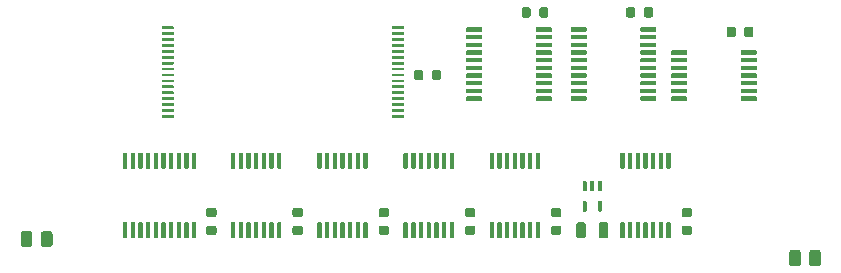
<source format=gtp>
G04 #@! TF.GenerationSoftware,KiCad,Pcbnew,(5.1.5-0-10_14)*
G04 #@! TF.CreationDate,2020-09-30T01:12:27-04:00*
G04 #@! TF.ProjectId,RAM128,52414d31-3238-42e6-9b69-6361645f7063,rev?*
G04 #@! TF.SameCoordinates,Original*
G04 #@! TF.FileFunction,Paste,Top*
G04 #@! TF.FilePolarity,Positive*
%FSLAX46Y46*%
G04 Gerber Fmt 4.6, Leading zero omitted, Abs format (unit mm)*
G04 Created by KiCad (PCBNEW (5.1.5-0-10_14)) date 2020-09-30 01:12:27*
%MOMM*%
%LPD*%
G04 APERTURE LIST*
%ADD10C,0.100000*%
G04 APERTURE END LIST*
D10*
G36*
X135734504Y-127215204D02*
G01*
X135758773Y-127218804D01*
X135782571Y-127224765D01*
X135805671Y-127233030D01*
X135827849Y-127243520D01*
X135848893Y-127256133D01*
X135868598Y-127270747D01*
X135886777Y-127287223D01*
X135903253Y-127305402D01*
X135917867Y-127325107D01*
X135930480Y-127346151D01*
X135940970Y-127368329D01*
X135949235Y-127391429D01*
X135955196Y-127415227D01*
X135958796Y-127439496D01*
X135960000Y-127464000D01*
X135960000Y-128314000D01*
X135958796Y-128338504D01*
X135955196Y-128362773D01*
X135949235Y-128386571D01*
X135940970Y-128409671D01*
X135930480Y-128431849D01*
X135917867Y-128452893D01*
X135903253Y-128472598D01*
X135886777Y-128490777D01*
X135868598Y-128507253D01*
X135848893Y-128521867D01*
X135827849Y-128534480D01*
X135805671Y-128544970D01*
X135782571Y-128553235D01*
X135758773Y-128559196D01*
X135734504Y-128562796D01*
X135710000Y-128564000D01*
X135210000Y-128564000D01*
X135185496Y-128562796D01*
X135161227Y-128559196D01*
X135137429Y-128553235D01*
X135114329Y-128544970D01*
X135092151Y-128534480D01*
X135071107Y-128521867D01*
X135051402Y-128507253D01*
X135033223Y-128490777D01*
X135016747Y-128472598D01*
X135002133Y-128452893D01*
X134989520Y-128431849D01*
X134979030Y-128409671D01*
X134970765Y-128386571D01*
X134964804Y-128362773D01*
X134961204Y-128338504D01*
X134960000Y-128314000D01*
X134960000Y-127464000D01*
X134961204Y-127439496D01*
X134964804Y-127415227D01*
X134970765Y-127391429D01*
X134979030Y-127368329D01*
X134989520Y-127346151D01*
X135002133Y-127325107D01*
X135016747Y-127305402D01*
X135033223Y-127287223D01*
X135051402Y-127270747D01*
X135071107Y-127256133D01*
X135092151Y-127243520D01*
X135114329Y-127233030D01*
X135137429Y-127224765D01*
X135161227Y-127218804D01*
X135185496Y-127215204D01*
X135210000Y-127214000D01*
X135710000Y-127214000D01*
X135734504Y-127215204D01*
G37*
G36*
X137434504Y-127215204D02*
G01*
X137458773Y-127218804D01*
X137482571Y-127224765D01*
X137505671Y-127233030D01*
X137527849Y-127243520D01*
X137548893Y-127256133D01*
X137568598Y-127270747D01*
X137586777Y-127287223D01*
X137603253Y-127305402D01*
X137617867Y-127325107D01*
X137630480Y-127346151D01*
X137640970Y-127368329D01*
X137649235Y-127391429D01*
X137655196Y-127415227D01*
X137658796Y-127439496D01*
X137660000Y-127464000D01*
X137660000Y-128314000D01*
X137658796Y-128338504D01*
X137655196Y-128362773D01*
X137649235Y-128386571D01*
X137640970Y-128409671D01*
X137630480Y-128431849D01*
X137617867Y-128452893D01*
X137603253Y-128472598D01*
X137586777Y-128490777D01*
X137568598Y-128507253D01*
X137548893Y-128521867D01*
X137527849Y-128534480D01*
X137505671Y-128544970D01*
X137482571Y-128553235D01*
X137458773Y-128559196D01*
X137434504Y-128562796D01*
X137410000Y-128564000D01*
X136910000Y-128564000D01*
X136885496Y-128562796D01*
X136861227Y-128559196D01*
X136837429Y-128553235D01*
X136814329Y-128544970D01*
X136792151Y-128534480D01*
X136771107Y-128521867D01*
X136751402Y-128507253D01*
X136733223Y-128490777D01*
X136716747Y-128472598D01*
X136702133Y-128452893D01*
X136689520Y-128431849D01*
X136679030Y-128409671D01*
X136670765Y-128386571D01*
X136664804Y-128362773D01*
X136661204Y-128338504D01*
X136660000Y-128314000D01*
X136660000Y-127464000D01*
X136661204Y-127439496D01*
X136664804Y-127415227D01*
X136670765Y-127391429D01*
X136679030Y-127368329D01*
X136689520Y-127346151D01*
X136702133Y-127325107D01*
X136716747Y-127305402D01*
X136733223Y-127287223D01*
X136751402Y-127270747D01*
X136771107Y-127256133D01*
X136792151Y-127243520D01*
X136814329Y-127233030D01*
X136837429Y-127224765D01*
X136861227Y-127218804D01*
X136885496Y-127215204D01*
X136910000Y-127214000D01*
X137410000Y-127214000D01*
X137434504Y-127215204D01*
G37*
G36*
X70674504Y-125626204D02*
G01*
X70698773Y-125629804D01*
X70722571Y-125635765D01*
X70745671Y-125644030D01*
X70767849Y-125654520D01*
X70788893Y-125667133D01*
X70808598Y-125681747D01*
X70826777Y-125698223D01*
X70843253Y-125716402D01*
X70857867Y-125736107D01*
X70870480Y-125757151D01*
X70880970Y-125779329D01*
X70889235Y-125802429D01*
X70895196Y-125826227D01*
X70898796Y-125850496D01*
X70900000Y-125875000D01*
X70900000Y-126725000D01*
X70898796Y-126749504D01*
X70895196Y-126773773D01*
X70889235Y-126797571D01*
X70880970Y-126820671D01*
X70870480Y-126842849D01*
X70857867Y-126863893D01*
X70843253Y-126883598D01*
X70826777Y-126901777D01*
X70808598Y-126918253D01*
X70788893Y-126932867D01*
X70767849Y-126945480D01*
X70745671Y-126955970D01*
X70722571Y-126964235D01*
X70698773Y-126970196D01*
X70674504Y-126973796D01*
X70650000Y-126975000D01*
X70150000Y-126975000D01*
X70125496Y-126973796D01*
X70101227Y-126970196D01*
X70077429Y-126964235D01*
X70054329Y-126955970D01*
X70032151Y-126945480D01*
X70011107Y-126932867D01*
X69991402Y-126918253D01*
X69973223Y-126901777D01*
X69956747Y-126883598D01*
X69942133Y-126863893D01*
X69929520Y-126842849D01*
X69919030Y-126820671D01*
X69910765Y-126797571D01*
X69904804Y-126773773D01*
X69901204Y-126749504D01*
X69900000Y-126725000D01*
X69900000Y-125875000D01*
X69901204Y-125850496D01*
X69904804Y-125826227D01*
X69910765Y-125802429D01*
X69919030Y-125779329D01*
X69929520Y-125757151D01*
X69942133Y-125736107D01*
X69956747Y-125716402D01*
X69973223Y-125698223D01*
X69991402Y-125681747D01*
X70011107Y-125667133D01*
X70032151Y-125654520D01*
X70054329Y-125644030D01*
X70077429Y-125635765D01*
X70101227Y-125629804D01*
X70125496Y-125626204D01*
X70150000Y-125625000D01*
X70650000Y-125625000D01*
X70674504Y-125626204D01*
G37*
G36*
X72374504Y-125626204D02*
G01*
X72398773Y-125629804D01*
X72422571Y-125635765D01*
X72445671Y-125644030D01*
X72467849Y-125654520D01*
X72488893Y-125667133D01*
X72508598Y-125681747D01*
X72526777Y-125698223D01*
X72543253Y-125716402D01*
X72557867Y-125736107D01*
X72570480Y-125757151D01*
X72580970Y-125779329D01*
X72589235Y-125802429D01*
X72595196Y-125826227D01*
X72598796Y-125850496D01*
X72600000Y-125875000D01*
X72600000Y-126725000D01*
X72598796Y-126749504D01*
X72595196Y-126773773D01*
X72589235Y-126797571D01*
X72580970Y-126820671D01*
X72570480Y-126842849D01*
X72557867Y-126863893D01*
X72543253Y-126883598D01*
X72526777Y-126901777D01*
X72508598Y-126918253D01*
X72488893Y-126932867D01*
X72467849Y-126945480D01*
X72445671Y-126955970D01*
X72422571Y-126964235D01*
X72398773Y-126970196D01*
X72374504Y-126973796D01*
X72350000Y-126975000D01*
X71850000Y-126975000D01*
X71825496Y-126973796D01*
X71801227Y-126970196D01*
X71777429Y-126964235D01*
X71754329Y-126955970D01*
X71732151Y-126945480D01*
X71711107Y-126932867D01*
X71691402Y-126918253D01*
X71673223Y-126901777D01*
X71656747Y-126883598D01*
X71642133Y-126863893D01*
X71629520Y-126842849D01*
X71619030Y-126820671D01*
X71610765Y-126797571D01*
X71604804Y-126773773D01*
X71601204Y-126749504D01*
X71600000Y-126725000D01*
X71600000Y-125875000D01*
X71601204Y-125850496D01*
X71604804Y-125826227D01*
X71610765Y-125802429D01*
X71619030Y-125779329D01*
X71629520Y-125757151D01*
X71642133Y-125736107D01*
X71656747Y-125716402D01*
X71673223Y-125698223D01*
X71691402Y-125681747D01*
X71711107Y-125667133D01*
X71732151Y-125654520D01*
X71754329Y-125644030D01*
X71777429Y-125635765D01*
X71801227Y-125629804D01*
X71825496Y-125626204D01*
X71850000Y-125625000D01*
X72350000Y-125625000D01*
X72374504Y-125626204D01*
G37*
G36*
X117569603Y-124875963D02*
G01*
X117589018Y-124878843D01*
X117608057Y-124883612D01*
X117626537Y-124890224D01*
X117644279Y-124898616D01*
X117661114Y-124908706D01*
X117676879Y-124920398D01*
X117691421Y-124933579D01*
X117704602Y-124948121D01*
X117716294Y-124963886D01*
X117726384Y-124980721D01*
X117734776Y-124998463D01*
X117741388Y-125016943D01*
X117746157Y-125035982D01*
X117749037Y-125055397D01*
X117750000Y-125075000D01*
X117750000Y-126025000D01*
X117749037Y-126044603D01*
X117746157Y-126064018D01*
X117741388Y-126083057D01*
X117734776Y-126101537D01*
X117726384Y-126119279D01*
X117716294Y-126136114D01*
X117704602Y-126151879D01*
X117691421Y-126166421D01*
X117676879Y-126179602D01*
X117661114Y-126191294D01*
X117644279Y-126201384D01*
X117626537Y-126209776D01*
X117608057Y-126216388D01*
X117589018Y-126221157D01*
X117569603Y-126224037D01*
X117550000Y-126225000D01*
X117150000Y-126225000D01*
X117130397Y-126224037D01*
X117110982Y-126221157D01*
X117091943Y-126216388D01*
X117073463Y-126209776D01*
X117055721Y-126201384D01*
X117038886Y-126191294D01*
X117023121Y-126179602D01*
X117008579Y-126166421D01*
X116995398Y-126151879D01*
X116983706Y-126136114D01*
X116973616Y-126119279D01*
X116965224Y-126101537D01*
X116958612Y-126083057D01*
X116953843Y-126064018D01*
X116950963Y-126044603D01*
X116950000Y-126025000D01*
X116950000Y-125075000D01*
X116950963Y-125055397D01*
X116953843Y-125035982D01*
X116958612Y-125016943D01*
X116965224Y-124998463D01*
X116973616Y-124980721D01*
X116983706Y-124963886D01*
X116995398Y-124948121D01*
X117008579Y-124933579D01*
X117023121Y-124920398D01*
X117038886Y-124908706D01*
X117055721Y-124898616D01*
X117073463Y-124890224D01*
X117091943Y-124883612D01*
X117110982Y-124878843D01*
X117130397Y-124875963D01*
X117150000Y-124875000D01*
X117550000Y-124875000D01*
X117569603Y-124875963D01*
G37*
G36*
X119469603Y-124875963D02*
G01*
X119489018Y-124878843D01*
X119508057Y-124883612D01*
X119526537Y-124890224D01*
X119544279Y-124898616D01*
X119561114Y-124908706D01*
X119576879Y-124920398D01*
X119591421Y-124933579D01*
X119604602Y-124948121D01*
X119616294Y-124963886D01*
X119626384Y-124980721D01*
X119634776Y-124998463D01*
X119641388Y-125016943D01*
X119646157Y-125035982D01*
X119649037Y-125055397D01*
X119650000Y-125075000D01*
X119650000Y-126025000D01*
X119649037Y-126044603D01*
X119646157Y-126064018D01*
X119641388Y-126083057D01*
X119634776Y-126101537D01*
X119626384Y-126119279D01*
X119616294Y-126136114D01*
X119604602Y-126151879D01*
X119591421Y-126166421D01*
X119576879Y-126179602D01*
X119561114Y-126191294D01*
X119544279Y-126201384D01*
X119526537Y-126209776D01*
X119508057Y-126216388D01*
X119489018Y-126221157D01*
X119469603Y-126224037D01*
X119450000Y-126225000D01*
X119050000Y-126225000D01*
X119030397Y-126224037D01*
X119010982Y-126221157D01*
X118991943Y-126216388D01*
X118973463Y-126209776D01*
X118955721Y-126201384D01*
X118938886Y-126191294D01*
X118923121Y-126179602D01*
X118908579Y-126166421D01*
X118895398Y-126151879D01*
X118883706Y-126136114D01*
X118873616Y-126119279D01*
X118865224Y-126101537D01*
X118858612Y-126083057D01*
X118853843Y-126064018D01*
X118850963Y-126044603D01*
X118850000Y-126025000D01*
X118850000Y-125075000D01*
X118850963Y-125055397D01*
X118853843Y-125035982D01*
X118858612Y-125016943D01*
X118865224Y-124998463D01*
X118873616Y-124980721D01*
X118883706Y-124963886D01*
X118895398Y-124948121D01*
X118908579Y-124933579D01*
X118923121Y-124920398D01*
X118938886Y-124908706D01*
X118955721Y-124898616D01*
X118973463Y-124890224D01*
X118991943Y-124883612D01*
X119010982Y-124878843D01*
X119030397Y-124875963D01*
X119050000Y-124875000D01*
X119450000Y-124875000D01*
X119469603Y-124875963D01*
G37*
G36*
X119037841Y-123040385D02*
G01*
X119045607Y-123041537D01*
X119053223Y-123043445D01*
X119060615Y-123046090D01*
X119067712Y-123049446D01*
X119074446Y-123053482D01*
X119080751Y-123058159D01*
X119086569Y-123063431D01*
X119091841Y-123069249D01*
X119096518Y-123075554D01*
X119100554Y-123082288D01*
X119103910Y-123089385D01*
X119106555Y-123096777D01*
X119108463Y-123104393D01*
X119109615Y-123112159D01*
X119110000Y-123120000D01*
X119110000Y-123880000D01*
X119109615Y-123887841D01*
X119108463Y-123895607D01*
X119106555Y-123903223D01*
X119103910Y-123910615D01*
X119100554Y-123917712D01*
X119096518Y-123924446D01*
X119091841Y-123930751D01*
X119086569Y-123936569D01*
X119080751Y-123941841D01*
X119074446Y-123946518D01*
X119067712Y-123950554D01*
X119060615Y-123953910D01*
X119053223Y-123956555D01*
X119045607Y-123958463D01*
X119037841Y-123959615D01*
X119030000Y-123960000D01*
X118870000Y-123960000D01*
X118862159Y-123959615D01*
X118854393Y-123958463D01*
X118846777Y-123956555D01*
X118839385Y-123953910D01*
X118832288Y-123950554D01*
X118825554Y-123946518D01*
X118819249Y-123941841D01*
X118813431Y-123936569D01*
X118808159Y-123930751D01*
X118803482Y-123924446D01*
X118799446Y-123917712D01*
X118796090Y-123910615D01*
X118793445Y-123903223D01*
X118791537Y-123895607D01*
X118790385Y-123887841D01*
X118790000Y-123880000D01*
X118790000Y-123120000D01*
X118790385Y-123112159D01*
X118791537Y-123104393D01*
X118793445Y-123096777D01*
X118796090Y-123089385D01*
X118799446Y-123082288D01*
X118803482Y-123075554D01*
X118808159Y-123069249D01*
X118813431Y-123063431D01*
X118819249Y-123058159D01*
X118825554Y-123053482D01*
X118832288Y-123049446D01*
X118839385Y-123046090D01*
X118846777Y-123043445D01*
X118854393Y-123041537D01*
X118862159Y-123040385D01*
X118870000Y-123040000D01*
X119030000Y-123040000D01*
X119037841Y-123040385D01*
G37*
G36*
X117737841Y-123040385D02*
G01*
X117745607Y-123041537D01*
X117753223Y-123043445D01*
X117760615Y-123046090D01*
X117767712Y-123049446D01*
X117774446Y-123053482D01*
X117780751Y-123058159D01*
X117786569Y-123063431D01*
X117791841Y-123069249D01*
X117796518Y-123075554D01*
X117800554Y-123082288D01*
X117803910Y-123089385D01*
X117806555Y-123096777D01*
X117808463Y-123104393D01*
X117809615Y-123112159D01*
X117810000Y-123120000D01*
X117810000Y-123880000D01*
X117809615Y-123887841D01*
X117808463Y-123895607D01*
X117806555Y-123903223D01*
X117803910Y-123910615D01*
X117800554Y-123917712D01*
X117796518Y-123924446D01*
X117791841Y-123930751D01*
X117786569Y-123936569D01*
X117780751Y-123941841D01*
X117774446Y-123946518D01*
X117767712Y-123950554D01*
X117760615Y-123953910D01*
X117753223Y-123956555D01*
X117745607Y-123958463D01*
X117737841Y-123959615D01*
X117730000Y-123960000D01*
X117570000Y-123960000D01*
X117562159Y-123959615D01*
X117554393Y-123958463D01*
X117546777Y-123956555D01*
X117539385Y-123953910D01*
X117532288Y-123950554D01*
X117525554Y-123946518D01*
X117519249Y-123941841D01*
X117513431Y-123936569D01*
X117508159Y-123930751D01*
X117503482Y-123924446D01*
X117499446Y-123917712D01*
X117496090Y-123910615D01*
X117493445Y-123903223D01*
X117491537Y-123895607D01*
X117490385Y-123887841D01*
X117490000Y-123880000D01*
X117490000Y-123120000D01*
X117490385Y-123112159D01*
X117491537Y-123104393D01*
X117493445Y-123096777D01*
X117496090Y-123089385D01*
X117499446Y-123082288D01*
X117503482Y-123075554D01*
X117508159Y-123069249D01*
X117513431Y-123063431D01*
X117519249Y-123058159D01*
X117525554Y-123053482D01*
X117532288Y-123049446D01*
X117539385Y-123046090D01*
X117546777Y-123043445D01*
X117554393Y-123041537D01*
X117562159Y-123040385D01*
X117570000Y-123040000D01*
X117730000Y-123040000D01*
X117737841Y-123040385D01*
G37*
G36*
X118387841Y-121340385D02*
G01*
X118395607Y-121341537D01*
X118403223Y-121343445D01*
X118410615Y-121346090D01*
X118417712Y-121349446D01*
X118424446Y-121353482D01*
X118430751Y-121358159D01*
X118436569Y-121363431D01*
X118441841Y-121369249D01*
X118446518Y-121375554D01*
X118450554Y-121382288D01*
X118453910Y-121389385D01*
X118456555Y-121396777D01*
X118458463Y-121404393D01*
X118459615Y-121412159D01*
X118460000Y-121420000D01*
X118460000Y-122180000D01*
X118459615Y-122187841D01*
X118458463Y-122195607D01*
X118456555Y-122203223D01*
X118453910Y-122210615D01*
X118450554Y-122217712D01*
X118446518Y-122224446D01*
X118441841Y-122230751D01*
X118436569Y-122236569D01*
X118430751Y-122241841D01*
X118424446Y-122246518D01*
X118417712Y-122250554D01*
X118410615Y-122253910D01*
X118403223Y-122256555D01*
X118395607Y-122258463D01*
X118387841Y-122259615D01*
X118380000Y-122260000D01*
X118220000Y-122260000D01*
X118212159Y-122259615D01*
X118204393Y-122258463D01*
X118196777Y-122256555D01*
X118189385Y-122253910D01*
X118182288Y-122250554D01*
X118175554Y-122246518D01*
X118169249Y-122241841D01*
X118163431Y-122236569D01*
X118158159Y-122230751D01*
X118153482Y-122224446D01*
X118149446Y-122217712D01*
X118146090Y-122210615D01*
X118143445Y-122203223D01*
X118141537Y-122195607D01*
X118140385Y-122187841D01*
X118140000Y-122180000D01*
X118140000Y-121420000D01*
X118140385Y-121412159D01*
X118141537Y-121404393D01*
X118143445Y-121396777D01*
X118146090Y-121389385D01*
X118149446Y-121382288D01*
X118153482Y-121375554D01*
X118158159Y-121369249D01*
X118163431Y-121363431D01*
X118169249Y-121358159D01*
X118175554Y-121353482D01*
X118182288Y-121349446D01*
X118189385Y-121346090D01*
X118196777Y-121343445D01*
X118204393Y-121341537D01*
X118212159Y-121340385D01*
X118220000Y-121340000D01*
X118380000Y-121340000D01*
X118387841Y-121340385D01*
G37*
G36*
X119037841Y-121340385D02*
G01*
X119045607Y-121341537D01*
X119053223Y-121343445D01*
X119060615Y-121346090D01*
X119067712Y-121349446D01*
X119074446Y-121353482D01*
X119080751Y-121358159D01*
X119086569Y-121363431D01*
X119091841Y-121369249D01*
X119096518Y-121375554D01*
X119100554Y-121382288D01*
X119103910Y-121389385D01*
X119106555Y-121396777D01*
X119108463Y-121404393D01*
X119109615Y-121412159D01*
X119110000Y-121420000D01*
X119110000Y-122180000D01*
X119109615Y-122187841D01*
X119108463Y-122195607D01*
X119106555Y-122203223D01*
X119103910Y-122210615D01*
X119100554Y-122217712D01*
X119096518Y-122224446D01*
X119091841Y-122230751D01*
X119086569Y-122236569D01*
X119080751Y-122241841D01*
X119074446Y-122246518D01*
X119067712Y-122250554D01*
X119060615Y-122253910D01*
X119053223Y-122256555D01*
X119045607Y-122258463D01*
X119037841Y-122259615D01*
X119030000Y-122260000D01*
X118870000Y-122260000D01*
X118862159Y-122259615D01*
X118854393Y-122258463D01*
X118846777Y-122256555D01*
X118839385Y-122253910D01*
X118832288Y-122250554D01*
X118825554Y-122246518D01*
X118819249Y-122241841D01*
X118813431Y-122236569D01*
X118808159Y-122230751D01*
X118803482Y-122224446D01*
X118799446Y-122217712D01*
X118796090Y-122210615D01*
X118793445Y-122203223D01*
X118791537Y-122195607D01*
X118790385Y-122187841D01*
X118790000Y-122180000D01*
X118790000Y-121420000D01*
X118790385Y-121412159D01*
X118791537Y-121404393D01*
X118793445Y-121396777D01*
X118796090Y-121389385D01*
X118799446Y-121382288D01*
X118803482Y-121375554D01*
X118808159Y-121369249D01*
X118813431Y-121363431D01*
X118819249Y-121358159D01*
X118825554Y-121353482D01*
X118832288Y-121349446D01*
X118839385Y-121346090D01*
X118846777Y-121343445D01*
X118854393Y-121341537D01*
X118862159Y-121340385D01*
X118870000Y-121340000D01*
X119030000Y-121340000D01*
X119037841Y-121340385D01*
G37*
G36*
X117737841Y-121340385D02*
G01*
X117745607Y-121341537D01*
X117753223Y-121343445D01*
X117760615Y-121346090D01*
X117767712Y-121349446D01*
X117774446Y-121353482D01*
X117780751Y-121358159D01*
X117786569Y-121363431D01*
X117791841Y-121369249D01*
X117796518Y-121375554D01*
X117800554Y-121382288D01*
X117803910Y-121389385D01*
X117806555Y-121396777D01*
X117808463Y-121404393D01*
X117809615Y-121412159D01*
X117810000Y-121420000D01*
X117810000Y-122180000D01*
X117809615Y-122187841D01*
X117808463Y-122195607D01*
X117806555Y-122203223D01*
X117803910Y-122210615D01*
X117800554Y-122217712D01*
X117796518Y-122224446D01*
X117791841Y-122230751D01*
X117786569Y-122236569D01*
X117780751Y-122241841D01*
X117774446Y-122246518D01*
X117767712Y-122250554D01*
X117760615Y-122253910D01*
X117753223Y-122256555D01*
X117745607Y-122258463D01*
X117737841Y-122259615D01*
X117730000Y-122260000D01*
X117570000Y-122260000D01*
X117562159Y-122259615D01*
X117554393Y-122258463D01*
X117546777Y-122256555D01*
X117539385Y-122253910D01*
X117532288Y-122250554D01*
X117525554Y-122246518D01*
X117519249Y-122241841D01*
X117513431Y-122236569D01*
X117508159Y-122230751D01*
X117503482Y-122224446D01*
X117499446Y-122217712D01*
X117496090Y-122210615D01*
X117493445Y-122203223D01*
X117491537Y-122195607D01*
X117490385Y-122187841D01*
X117490000Y-122180000D01*
X117490000Y-121420000D01*
X117490385Y-121412159D01*
X117491537Y-121404393D01*
X117493445Y-121396777D01*
X117496090Y-121389385D01*
X117499446Y-121382288D01*
X117503482Y-121375554D01*
X117508159Y-121369249D01*
X117513431Y-121363431D01*
X117519249Y-121358159D01*
X117525554Y-121353482D01*
X117532288Y-121349446D01*
X117539385Y-121346090D01*
X117546777Y-121343445D01*
X117554393Y-121341537D01*
X117562159Y-121340385D01*
X117570000Y-121340000D01*
X117730000Y-121340000D01*
X117737841Y-121340385D01*
G37*
G36*
X106501567Y-124865445D02*
G01*
X106510546Y-124866777D01*
X106519351Y-124868983D01*
X106527898Y-124872041D01*
X106536104Y-124875922D01*
X106543890Y-124880589D01*
X106551181Y-124885997D01*
X106557907Y-124892093D01*
X106564003Y-124898819D01*
X106569411Y-124906110D01*
X106574078Y-124913896D01*
X106577959Y-124922102D01*
X106581017Y-124930649D01*
X106583223Y-124939454D01*
X106584555Y-124948433D01*
X106585000Y-124957500D01*
X106585000Y-126142500D01*
X106584555Y-126151567D01*
X106583223Y-126160546D01*
X106581017Y-126169351D01*
X106577959Y-126177898D01*
X106574078Y-126186104D01*
X106569411Y-126193890D01*
X106564003Y-126201181D01*
X106557907Y-126207907D01*
X106551181Y-126214003D01*
X106543890Y-126219411D01*
X106536104Y-126224078D01*
X106527898Y-126227959D01*
X106519351Y-126231017D01*
X106510546Y-126233223D01*
X106501567Y-126234555D01*
X106492500Y-126235000D01*
X106307500Y-126235000D01*
X106298433Y-126234555D01*
X106289454Y-126233223D01*
X106280649Y-126231017D01*
X106272102Y-126227959D01*
X106263896Y-126224078D01*
X106256110Y-126219411D01*
X106248819Y-126214003D01*
X106242093Y-126207907D01*
X106235997Y-126201181D01*
X106230589Y-126193890D01*
X106225922Y-126186104D01*
X106222041Y-126177898D01*
X106218983Y-126169351D01*
X106216777Y-126160546D01*
X106215445Y-126151567D01*
X106215000Y-126142500D01*
X106215000Y-124957500D01*
X106215445Y-124948433D01*
X106216777Y-124939454D01*
X106218983Y-124930649D01*
X106222041Y-124922102D01*
X106225922Y-124913896D01*
X106230589Y-124906110D01*
X106235997Y-124898819D01*
X106242093Y-124892093D01*
X106248819Y-124885997D01*
X106256110Y-124880589D01*
X106263896Y-124875922D01*
X106272102Y-124872041D01*
X106280649Y-124868983D01*
X106289454Y-124866777D01*
X106298433Y-124865445D01*
X106307500Y-124865000D01*
X106492500Y-124865000D01*
X106501567Y-124865445D01*
G37*
G36*
X105851567Y-124865445D02*
G01*
X105860546Y-124866777D01*
X105869351Y-124868983D01*
X105877898Y-124872041D01*
X105886104Y-124875922D01*
X105893890Y-124880589D01*
X105901181Y-124885997D01*
X105907907Y-124892093D01*
X105914003Y-124898819D01*
X105919411Y-124906110D01*
X105924078Y-124913896D01*
X105927959Y-124922102D01*
X105931017Y-124930649D01*
X105933223Y-124939454D01*
X105934555Y-124948433D01*
X105935000Y-124957500D01*
X105935000Y-126142500D01*
X105934555Y-126151567D01*
X105933223Y-126160546D01*
X105931017Y-126169351D01*
X105927959Y-126177898D01*
X105924078Y-126186104D01*
X105919411Y-126193890D01*
X105914003Y-126201181D01*
X105907907Y-126207907D01*
X105901181Y-126214003D01*
X105893890Y-126219411D01*
X105886104Y-126224078D01*
X105877898Y-126227959D01*
X105869351Y-126231017D01*
X105860546Y-126233223D01*
X105851567Y-126234555D01*
X105842500Y-126235000D01*
X105657500Y-126235000D01*
X105648433Y-126234555D01*
X105639454Y-126233223D01*
X105630649Y-126231017D01*
X105622102Y-126227959D01*
X105613896Y-126224078D01*
X105606110Y-126219411D01*
X105598819Y-126214003D01*
X105592093Y-126207907D01*
X105585997Y-126201181D01*
X105580589Y-126193890D01*
X105575922Y-126186104D01*
X105572041Y-126177898D01*
X105568983Y-126169351D01*
X105566777Y-126160546D01*
X105565445Y-126151567D01*
X105565000Y-126142500D01*
X105565000Y-124957500D01*
X105565445Y-124948433D01*
X105566777Y-124939454D01*
X105568983Y-124930649D01*
X105572041Y-124922102D01*
X105575922Y-124913896D01*
X105580589Y-124906110D01*
X105585997Y-124898819D01*
X105592093Y-124892093D01*
X105598819Y-124885997D01*
X105606110Y-124880589D01*
X105613896Y-124875922D01*
X105622102Y-124872041D01*
X105630649Y-124868983D01*
X105639454Y-124866777D01*
X105648433Y-124865445D01*
X105657500Y-124865000D01*
X105842500Y-124865000D01*
X105851567Y-124865445D01*
G37*
G36*
X105201567Y-124865445D02*
G01*
X105210546Y-124866777D01*
X105219351Y-124868983D01*
X105227898Y-124872041D01*
X105236104Y-124875922D01*
X105243890Y-124880589D01*
X105251181Y-124885997D01*
X105257907Y-124892093D01*
X105264003Y-124898819D01*
X105269411Y-124906110D01*
X105274078Y-124913896D01*
X105277959Y-124922102D01*
X105281017Y-124930649D01*
X105283223Y-124939454D01*
X105284555Y-124948433D01*
X105285000Y-124957500D01*
X105285000Y-126142500D01*
X105284555Y-126151567D01*
X105283223Y-126160546D01*
X105281017Y-126169351D01*
X105277959Y-126177898D01*
X105274078Y-126186104D01*
X105269411Y-126193890D01*
X105264003Y-126201181D01*
X105257907Y-126207907D01*
X105251181Y-126214003D01*
X105243890Y-126219411D01*
X105236104Y-126224078D01*
X105227898Y-126227959D01*
X105219351Y-126231017D01*
X105210546Y-126233223D01*
X105201567Y-126234555D01*
X105192500Y-126235000D01*
X105007500Y-126235000D01*
X104998433Y-126234555D01*
X104989454Y-126233223D01*
X104980649Y-126231017D01*
X104972102Y-126227959D01*
X104963896Y-126224078D01*
X104956110Y-126219411D01*
X104948819Y-126214003D01*
X104942093Y-126207907D01*
X104935997Y-126201181D01*
X104930589Y-126193890D01*
X104925922Y-126186104D01*
X104922041Y-126177898D01*
X104918983Y-126169351D01*
X104916777Y-126160546D01*
X104915445Y-126151567D01*
X104915000Y-126142500D01*
X104915000Y-124957500D01*
X104915445Y-124948433D01*
X104916777Y-124939454D01*
X104918983Y-124930649D01*
X104922041Y-124922102D01*
X104925922Y-124913896D01*
X104930589Y-124906110D01*
X104935997Y-124898819D01*
X104942093Y-124892093D01*
X104948819Y-124885997D01*
X104956110Y-124880589D01*
X104963896Y-124875922D01*
X104972102Y-124872041D01*
X104980649Y-124868983D01*
X104989454Y-124866777D01*
X104998433Y-124865445D01*
X105007500Y-124865000D01*
X105192500Y-124865000D01*
X105201567Y-124865445D01*
G37*
G36*
X104551567Y-124865445D02*
G01*
X104560546Y-124866777D01*
X104569351Y-124868983D01*
X104577898Y-124872041D01*
X104586104Y-124875922D01*
X104593890Y-124880589D01*
X104601181Y-124885997D01*
X104607907Y-124892093D01*
X104614003Y-124898819D01*
X104619411Y-124906110D01*
X104624078Y-124913896D01*
X104627959Y-124922102D01*
X104631017Y-124930649D01*
X104633223Y-124939454D01*
X104634555Y-124948433D01*
X104635000Y-124957500D01*
X104635000Y-126142500D01*
X104634555Y-126151567D01*
X104633223Y-126160546D01*
X104631017Y-126169351D01*
X104627959Y-126177898D01*
X104624078Y-126186104D01*
X104619411Y-126193890D01*
X104614003Y-126201181D01*
X104607907Y-126207907D01*
X104601181Y-126214003D01*
X104593890Y-126219411D01*
X104586104Y-126224078D01*
X104577898Y-126227959D01*
X104569351Y-126231017D01*
X104560546Y-126233223D01*
X104551567Y-126234555D01*
X104542500Y-126235000D01*
X104357500Y-126235000D01*
X104348433Y-126234555D01*
X104339454Y-126233223D01*
X104330649Y-126231017D01*
X104322102Y-126227959D01*
X104313896Y-126224078D01*
X104306110Y-126219411D01*
X104298819Y-126214003D01*
X104292093Y-126207907D01*
X104285997Y-126201181D01*
X104280589Y-126193890D01*
X104275922Y-126186104D01*
X104272041Y-126177898D01*
X104268983Y-126169351D01*
X104266777Y-126160546D01*
X104265445Y-126151567D01*
X104265000Y-126142500D01*
X104265000Y-124957500D01*
X104265445Y-124948433D01*
X104266777Y-124939454D01*
X104268983Y-124930649D01*
X104272041Y-124922102D01*
X104275922Y-124913896D01*
X104280589Y-124906110D01*
X104285997Y-124898819D01*
X104292093Y-124892093D01*
X104298819Y-124885997D01*
X104306110Y-124880589D01*
X104313896Y-124875922D01*
X104322102Y-124872041D01*
X104330649Y-124868983D01*
X104339454Y-124866777D01*
X104348433Y-124865445D01*
X104357500Y-124865000D01*
X104542500Y-124865000D01*
X104551567Y-124865445D01*
G37*
G36*
X103901567Y-124865445D02*
G01*
X103910546Y-124866777D01*
X103919351Y-124868983D01*
X103927898Y-124872041D01*
X103936104Y-124875922D01*
X103943890Y-124880589D01*
X103951181Y-124885997D01*
X103957907Y-124892093D01*
X103964003Y-124898819D01*
X103969411Y-124906110D01*
X103974078Y-124913896D01*
X103977959Y-124922102D01*
X103981017Y-124930649D01*
X103983223Y-124939454D01*
X103984555Y-124948433D01*
X103985000Y-124957500D01*
X103985000Y-126142500D01*
X103984555Y-126151567D01*
X103983223Y-126160546D01*
X103981017Y-126169351D01*
X103977959Y-126177898D01*
X103974078Y-126186104D01*
X103969411Y-126193890D01*
X103964003Y-126201181D01*
X103957907Y-126207907D01*
X103951181Y-126214003D01*
X103943890Y-126219411D01*
X103936104Y-126224078D01*
X103927898Y-126227959D01*
X103919351Y-126231017D01*
X103910546Y-126233223D01*
X103901567Y-126234555D01*
X103892500Y-126235000D01*
X103707500Y-126235000D01*
X103698433Y-126234555D01*
X103689454Y-126233223D01*
X103680649Y-126231017D01*
X103672102Y-126227959D01*
X103663896Y-126224078D01*
X103656110Y-126219411D01*
X103648819Y-126214003D01*
X103642093Y-126207907D01*
X103635997Y-126201181D01*
X103630589Y-126193890D01*
X103625922Y-126186104D01*
X103622041Y-126177898D01*
X103618983Y-126169351D01*
X103616777Y-126160546D01*
X103615445Y-126151567D01*
X103615000Y-126142500D01*
X103615000Y-124957500D01*
X103615445Y-124948433D01*
X103616777Y-124939454D01*
X103618983Y-124930649D01*
X103622041Y-124922102D01*
X103625922Y-124913896D01*
X103630589Y-124906110D01*
X103635997Y-124898819D01*
X103642093Y-124892093D01*
X103648819Y-124885997D01*
X103656110Y-124880589D01*
X103663896Y-124875922D01*
X103672102Y-124872041D01*
X103680649Y-124868983D01*
X103689454Y-124866777D01*
X103698433Y-124865445D01*
X103707500Y-124865000D01*
X103892500Y-124865000D01*
X103901567Y-124865445D01*
G37*
G36*
X103251567Y-124865445D02*
G01*
X103260546Y-124866777D01*
X103269351Y-124868983D01*
X103277898Y-124872041D01*
X103286104Y-124875922D01*
X103293890Y-124880589D01*
X103301181Y-124885997D01*
X103307907Y-124892093D01*
X103314003Y-124898819D01*
X103319411Y-124906110D01*
X103324078Y-124913896D01*
X103327959Y-124922102D01*
X103331017Y-124930649D01*
X103333223Y-124939454D01*
X103334555Y-124948433D01*
X103335000Y-124957500D01*
X103335000Y-126142500D01*
X103334555Y-126151567D01*
X103333223Y-126160546D01*
X103331017Y-126169351D01*
X103327959Y-126177898D01*
X103324078Y-126186104D01*
X103319411Y-126193890D01*
X103314003Y-126201181D01*
X103307907Y-126207907D01*
X103301181Y-126214003D01*
X103293890Y-126219411D01*
X103286104Y-126224078D01*
X103277898Y-126227959D01*
X103269351Y-126231017D01*
X103260546Y-126233223D01*
X103251567Y-126234555D01*
X103242500Y-126235000D01*
X103057500Y-126235000D01*
X103048433Y-126234555D01*
X103039454Y-126233223D01*
X103030649Y-126231017D01*
X103022102Y-126227959D01*
X103013896Y-126224078D01*
X103006110Y-126219411D01*
X102998819Y-126214003D01*
X102992093Y-126207907D01*
X102985997Y-126201181D01*
X102980589Y-126193890D01*
X102975922Y-126186104D01*
X102972041Y-126177898D01*
X102968983Y-126169351D01*
X102966777Y-126160546D01*
X102965445Y-126151567D01*
X102965000Y-126142500D01*
X102965000Y-124957500D01*
X102965445Y-124948433D01*
X102966777Y-124939454D01*
X102968983Y-124930649D01*
X102972041Y-124922102D01*
X102975922Y-124913896D01*
X102980589Y-124906110D01*
X102985997Y-124898819D01*
X102992093Y-124892093D01*
X102998819Y-124885997D01*
X103006110Y-124880589D01*
X103013896Y-124875922D01*
X103022102Y-124872041D01*
X103030649Y-124868983D01*
X103039454Y-124866777D01*
X103048433Y-124865445D01*
X103057500Y-124865000D01*
X103242500Y-124865000D01*
X103251567Y-124865445D01*
G37*
G36*
X102601567Y-124865445D02*
G01*
X102610546Y-124866777D01*
X102619351Y-124868983D01*
X102627898Y-124872041D01*
X102636104Y-124875922D01*
X102643890Y-124880589D01*
X102651181Y-124885997D01*
X102657907Y-124892093D01*
X102664003Y-124898819D01*
X102669411Y-124906110D01*
X102674078Y-124913896D01*
X102677959Y-124922102D01*
X102681017Y-124930649D01*
X102683223Y-124939454D01*
X102684555Y-124948433D01*
X102685000Y-124957500D01*
X102685000Y-126142500D01*
X102684555Y-126151567D01*
X102683223Y-126160546D01*
X102681017Y-126169351D01*
X102677959Y-126177898D01*
X102674078Y-126186104D01*
X102669411Y-126193890D01*
X102664003Y-126201181D01*
X102657907Y-126207907D01*
X102651181Y-126214003D01*
X102643890Y-126219411D01*
X102636104Y-126224078D01*
X102627898Y-126227959D01*
X102619351Y-126231017D01*
X102610546Y-126233223D01*
X102601567Y-126234555D01*
X102592500Y-126235000D01*
X102407500Y-126235000D01*
X102398433Y-126234555D01*
X102389454Y-126233223D01*
X102380649Y-126231017D01*
X102372102Y-126227959D01*
X102363896Y-126224078D01*
X102356110Y-126219411D01*
X102348819Y-126214003D01*
X102342093Y-126207907D01*
X102335997Y-126201181D01*
X102330589Y-126193890D01*
X102325922Y-126186104D01*
X102322041Y-126177898D01*
X102318983Y-126169351D01*
X102316777Y-126160546D01*
X102315445Y-126151567D01*
X102315000Y-126142500D01*
X102315000Y-124957500D01*
X102315445Y-124948433D01*
X102316777Y-124939454D01*
X102318983Y-124930649D01*
X102322041Y-124922102D01*
X102325922Y-124913896D01*
X102330589Y-124906110D01*
X102335997Y-124898819D01*
X102342093Y-124892093D01*
X102348819Y-124885997D01*
X102356110Y-124880589D01*
X102363896Y-124875922D01*
X102372102Y-124872041D01*
X102380649Y-124868983D01*
X102389454Y-124866777D01*
X102398433Y-124865445D01*
X102407500Y-124865000D01*
X102592500Y-124865000D01*
X102601567Y-124865445D01*
G37*
G36*
X102601567Y-118965445D02*
G01*
X102610546Y-118966777D01*
X102619351Y-118968983D01*
X102627898Y-118972041D01*
X102636104Y-118975922D01*
X102643890Y-118980589D01*
X102651181Y-118985997D01*
X102657907Y-118992093D01*
X102664003Y-118998819D01*
X102669411Y-119006110D01*
X102674078Y-119013896D01*
X102677959Y-119022102D01*
X102681017Y-119030649D01*
X102683223Y-119039454D01*
X102684555Y-119048433D01*
X102685000Y-119057500D01*
X102685000Y-120242500D01*
X102684555Y-120251567D01*
X102683223Y-120260546D01*
X102681017Y-120269351D01*
X102677959Y-120277898D01*
X102674078Y-120286104D01*
X102669411Y-120293890D01*
X102664003Y-120301181D01*
X102657907Y-120307907D01*
X102651181Y-120314003D01*
X102643890Y-120319411D01*
X102636104Y-120324078D01*
X102627898Y-120327959D01*
X102619351Y-120331017D01*
X102610546Y-120333223D01*
X102601567Y-120334555D01*
X102592500Y-120335000D01*
X102407500Y-120335000D01*
X102398433Y-120334555D01*
X102389454Y-120333223D01*
X102380649Y-120331017D01*
X102372102Y-120327959D01*
X102363896Y-120324078D01*
X102356110Y-120319411D01*
X102348819Y-120314003D01*
X102342093Y-120307907D01*
X102335997Y-120301181D01*
X102330589Y-120293890D01*
X102325922Y-120286104D01*
X102322041Y-120277898D01*
X102318983Y-120269351D01*
X102316777Y-120260546D01*
X102315445Y-120251567D01*
X102315000Y-120242500D01*
X102315000Y-119057500D01*
X102315445Y-119048433D01*
X102316777Y-119039454D01*
X102318983Y-119030649D01*
X102322041Y-119022102D01*
X102325922Y-119013896D01*
X102330589Y-119006110D01*
X102335997Y-118998819D01*
X102342093Y-118992093D01*
X102348819Y-118985997D01*
X102356110Y-118980589D01*
X102363896Y-118975922D01*
X102372102Y-118972041D01*
X102380649Y-118968983D01*
X102389454Y-118966777D01*
X102398433Y-118965445D01*
X102407500Y-118965000D01*
X102592500Y-118965000D01*
X102601567Y-118965445D01*
G37*
G36*
X103251567Y-118965445D02*
G01*
X103260546Y-118966777D01*
X103269351Y-118968983D01*
X103277898Y-118972041D01*
X103286104Y-118975922D01*
X103293890Y-118980589D01*
X103301181Y-118985997D01*
X103307907Y-118992093D01*
X103314003Y-118998819D01*
X103319411Y-119006110D01*
X103324078Y-119013896D01*
X103327959Y-119022102D01*
X103331017Y-119030649D01*
X103333223Y-119039454D01*
X103334555Y-119048433D01*
X103335000Y-119057500D01*
X103335000Y-120242500D01*
X103334555Y-120251567D01*
X103333223Y-120260546D01*
X103331017Y-120269351D01*
X103327959Y-120277898D01*
X103324078Y-120286104D01*
X103319411Y-120293890D01*
X103314003Y-120301181D01*
X103307907Y-120307907D01*
X103301181Y-120314003D01*
X103293890Y-120319411D01*
X103286104Y-120324078D01*
X103277898Y-120327959D01*
X103269351Y-120331017D01*
X103260546Y-120333223D01*
X103251567Y-120334555D01*
X103242500Y-120335000D01*
X103057500Y-120335000D01*
X103048433Y-120334555D01*
X103039454Y-120333223D01*
X103030649Y-120331017D01*
X103022102Y-120327959D01*
X103013896Y-120324078D01*
X103006110Y-120319411D01*
X102998819Y-120314003D01*
X102992093Y-120307907D01*
X102985997Y-120301181D01*
X102980589Y-120293890D01*
X102975922Y-120286104D01*
X102972041Y-120277898D01*
X102968983Y-120269351D01*
X102966777Y-120260546D01*
X102965445Y-120251567D01*
X102965000Y-120242500D01*
X102965000Y-119057500D01*
X102965445Y-119048433D01*
X102966777Y-119039454D01*
X102968983Y-119030649D01*
X102972041Y-119022102D01*
X102975922Y-119013896D01*
X102980589Y-119006110D01*
X102985997Y-118998819D01*
X102992093Y-118992093D01*
X102998819Y-118985997D01*
X103006110Y-118980589D01*
X103013896Y-118975922D01*
X103022102Y-118972041D01*
X103030649Y-118968983D01*
X103039454Y-118966777D01*
X103048433Y-118965445D01*
X103057500Y-118965000D01*
X103242500Y-118965000D01*
X103251567Y-118965445D01*
G37*
G36*
X103901567Y-118965445D02*
G01*
X103910546Y-118966777D01*
X103919351Y-118968983D01*
X103927898Y-118972041D01*
X103936104Y-118975922D01*
X103943890Y-118980589D01*
X103951181Y-118985997D01*
X103957907Y-118992093D01*
X103964003Y-118998819D01*
X103969411Y-119006110D01*
X103974078Y-119013896D01*
X103977959Y-119022102D01*
X103981017Y-119030649D01*
X103983223Y-119039454D01*
X103984555Y-119048433D01*
X103985000Y-119057500D01*
X103985000Y-120242500D01*
X103984555Y-120251567D01*
X103983223Y-120260546D01*
X103981017Y-120269351D01*
X103977959Y-120277898D01*
X103974078Y-120286104D01*
X103969411Y-120293890D01*
X103964003Y-120301181D01*
X103957907Y-120307907D01*
X103951181Y-120314003D01*
X103943890Y-120319411D01*
X103936104Y-120324078D01*
X103927898Y-120327959D01*
X103919351Y-120331017D01*
X103910546Y-120333223D01*
X103901567Y-120334555D01*
X103892500Y-120335000D01*
X103707500Y-120335000D01*
X103698433Y-120334555D01*
X103689454Y-120333223D01*
X103680649Y-120331017D01*
X103672102Y-120327959D01*
X103663896Y-120324078D01*
X103656110Y-120319411D01*
X103648819Y-120314003D01*
X103642093Y-120307907D01*
X103635997Y-120301181D01*
X103630589Y-120293890D01*
X103625922Y-120286104D01*
X103622041Y-120277898D01*
X103618983Y-120269351D01*
X103616777Y-120260546D01*
X103615445Y-120251567D01*
X103615000Y-120242500D01*
X103615000Y-119057500D01*
X103615445Y-119048433D01*
X103616777Y-119039454D01*
X103618983Y-119030649D01*
X103622041Y-119022102D01*
X103625922Y-119013896D01*
X103630589Y-119006110D01*
X103635997Y-118998819D01*
X103642093Y-118992093D01*
X103648819Y-118985997D01*
X103656110Y-118980589D01*
X103663896Y-118975922D01*
X103672102Y-118972041D01*
X103680649Y-118968983D01*
X103689454Y-118966777D01*
X103698433Y-118965445D01*
X103707500Y-118965000D01*
X103892500Y-118965000D01*
X103901567Y-118965445D01*
G37*
G36*
X104551567Y-118965445D02*
G01*
X104560546Y-118966777D01*
X104569351Y-118968983D01*
X104577898Y-118972041D01*
X104586104Y-118975922D01*
X104593890Y-118980589D01*
X104601181Y-118985997D01*
X104607907Y-118992093D01*
X104614003Y-118998819D01*
X104619411Y-119006110D01*
X104624078Y-119013896D01*
X104627959Y-119022102D01*
X104631017Y-119030649D01*
X104633223Y-119039454D01*
X104634555Y-119048433D01*
X104635000Y-119057500D01*
X104635000Y-120242500D01*
X104634555Y-120251567D01*
X104633223Y-120260546D01*
X104631017Y-120269351D01*
X104627959Y-120277898D01*
X104624078Y-120286104D01*
X104619411Y-120293890D01*
X104614003Y-120301181D01*
X104607907Y-120307907D01*
X104601181Y-120314003D01*
X104593890Y-120319411D01*
X104586104Y-120324078D01*
X104577898Y-120327959D01*
X104569351Y-120331017D01*
X104560546Y-120333223D01*
X104551567Y-120334555D01*
X104542500Y-120335000D01*
X104357500Y-120335000D01*
X104348433Y-120334555D01*
X104339454Y-120333223D01*
X104330649Y-120331017D01*
X104322102Y-120327959D01*
X104313896Y-120324078D01*
X104306110Y-120319411D01*
X104298819Y-120314003D01*
X104292093Y-120307907D01*
X104285997Y-120301181D01*
X104280589Y-120293890D01*
X104275922Y-120286104D01*
X104272041Y-120277898D01*
X104268983Y-120269351D01*
X104266777Y-120260546D01*
X104265445Y-120251567D01*
X104265000Y-120242500D01*
X104265000Y-119057500D01*
X104265445Y-119048433D01*
X104266777Y-119039454D01*
X104268983Y-119030649D01*
X104272041Y-119022102D01*
X104275922Y-119013896D01*
X104280589Y-119006110D01*
X104285997Y-118998819D01*
X104292093Y-118992093D01*
X104298819Y-118985997D01*
X104306110Y-118980589D01*
X104313896Y-118975922D01*
X104322102Y-118972041D01*
X104330649Y-118968983D01*
X104339454Y-118966777D01*
X104348433Y-118965445D01*
X104357500Y-118965000D01*
X104542500Y-118965000D01*
X104551567Y-118965445D01*
G37*
G36*
X105201567Y-118965445D02*
G01*
X105210546Y-118966777D01*
X105219351Y-118968983D01*
X105227898Y-118972041D01*
X105236104Y-118975922D01*
X105243890Y-118980589D01*
X105251181Y-118985997D01*
X105257907Y-118992093D01*
X105264003Y-118998819D01*
X105269411Y-119006110D01*
X105274078Y-119013896D01*
X105277959Y-119022102D01*
X105281017Y-119030649D01*
X105283223Y-119039454D01*
X105284555Y-119048433D01*
X105285000Y-119057500D01*
X105285000Y-120242500D01*
X105284555Y-120251567D01*
X105283223Y-120260546D01*
X105281017Y-120269351D01*
X105277959Y-120277898D01*
X105274078Y-120286104D01*
X105269411Y-120293890D01*
X105264003Y-120301181D01*
X105257907Y-120307907D01*
X105251181Y-120314003D01*
X105243890Y-120319411D01*
X105236104Y-120324078D01*
X105227898Y-120327959D01*
X105219351Y-120331017D01*
X105210546Y-120333223D01*
X105201567Y-120334555D01*
X105192500Y-120335000D01*
X105007500Y-120335000D01*
X104998433Y-120334555D01*
X104989454Y-120333223D01*
X104980649Y-120331017D01*
X104972102Y-120327959D01*
X104963896Y-120324078D01*
X104956110Y-120319411D01*
X104948819Y-120314003D01*
X104942093Y-120307907D01*
X104935997Y-120301181D01*
X104930589Y-120293890D01*
X104925922Y-120286104D01*
X104922041Y-120277898D01*
X104918983Y-120269351D01*
X104916777Y-120260546D01*
X104915445Y-120251567D01*
X104915000Y-120242500D01*
X104915000Y-119057500D01*
X104915445Y-119048433D01*
X104916777Y-119039454D01*
X104918983Y-119030649D01*
X104922041Y-119022102D01*
X104925922Y-119013896D01*
X104930589Y-119006110D01*
X104935997Y-118998819D01*
X104942093Y-118992093D01*
X104948819Y-118985997D01*
X104956110Y-118980589D01*
X104963896Y-118975922D01*
X104972102Y-118972041D01*
X104980649Y-118968983D01*
X104989454Y-118966777D01*
X104998433Y-118965445D01*
X105007500Y-118965000D01*
X105192500Y-118965000D01*
X105201567Y-118965445D01*
G37*
G36*
X105851567Y-118965445D02*
G01*
X105860546Y-118966777D01*
X105869351Y-118968983D01*
X105877898Y-118972041D01*
X105886104Y-118975922D01*
X105893890Y-118980589D01*
X105901181Y-118985997D01*
X105907907Y-118992093D01*
X105914003Y-118998819D01*
X105919411Y-119006110D01*
X105924078Y-119013896D01*
X105927959Y-119022102D01*
X105931017Y-119030649D01*
X105933223Y-119039454D01*
X105934555Y-119048433D01*
X105935000Y-119057500D01*
X105935000Y-120242500D01*
X105934555Y-120251567D01*
X105933223Y-120260546D01*
X105931017Y-120269351D01*
X105927959Y-120277898D01*
X105924078Y-120286104D01*
X105919411Y-120293890D01*
X105914003Y-120301181D01*
X105907907Y-120307907D01*
X105901181Y-120314003D01*
X105893890Y-120319411D01*
X105886104Y-120324078D01*
X105877898Y-120327959D01*
X105869351Y-120331017D01*
X105860546Y-120333223D01*
X105851567Y-120334555D01*
X105842500Y-120335000D01*
X105657500Y-120335000D01*
X105648433Y-120334555D01*
X105639454Y-120333223D01*
X105630649Y-120331017D01*
X105622102Y-120327959D01*
X105613896Y-120324078D01*
X105606110Y-120319411D01*
X105598819Y-120314003D01*
X105592093Y-120307907D01*
X105585997Y-120301181D01*
X105580589Y-120293890D01*
X105575922Y-120286104D01*
X105572041Y-120277898D01*
X105568983Y-120269351D01*
X105566777Y-120260546D01*
X105565445Y-120251567D01*
X105565000Y-120242500D01*
X105565000Y-119057500D01*
X105565445Y-119048433D01*
X105566777Y-119039454D01*
X105568983Y-119030649D01*
X105572041Y-119022102D01*
X105575922Y-119013896D01*
X105580589Y-119006110D01*
X105585997Y-118998819D01*
X105592093Y-118992093D01*
X105598819Y-118985997D01*
X105606110Y-118980589D01*
X105613896Y-118975922D01*
X105622102Y-118972041D01*
X105630649Y-118968983D01*
X105639454Y-118966777D01*
X105648433Y-118965445D01*
X105657500Y-118965000D01*
X105842500Y-118965000D01*
X105851567Y-118965445D01*
G37*
G36*
X106501567Y-118965445D02*
G01*
X106510546Y-118966777D01*
X106519351Y-118968983D01*
X106527898Y-118972041D01*
X106536104Y-118975922D01*
X106543890Y-118980589D01*
X106551181Y-118985997D01*
X106557907Y-118992093D01*
X106564003Y-118998819D01*
X106569411Y-119006110D01*
X106574078Y-119013896D01*
X106577959Y-119022102D01*
X106581017Y-119030649D01*
X106583223Y-119039454D01*
X106584555Y-119048433D01*
X106585000Y-119057500D01*
X106585000Y-120242500D01*
X106584555Y-120251567D01*
X106583223Y-120260546D01*
X106581017Y-120269351D01*
X106577959Y-120277898D01*
X106574078Y-120286104D01*
X106569411Y-120293890D01*
X106564003Y-120301181D01*
X106557907Y-120307907D01*
X106551181Y-120314003D01*
X106543890Y-120319411D01*
X106536104Y-120324078D01*
X106527898Y-120327959D01*
X106519351Y-120331017D01*
X106510546Y-120333223D01*
X106501567Y-120334555D01*
X106492500Y-120335000D01*
X106307500Y-120335000D01*
X106298433Y-120334555D01*
X106289454Y-120333223D01*
X106280649Y-120331017D01*
X106272102Y-120327959D01*
X106263896Y-120324078D01*
X106256110Y-120319411D01*
X106248819Y-120314003D01*
X106242093Y-120307907D01*
X106235997Y-120301181D01*
X106230589Y-120293890D01*
X106225922Y-120286104D01*
X106222041Y-120277898D01*
X106218983Y-120269351D01*
X106216777Y-120260546D01*
X106215445Y-120251567D01*
X106215000Y-120242500D01*
X106215000Y-119057500D01*
X106215445Y-119048433D01*
X106216777Y-119039454D01*
X106218983Y-119030649D01*
X106222041Y-119022102D01*
X106225922Y-119013896D01*
X106230589Y-119006110D01*
X106235997Y-118998819D01*
X106242093Y-118992093D01*
X106248819Y-118985997D01*
X106256110Y-118980589D01*
X106263896Y-118975922D01*
X106272102Y-118972041D01*
X106280649Y-118968983D01*
X106289454Y-118966777D01*
X106298433Y-118965445D01*
X106307500Y-118965000D01*
X106492500Y-118965000D01*
X106501567Y-118965445D01*
G37*
G36*
X99201567Y-118965445D02*
G01*
X99210546Y-118966777D01*
X99219351Y-118968983D01*
X99227898Y-118972041D01*
X99236104Y-118975922D01*
X99243890Y-118980589D01*
X99251181Y-118985997D01*
X99257907Y-118992093D01*
X99264003Y-118998819D01*
X99269411Y-119006110D01*
X99274078Y-119013896D01*
X99277959Y-119022102D01*
X99281017Y-119030649D01*
X99283223Y-119039454D01*
X99284555Y-119048433D01*
X99285000Y-119057500D01*
X99285000Y-120242500D01*
X99284555Y-120251567D01*
X99283223Y-120260546D01*
X99281017Y-120269351D01*
X99277959Y-120277898D01*
X99274078Y-120286104D01*
X99269411Y-120293890D01*
X99264003Y-120301181D01*
X99257907Y-120307907D01*
X99251181Y-120314003D01*
X99243890Y-120319411D01*
X99236104Y-120324078D01*
X99227898Y-120327959D01*
X99219351Y-120331017D01*
X99210546Y-120333223D01*
X99201567Y-120334555D01*
X99192500Y-120335000D01*
X99007500Y-120335000D01*
X98998433Y-120334555D01*
X98989454Y-120333223D01*
X98980649Y-120331017D01*
X98972102Y-120327959D01*
X98963896Y-120324078D01*
X98956110Y-120319411D01*
X98948819Y-120314003D01*
X98942093Y-120307907D01*
X98935997Y-120301181D01*
X98930589Y-120293890D01*
X98925922Y-120286104D01*
X98922041Y-120277898D01*
X98918983Y-120269351D01*
X98916777Y-120260546D01*
X98915445Y-120251567D01*
X98915000Y-120242500D01*
X98915000Y-119057500D01*
X98915445Y-119048433D01*
X98916777Y-119039454D01*
X98918983Y-119030649D01*
X98922041Y-119022102D01*
X98925922Y-119013896D01*
X98930589Y-119006110D01*
X98935997Y-118998819D01*
X98942093Y-118992093D01*
X98948819Y-118985997D01*
X98956110Y-118980589D01*
X98963896Y-118975922D01*
X98972102Y-118972041D01*
X98980649Y-118968983D01*
X98989454Y-118966777D01*
X98998433Y-118965445D01*
X99007500Y-118965000D01*
X99192500Y-118965000D01*
X99201567Y-118965445D01*
G37*
G36*
X98551567Y-118965445D02*
G01*
X98560546Y-118966777D01*
X98569351Y-118968983D01*
X98577898Y-118972041D01*
X98586104Y-118975922D01*
X98593890Y-118980589D01*
X98601181Y-118985997D01*
X98607907Y-118992093D01*
X98614003Y-118998819D01*
X98619411Y-119006110D01*
X98624078Y-119013896D01*
X98627959Y-119022102D01*
X98631017Y-119030649D01*
X98633223Y-119039454D01*
X98634555Y-119048433D01*
X98635000Y-119057500D01*
X98635000Y-120242500D01*
X98634555Y-120251567D01*
X98633223Y-120260546D01*
X98631017Y-120269351D01*
X98627959Y-120277898D01*
X98624078Y-120286104D01*
X98619411Y-120293890D01*
X98614003Y-120301181D01*
X98607907Y-120307907D01*
X98601181Y-120314003D01*
X98593890Y-120319411D01*
X98586104Y-120324078D01*
X98577898Y-120327959D01*
X98569351Y-120331017D01*
X98560546Y-120333223D01*
X98551567Y-120334555D01*
X98542500Y-120335000D01*
X98357500Y-120335000D01*
X98348433Y-120334555D01*
X98339454Y-120333223D01*
X98330649Y-120331017D01*
X98322102Y-120327959D01*
X98313896Y-120324078D01*
X98306110Y-120319411D01*
X98298819Y-120314003D01*
X98292093Y-120307907D01*
X98285997Y-120301181D01*
X98280589Y-120293890D01*
X98275922Y-120286104D01*
X98272041Y-120277898D01*
X98268983Y-120269351D01*
X98266777Y-120260546D01*
X98265445Y-120251567D01*
X98265000Y-120242500D01*
X98265000Y-119057500D01*
X98265445Y-119048433D01*
X98266777Y-119039454D01*
X98268983Y-119030649D01*
X98272041Y-119022102D01*
X98275922Y-119013896D01*
X98280589Y-119006110D01*
X98285997Y-118998819D01*
X98292093Y-118992093D01*
X98298819Y-118985997D01*
X98306110Y-118980589D01*
X98313896Y-118975922D01*
X98322102Y-118972041D01*
X98330649Y-118968983D01*
X98339454Y-118966777D01*
X98348433Y-118965445D01*
X98357500Y-118965000D01*
X98542500Y-118965000D01*
X98551567Y-118965445D01*
G37*
G36*
X97901567Y-118965445D02*
G01*
X97910546Y-118966777D01*
X97919351Y-118968983D01*
X97927898Y-118972041D01*
X97936104Y-118975922D01*
X97943890Y-118980589D01*
X97951181Y-118985997D01*
X97957907Y-118992093D01*
X97964003Y-118998819D01*
X97969411Y-119006110D01*
X97974078Y-119013896D01*
X97977959Y-119022102D01*
X97981017Y-119030649D01*
X97983223Y-119039454D01*
X97984555Y-119048433D01*
X97985000Y-119057500D01*
X97985000Y-120242500D01*
X97984555Y-120251567D01*
X97983223Y-120260546D01*
X97981017Y-120269351D01*
X97977959Y-120277898D01*
X97974078Y-120286104D01*
X97969411Y-120293890D01*
X97964003Y-120301181D01*
X97957907Y-120307907D01*
X97951181Y-120314003D01*
X97943890Y-120319411D01*
X97936104Y-120324078D01*
X97927898Y-120327959D01*
X97919351Y-120331017D01*
X97910546Y-120333223D01*
X97901567Y-120334555D01*
X97892500Y-120335000D01*
X97707500Y-120335000D01*
X97698433Y-120334555D01*
X97689454Y-120333223D01*
X97680649Y-120331017D01*
X97672102Y-120327959D01*
X97663896Y-120324078D01*
X97656110Y-120319411D01*
X97648819Y-120314003D01*
X97642093Y-120307907D01*
X97635997Y-120301181D01*
X97630589Y-120293890D01*
X97625922Y-120286104D01*
X97622041Y-120277898D01*
X97618983Y-120269351D01*
X97616777Y-120260546D01*
X97615445Y-120251567D01*
X97615000Y-120242500D01*
X97615000Y-119057500D01*
X97615445Y-119048433D01*
X97616777Y-119039454D01*
X97618983Y-119030649D01*
X97622041Y-119022102D01*
X97625922Y-119013896D01*
X97630589Y-119006110D01*
X97635997Y-118998819D01*
X97642093Y-118992093D01*
X97648819Y-118985997D01*
X97656110Y-118980589D01*
X97663896Y-118975922D01*
X97672102Y-118972041D01*
X97680649Y-118968983D01*
X97689454Y-118966777D01*
X97698433Y-118965445D01*
X97707500Y-118965000D01*
X97892500Y-118965000D01*
X97901567Y-118965445D01*
G37*
G36*
X97251567Y-118965445D02*
G01*
X97260546Y-118966777D01*
X97269351Y-118968983D01*
X97277898Y-118972041D01*
X97286104Y-118975922D01*
X97293890Y-118980589D01*
X97301181Y-118985997D01*
X97307907Y-118992093D01*
X97314003Y-118998819D01*
X97319411Y-119006110D01*
X97324078Y-119013896D01*
X97327959Y-119022102D01*
X97331017Y-119030649D01*
X97333223Y-119039454D01*
X97334555Y-119048433D01*
X97335000Y-119057500D01*
X97335000Y-120242500D01*
X97334555Y-120251567D01*
X97333223Y-120260546D01*
X97331017Y-120269351D01*
X97327959Y-120277898D01*
X97324078Y-120286104D01*
X97319411Y-120293890D01*
X97314003Y-120301181D01*
X97307907Y-120307907D01*
X97301181Y-120314003D01*
X97293890Y-120319411D01*
X97286104Y-120324078D01*
X97277898Y-120327959D01*
X97269351Y-120331017D01*
X97260546Y-120333223D01*
X97251567Y-120334555D01*
X97242500Y-120335000D01*
X97057500Y-120335000D01*
X97048433Y-120334555D01*
X97039454Y-120333223D01*
X97030649Y-120331017D01*
X97022102Y-120327959D01*
X97013896Y-120324078D01*
X97006110Y-120319411D01*
X96998819Y-120314003D01*
X96992093Y-120307907D01*
X96985997Y-120301181D01*
X96980589Y-120293890D01*
X96975922Y-120286104D01*
X96972041Y-120277898D01*
X96968983Y-120269351D01*
X96966777Y-120260546D01*
X96965445Y-120251567D01*
X96965000Y-120242500D01*
X96965000Y-119057500D01*
X96965445Y-119048433D01*
X96966777Y-119039454D01*
X96968983Y-119030649D01*
X96972041Y-119022102D01*
X96975922Y-119013896D01*
X96980589Y-119006110D01*
X96985997Y-118998819D01*
X96992093Y-118992093D01*
X96998819Y-118985997D01*
X97006110Y-118980589D01*
X97013896Y-118975922D01*
X97022102Y-118972041D01*
X97030649Y-118968983D01*
X97039454Y-118966777D01*
X97048433Y-118965445D01*
X97057500Y-118965000D01*
X97242500Y-118965000D01*
X97251567Y-118965445D01*
G37*
G36*
X96601567Y-118965445D02*
G01*
X96610546Y-118966777D01*
X96619351Y-118968983D01*
X96627898Y-118972041D01*
X96636104Y-118975922D01*
X96643890Y-118980589D01*
X96651181Y-118985997D01*
X96657907Y-118992093D01*
X96664003Y-118998819D01*
X96669411Y-119006110D01*
X96674078Y-119013896D01*
X96677959Y-119022102D01*
X96681017Y-119030649D01*
X96683223Y-119039454D01*
X96684555Y-119048433D01*
X96685000Y-119057500D01*
X96685000Y-120242500D01*
X96684555Y-120251567D01*
X96683223Y-120260546D01*
X96681017Y-120269351D01*
X96677959Y-120277898D01*
X96674078Y-120286104D01*
X96669411Y-120293890D01*
X96664003Y-120301181D01*
X96657907Y-120307907D01*
X96651181Y-120314003D01*
X96643890Y-120319411D01*
X96636104Y-120324078D01*
X96627898Y-120327959D01*
X96619351Y-120331017D01*
X96610546Y-120333223D01*
X96601567Y-120334555D01*
X96592500Y-120335000D01*
X96407500Y-120335000D01*
X96398433Y-120334555D01*
X96389454Y-120333223D01*
X96380649Y-120331017D01*
X96372102Y-120327959D01*
X96363896Y-120324078D01*
X96356110Y-120319411D01*
X96348819Y-120314003D01*
X96342093Y-120307907D01*
X96335997Y-120301181D01*
X96330589Y-120293890D01*
X96325922Y-120286104D01*
X96322041Y-120277898D01*
X96318983Y-120269351D01*
X96316777Y-120260546D01*
X96315445Y-120251567D01*
X96315000Y-120242500D01*
X96315000Y-119057500D01*
X96315445Y-119048433D01*
X96316777Y-119039454D01*
X96318983Y-119030649D01*
X96322041Y-119022102D01*
X96325922Y-119013896D01*
X96330589Y-119006110D01*
X96335997Y-118998819D01*
X96342093Y-118992093D01*
X96348819Y-118985997D01*
X96356110Y-118980589D01*
X96363896Y-118975922D01*
X96372102Y-118972041D01*
X96380649Y-118968983D01*
X96389454Y-118966777D01*
X96398433Y-118965445D01*
X96407500Y-118965000D01*
X96592500Y-118965000D01*
X96601567Y-118965445D01*
G37*
G36*
X95951567Y-118965445D02*
G01*
X95960546Y-118966777D01*
X95969351Y-118968983D01*
X95977898Y-118972041D01*
X95986104Y-118975922D01*
X95993890Y-118980589D01*
X96001181Y-118985997D01*
X96007907Y-118992093D01*
X96014003Y-118998819D01*
X96019411Y-119006110D01*
X96024078Y-119013896D01*
X96027959Y-119022102D01*
X96031017Y-119030649D01*
X96033223Y-119039454D01*
X96034555Y-119048433D01*
X96035000Y-119057500D01*
X96035000Y-120242500D01*
X96034555Y-120251567D01*
X96033223Y-120260546D01*
X96031017Y-120269351D01*
X96027959Y-120277898D01*
X96024078Y-120286104D01*
X96019411Y-120293890D01*
X96014003Y-120301181D01*
X96007907Y-120307907D01*
X96001181Y-120314003D01*
X95993890Y-120319411D01*
X95986104Y-120324078D01*
X95977898Y-120327959D01*
X95969351Y-120331017D01*
X95960546Y-120333223D01*
X95951567Y-120334555D01*
X95942500Y-120335000D01*
X95757500Y-120335000D01*
X95748433Y-120334555D01*
X95739454Y-120333223D01*
X95730649Y-120331017D01*
X95722102Y-120327959D01*
X95713896Y-120324078D01*
X95706110Y-120319411D01*
X95698819Y-120314003D01*
X95692093Y-120307907D01*
X95685997Y-120301181D01*
X95680589Y-120293890D01*
X95675922Y-120286104D01*
X95672041Y-120277898D01*
X95668983Y-120269351D01*
X95666777Y-120260546D01*
X95665445Y-120251567D01*
X95665000Y-120242500D01*
X95665000Y-119057500D01*
X95665445Y-119048433D01*
X95666777Y-119039454D01*
X95668983Y-119030649D01*
X95672041Y-119022102D01*
X95675922Y-119013896D01*
X95680589Y-119006110D01*
X95685997Y-118998819D01*
X95692093Y-118992093D01*
X95698819Y-118985997D01*
X95706110Y-118980589D01*
X95713896Y-118975922D01*
X95722102Y-118972041D01*
X95730649Y-118968983D01*
X95739454Y-118966777D01*
X95748433Y-118965445D01*
X95757500Y-118965000D01*
X95942500Y-118965000D01*
X95951567Y-118965445D01*
G37*
G36*
X95301567Y-118965445D02*
G01*
X95310546Y-118966777D01*
X95319351Y-118968983D01*
X95327898Y-118972041D01*
X95336104Y-118975922D01*
X95343890Y-118980589D01*
X95351181Y-118985997D01*
X95357907Y-118992093D01*
X95364003Y-118998819D01*
X95369411Y-119006110D01*
X95374078Y-119013896D01*
X95377959Y-119022102D01*
X95381017Y-119030649D01*
X95383223Y-119039454D01*
X95384555Y-119048433D01*
X95385000Y-119057500D01*
X95385000Y-120242500D01*
X95384555Y-120251567D01*
X95383223Y-120260546D01*
X95381017Y-120269351D01*
X95377959Y-120277898D01*
X95374078Y-120286104D01*
X95369411Y-120293890D01*
X95364003Y-120301181D01*
X95357907Y-120307907D01*
X95351181Y-120314003D01*
X95343890Y-120319411D01*
X95336104Y-120324078D01*
X95327898Y-120327959D01*
X95319351Y-120331017D01*
X95310546Y-120333223D01*
X95301567Y-120334555D01*
X95292500Y-120335000D01*
X95107500Y-120335000D01*
X95098433Y-120334555D01*
X95089454Y-120333223D01*
X95080649Y-120331017D01*
X95072102Y-120327959D01*
X95063896Y-120324078D01*
X95056110Y-120319411D01*
X95048819Y-120314003D01*
X95042093Y-120307907D01*
X95035997Y-120301181D01*
X95030589Y-120293890D01*
X95025922Y-120286104D01*
X95022041Y-120277898D01*
X95018983Y-120269351D01*
X95016777Y-120260546D01*
X95015445Y-120251567D01*
X95015000Y-120242500D01*
X95015000Y-119057500D01*
X95015445Y-119048433D01*
X95016777Y-119039454D01*
X95018983Y-119030649D01*
X95022041Y-119022102D01*
X95025922Y-119013896D01*
X95030589Y-119006110D01*
X95035997Y-118998819D01*
X95042093Y-118992093D01*
X95048819Y-118985997D01*
X95056110Y-118980589D01*
X95063896Y-118975922D01*
X95072102Y-118972041D01*
X95080649Y-118968983D01*
X95089454Y-118966777D01*
X95098433Y-118965445D01*
X95107500Y-118965000D01*
X95292500Y-118965000D01*
X95301567Y-118965445D01*
G37*
G36*
X95301567Y-124865445D02*
G01*
X95310546Y-124866777D01*
X95319351Y-124868983D01*
X95327898Y-124872041D01*
X95336104Y-124875922D01*
X95343890Y-124880589D01*
X95351181Y-124885997D01*
X95357907Y-124892093D01*
X95364003Y-124898819D01*
X95369411Y-124906110D01*
X95374078Y-124913896D01*
X95377959Y-124922102D01*
X95381017Y-124930649D01*
X95383223Y-124939454D01*
X95384555Y-124948433D01*
X95385000Y-124957500D01*
X95385000Y-126142500D01*
X95384555Y-126151567D01*
X95383223Y-126160546D01*
X95381017Y-126169351D01*
X95377959Y-126177898D01*
X95374078Y-126186104D01*
X95369411Y-126193890D01*
X95364003Y-126201181D01*
X95357907Y-126207907D01*
X95351181Y-126214003D01*
X95343890Y-126219411D01*
X95336104Y-126224078D01*
X95327898Y-126227959D01*
X95319351Y-126231017D01*
X95310546Y-126233223D01*
X95301567Y-126234555D01*
X95292500Y-126235000D01*
X95107500Y-126235000D01*
X95098433Y-126234555D01*
X95089454Y-126233223D01*
X95080649Y-126231017D01*
X95072102Y-126227959D01*
X95063896Y-126224078D01*
X95056110Y-126219411D01*
X95048819Y-126214003D01*
X95042093Y-126207907D01*
X95035997Y-126201181D01*
X95030589Y-126193890D01*
X95025922Y-126186104D01*
X95022041Y-126177898D01*
X95018983Y-126169351D01*
X95016777Y-126160546D01*
X95015445Y-126151567D01*
X95015000Y-126142500D01*
X95015000Y-124957500D01*
X95015445Y-124948433D01*
X95016777Y-124939454D01*
X95018983Y-124930649D01*
X95022041Y-124922102D01*
X95025922Y-124913896D01*
X95030589Y-124906110D01*
X95035997Y-124898819D01*
X95042093Y-124892093D01*
X95048819Y-124885997D01*
X95056110Y-124880589D01*
X95063896Y-124875922D01*
X95072102Y-124872041D01*
X95080649Y-124868983D01*
X95089454Y-124866777D01*
X95098433Y-124865445D01*
X95107500Y-124865000D01*
X95292500Y-124865000D01*
X95301567Y-124865445D01*
G37*
G36*
X95951567Y-124865445D02*
G01*
X95960546Y-124866777D01*
X95969351Y-124868983D01*
X95977898Y-124872041D01*
X95986104Y-124875922D01*
X95993890Y-124880589D01*
X96001181Y-124885997D01*
X96007907Y-124892093D01*
X96014003Y-124898819D01*
X96019411Y-124906110D01*
X96024078Y-124913896D01*
X96027959Y-124922102D01*
X96031017Y-124930649D01*
X96033223Y-124939454D01*
X96034555Y-124948433D01*
X96035000Y-124957500D01*
X96035000Y-126142500D01*
X96034555Y-126151567D01*
X96033223Y-126160546D01*
X96031017Y-126169351D01*
X96027959Y-126177898D01*
X96024078Y-126186104D01*
X96019411Y-126193890D01*
X96014003Y-126201181D01*
X96007907Y-126207907D01*
X96001181Y-126214003D01*
X95993890Y-126219411D01*
X95986104Y-126224078D01*
X95977898Y-126227959D01*
X95969351Y-126231017D01*
X95960546Y-126233223D01*
X95951567Y-126234555D01*
X95942500Y-126235000D01*
X95757500Y-126235000D01*
X95748433Y-126234555D01*
X95739454Y-126233223D01*
X95730649Y-126231017D01*
X95722102Y-126227959D01*
X95713896Y-126224078D01*
X95706110Y-126219411D01*
X95698819Y-126214003D01*
X95692093Y-126207907D01*
X95685997Y-126201181D01*
X95680589Y-126193890D01*
X95675922Y-126186104D01*
X95672041Y-126177898D01*
X95668983Y-126169351D01*
X95666777Y-126160546D01*
X95665445Y-126151567D01*
X95665000Y-126142500D01*
X95665000Y-124957500D01*
X95665445Y-124948433D01*
X95666777Y-124939454D01*
X95668983Y-124930649D01*
X95672041Y-124922102D01*
X95675922Y-124913896D01*
X95680589Y-124906110D01*
X95685997Y-124898819D01*
X95692093Y-124892093D01*
X95698819Y-124885997D01*
X95706110Y-124880589D01*
X95713896Y-124875922D01*
X95722102Y-124872041D01*
X95730649Y-124868983D01*
X95739454Y-124866777D01*
X95748433Y-124865445D01*
X95757500Y-124865000D01*
X95942500Y-124865000D01*
X95951567Y-124865445D01*
G37*
G36*
X96601567Y-124865445D02*
G01*
X96610546Y-124866777D01*
X96619351Y-124868983D01*
X96627898Y-124872041D01*
X96636104Y-124875922D01*
X96643890Y-124880589D01*
X96651181Y-124885997D01*
X96657907Y-124892093D01*
X96664003Y-124898819D01*
X96669411Y-124906110D01*
X96674078Y-124913896D01*
X96677959Y-124922102D01*
X96681017Y-124930649D01*
X96683223Y-124939454D01*
X96684555Y-124948433D01*
X96685000Y-124957500D01*
X96685000Y-126142500D01*
X96684555Y-126151567D01*
X96683223Y-126160546D01*
X96681017Y-126169351D01*
X96677959Y-126177898D01*
X96674078Y-126186104D01*
X96669411Y-126193890D01*
X96664003Y-126201181D01*
X96657907Y-126207907D01*
X96651181Y-126214003D01*
X96643890Y-126219411D01*
X96636104Y-126224078D01*
X96627898Y-126227959D01*
X96619351Y-126231017D01*
X96610546Y-126233223D01*
X96601567Y-126234555D01*
X96592500Y-126235000D01*
X96407500Y-126235000D01*
X96398433Y-126234555D01*
X96389454Y-126233223D01*
X96380649Y-126231017D01*
X96372102Y-126227959D01*
X96363896Y-126224078D01*
X96356110Y-126219411D01*
X96348819Y-126214003D01*
X96342093Y-126207907D01*
X96335997Y-126201181D01*
X96330589Y-126193890D01*
X96325922Y-126186104D01*
X96322041Y-126177898D01*
X96318983Y-126169351D01*
X96316777Y-126160546D01*
X96315445Y-126151567D01*
X96315000Y-126142500D01*
X96315000Y-124957500D01*
X96315445Y-124948433D01*
X96316777Y-124939454D01*
X96318983Y-124930649D01*
X96322041Y-124922102D01*
X96325922Y-124913896D01*
X96330589Y-124906110D01*
X96335997Y-124898819D01*
X96342093Y-124892093D01*
X96348819Y-124885997D01*
X96356110Y-124880589D01*
X96363896Y-124875922D01*
X96372102Y-124872041D01*
X96380649Y-124868983D01*
X96389454Y-124866777D01*
X96398433Y-124865445D01*
X96407500Y-124865000D01*
X96592500Y-124865000D01*
X96601567Y-124865445D01*
G37*
G36*
X97251567Y-124865445D02*
G01*
X97260546Y-124866777D01*
X97269351Y-124868983D01*
X97277898Y-124872041D01*
X97286104Y-124875922D01*
X97293890Y-124880589D01*
X97301181Y-124885997D01*
X97307907Y-124892093D01*
X97314003Y-124898819D01*
X97319411Y-124906110D01*
X97324078Y-124913896D01*
X97327959Y-124922102D01*
X97331017Y-124930649D01*
X97333223Y-124939454D01*
X97334555Y-124948433D01*
X97335000Y-124957500D01*
X97335000Y-126142500D01*
X97334555Y-126151567D01*
X97333223Y-126160546D01*
X97331017Y-126169351D01*
X97327959Y-126177898D01*
X97324078Y-126186104D01*
X97319411Y-126193890D01*
X97314003Y-126201181D01*
X97307907Y-126207907D01*
X97301181Y-126214003D01*
X97293890Y-126219411D01*
X97286104Y-126224078D01*
X97277898Y-126227959D01*
X97269351Y-126231017D01*
X97260546Y-126233223D01*
X97251567Y-126234555D01*
X97242500Y-126235000D01*
X97057500Y-126235000D01*
X97048433Y-126234555D01*
X97039454Y-126233223D01*
X97030649Y-126231017D01*
X97022102Y-126227959D01*
X97013896Y-126224078D01*
X97006110Y-126219411D01*
X96998819Y-126214003D01*
X96992093Y-126207907D01*
X96985997Y-126201181D01*
X96980589Y-126193890D01*
X96975922Y-126186104D01*
X96972041Y-126177898D01*
X96968983Y-126169351D01*
X96966777Y-126160546D01*
X96965445Y-126151567D01*
X96965000Y-126142500D01*
X96965000Y-124957500D01*
X96965445Y-124948433D01*
X96966777Y-124939454D01*
X96968983Y-124930649D01*
X96972041Y-124922102D01*
X96975922Y-124913896D01*
X96980589Y-124906110D01*
X96985997Y-124898819D01*
X96992093Y-124892093D01*
X96998819Y-124885997D01*
X97006110Y-124880589D01*
X97013896Y-124875922D01*
X97022102Y-124872041D01*
X97030649Y-124868983D01*
X97039454Y-124866777D01*
X97048433Y-124865445D01*
X97057500Y-124865000D01*
X97242500Y-124865000D01*
X97251567Y-124865445D01*
G37*
G36*
X97901567Y-124865445D02*
G01*
X97910546Y-124866777D01*
X97919351Y-124868983D01*
X97927898Y-124872041D01*
X97936104Y-124875922D01*
X97943890Y-124880589D01*
X97951181Y-124885997D01*
X97957907Y-124892093D01*
X97964003Y-124898819D01*
X97969411Y-124906110D01*
X97974078Y-124913896D01*
X97977959Y-124922102D01*
X97981017Y-124930649D01*
X97983223Y-124939454D01*
X97984555Y-124948433D01*
X97985000Y-124957500D01*
X97985000Y-126142500D01*
X97984555Y-126151567D01*
X97983223Y-126160546D01*
X97981017Y-126169351D01*
X97977959Y-126177898D01*
X97974078Y-126186104D01*
X97969411Y-126193890D01*
X97964003Y-126201181D01*
X97957907Y-126207907D01*
X97951181Y-126214003D01*
X97943890Y-126219411D01*
X97936104Y-126224078D01*
X97927898Y-126227959D01*
X97919351Y-126231017D01*
X97910546Y-126233223D01*
X97901567Y-126234555D01*
X97892500Y-126235000D01*
X97707500Y-126235000D01*
X97698433Y-126234555D01*
X97689454Y-126233223D01*
X97680649Y-126231017D01*
X97672102Y-126227959D01*
X97663896Y-126224078D01*
X97656110Y-126219411D01*
X97648819Y-126214003D01*
X97642093Y-126207907D01*
X97635997Y-126201181D01*
X97630589Y-126193890D01*
X97625922Y-126186104D01*
X97622041Y-126177898D01*
X97618983Y-126169351D01*
X97616777Y-126160546D01*
X97615445Y-126151567D01*
X97615000Y-126142500D01*
X97615000Y-124957500D01*
X97615445Y-124948433D01*
X97616777Y-124939454D01*
X97618983Y-124930649D01*
X97622041Y-124922102D01*
X97625922Y-124913896D01*
X97630589Y-124906110D01*
X97635997Y-124898819D01*
X97642093Y-124892093D01*
X97648819Y-124885997D01*
X97656110Y-124880589D01*
X97663896Y-124875922D01*
X97672102Y-124872041D01*
X97680649Y-124868983D01*
X97689454Y-124866777D01*
X97698433Y-124865445D01*
X97707500Y-124865000D01*
X97892500Y-124865000D01*
X97901567Y-124865445D01*
G37*
G36*
X98551567Y-124865445D02*
G01*
X98560546Y-124866777D01*
X98569351Y-124868983D01*
X98577898Y-124872041D01*
X98586104Y-124875922D01*
X98593890Y-124880589D01*
X98601181Y-124885997D01*
X98607907Y-124892093D01*
X98614003Y-124898819D01*
X98619411Y-124906110D01*
X98624078Y-124913896D01*
X98627959Y-124922102D01*
X98631017Y-124930649D01*
X98633223Y-124939454D01*
X98634555Y-124948433D01*
X98635000Y-124957500D01*
X98635000Y-126142500D01*
X98634555Y-126151567D01*
X98633223Y-126160546D01*
X98631017Y-126169351D01*
X98627959Y-126177898D01*
X98624078Y-126186104D01*
X98619411Y-126193890D01*
X98614003Y-126201181D01*
X98607907Y-126207907D01*
X98601181Y-126214003D01*
X98593890Y-126219411D01*
X98586104Y-126224078D01*
X98577898Y-126227959D01*
X98569351Y-126231017D01*
X98560546Y-126233223D01*
X98551567Y-126234555D01*
X98542500Y-126235000D01*
X98357500Y-126235000D01*
X98348433Y-126234555D01*
X98339454Y-126233223D01*
X98330649Y-126231017D01*
X98322102Y-126227959D01*
X98313896Y-126224078D01*
X98306110Y-126219411D01*
X98298819Y-126214003D01*
X98292093Y-126207907D01*
X98285997Y-126201181D01*
X98280589Y-126193890D01*
X98275922Y-126186104D01*
X98272041Y-126177898D01*
X98268983Y-126169351D01*
X98266777Y-126160546D01*
X98265445Y-126151567D01*
X98265000Y-126142500D01*
X98265000Y-124957500D01*
X98265445Y-124948433D01*
X98266777Y-124939454D01*
X98268983Y-124930649D01*
X98272041Y-124922102D01*
X98275922Y-124913896D01*
X98280589Y-124906110D01*
X98285997Y-124898819D01*
X98292093Y-124892093D01*
X98298819Y-124885997D01*
X98306110Y-124880589D01*
X98313896Y-124875922D01*
X98322102Y-124872041D01*
X98330649Y-124868983D01*
X98339454Y-124866777D01*
X98348433Y-124865445D01*
X98357500Y-124865000D01*
X98542500Y-124865000D01*
X98551567Y-124865445D01*
G37*
G36*
X99201567Y-124865445D02*
G01*
X99210546Y-124866777D01*
X99219351Y-124868983D01*
X99227898Y-124872041D01*
X99236104Y-124875922D01*
X99243890Y-124880589D01*
X99251181Y-124885997D01*
X99257907Y-124892093D01*
X99264003Y-124898819D01*
X99269411Y-124906110D01*
X99274078Y-124913896D01*
X99277959Y-124922102D01*
X99281017Y-124930649D01*
X99283223Y-124939454D01*
X99284555Y-124948433D01*
X99285000Y-124957500D01*
X99285000Y-126142500D01*
X99284555Y-126151567D01*
X99283223Y-126160546D01*
X99281017Y-126169351D01*
X99277959Y-126177898D01*
X99274078Y-126186104D01*
X99269411Y-126193890D01*
X99264003Y-126201181D01*
X99257907Y-126207907D01*
X99251181Y-126214003D01*
X99243890Y-126219411D01*
X99236104Y-126224078D01*
X99227898Y-126227959D01*
X99219351Y-126231017D01*
X99210546Y-126233223D01*
X99201567Y-126234555D01*
X99192500Y-126235000D01*
X99007500Y-126235000D01*
X98998433Y-126234555D01*
X98989454Y-126233223D01*
X98980649Y-126231017D01*
X98972102Y-126227959D01*
X98963896Y-126224078D01*
X98956110Y-126219411D01*
X98948819Y-126214003D01*
X98942093Y-126207907D01*
X98935997Y-126201181D01*
X98930589Y-126193890D01*
X98925922Y-126186104D01*
X98922041Y-126177898D01*
X98918983Y-126169351D01*
X98916777Y-126160546D01*
X98915445Y-126151567D01*
X98915000Y-126142500D01*
X98915000Y-124957500D01*
X98915445Y-124948433D01*
X98916777Y-124939454D01*
X98918983Y-124930649D01*
X98922041Y-124922102D01*
X98925922Y-124913896D01*
X98930589Y-124906110D01*
X98935997Y-124898819D01*
X98942093Y-124892093D01*
X98948819Y-124885997D01*
X98956110Y-124880589D01*
X98963896Y-124875922D01*
X98972102Y-124872041D01*
X98980649Y-124868983D01*
X98989454Y-124866777D01*
X98998433Y-124865445D01*
X99007500Y-124865000D01*
X99192500Y-124865000D01*
X99201567Y-124865445D01*
G37*
G36*
X132151567Y-110315445D02*
G01*
X132160546Y-110316777D01*
X132169351Y-110318983D01*
X132177898Y-110322041D01*
X132186104Y-110325922D01*
X132193890Y-110330589D01*
X132201181Y-110335997D01*
X132207907Y-110342093D01*
X132214003Y-110348819D01*
X132219411Y-110356110D01*
X132224078Y-110363896D01*
X132227959Y-110372102D01*
X132231017Y-110380649D01*
X132233223Y-110389454D01*
X132234555Y-110398433D01*
X132235000Y-110407500D01*
X132235000Y-110592500D01*
X132234555Y-110601567D01*
X132233223Y-110610546D01*
X132231017Y-110619351D01*
X132227959Y-110627898D01*
X132224078Y-110636104D01*
X132219411Y-110643890D01*
X132214003Y-110651181D01*
X132207907Y-110657907D01*
X132201181Y-110664003D01*
X132193890Y-110669411D01*
X132186104Y-110674078D01*
X132177898Y-110677959D01*
X132169351Y-110681017D01*
X132160546Y-110683223D01*
X132151567Y-110684555D01*
X132142500Y-110685000D01*
X130957500Y-110685000D01*
X130948433Y-110684555D01*
X130939454Y-110683223D01*
X130930649Y-110681017D01*
X130922102Y-110677959D01*
X130913896Y-110674078D01*
X130906110Y-110669411D01*
X130898819Y-110664003D01*
X130892093Y-110657907D01*
X130885997Y-110651181D01*
X130880589Y-110643890D01*
X130875922Y-110636104D01*
X130872041Y-110627898D01*
X130868983Y-110619351D01*
X130866777Y-110610546D01*
X130865445Y-110601567D01*
X130865000Y-110592500D01*
X130865000Y-110407500D01*
X130865445Y-110398433D01*
X130866777Y-110389454D01*
X130868983Y-110380649D01*
X130872041Y-110372102D01*
X130875922Y-110363896D01*
X130880589Y-110356110D01*
X130885997Y-110348819D01*
X130892093Y-110342093D01*
X130898819Y-110335997D01*
X130906110Y-110330589D01*
X130913896Y-110325922D01*
X130922102Y-110322041D01*
X130930649Y-110318983D01*
X130939454Y-110316777D01*
X130948433Y-110315445D01*
X130957500Y-110315000D01*
X132142500Y-110315000D01*
X132151567Y-110315445D01*
G37*
G36*
X132151567Y-110965445D02*
G01*
X132160546Y-110966777D01*
X132169351Y-110968983D01*
X132177898Y-110972041D01*
X132186104Y-110975922D01*
X132193890Y-110980589D01*
X132201181Y-110985997D01*
X132207907Y-110992093D01*
X132214003Y-110998819D01*
X132219411Y-111006110D01*
X132224078Y-111013896D01*
X132227959Y-111022102D01*
X132231017Y-111030649D01*
X132233223Y-111039454D01*
X132234555Y-111048433D01*
X132235000Y-111057500D01*
X132235000Y-111242500D01*
X132234555Y-111251567D01*
X132233223Y-111260546D01*
X132231017Y-111269351D01*
X132227959Y-111277898D01*
X132224078Y-111286104D01*
X132219411Y-111293890D01*
X132214003Y-111301181D01*
X132207907Y-111307907D01*
X132201181Y-111314003D01*
X132193890Y-111319411D01*
X132186104Y-111324078D01*
X132177898Y-111327959D01*
X132169351Y-111331017D01*
X132160546Y-111333223D01*
X132151567Y-111334555D01*
X132142500Y-111335000D01*
X130957500Y-111335000D01*
X130948433Y-111334555D01*
X130939454Y-111333223D01*
X130930649Y-111331017D01*
X130922102Y-111327959D01*
X130913896Y-111324078D01*
X130906110Y-111319411D01*
X130898819Y-111314003D01*
X130892093Y-111307907D01*
X130885997Y-111301181D01*
X130880589Y-111293890D01*
X130875922Y-111286104D01*
X130872041Y-111277898D01*
X130868983Y-111269351D01*
X130866777Y-111260546D01*
X130865445Y-111251567D01*
X130865000Y-111242500D01*
X130865000Y-111057500D01*
X130865445Y-111048433D01*
X130866777Y-111039454D01*
X130868983Y-111030649D01*
X130872041Y-111022102D01*
X130875922Y-111013896D01*
X130880589Y-111006110D01*
X130885997Y-110998819D01*
X130892093Y-110992093D01*
X130898819Y-110985997D01*
X130906110Y-110980589D01*
X130913896Y-110975922D01*
X130922102Y-110972041D01*
X130930649Y-110968983D01*
X130939454Y-110966777D01*
X130948433Y-110965445D01*
X130957500Y-110965000D01*
X132142500Y-110965000D01*
X132151567Y-110965445D01*
G37*
G36*
X132151567Y-111615445D02*
G01*
X132160546Y-111616777D01*
X132169351Y-111618983D01*
X132177898Y-111622041D01*
X132186104Y-111625922D01*
X132193890Y-111630589D01*
X132201181Y-111635997D01*
X132207907Y-111642093D01*
X132214003Y-111648819D01*
X132219411Y-111656110D01*
X132224078Y-111663896D01*
X132227959Y-111672102D01*
X132231017Y-111680649D01*
X132233223Y-111689454D01*
X132234555Y-111698433D01*
X132235000Y-111707500D01*
X132235000Y-111892500D01*
X132234555Y-111901567D01*
X132233223Y-111910546D01*
X132231017Y-111919351D01*
X132227959Y-111927898D01*
X132224078Y-111936104D01*
X132219411Y-111943890D01*
X132214003Y-111951181D01*
X132207907Y-111957907D01*
X132201181Y-111964003D01*
X132193890Y-111969411D01*
X132186104Y-111974078D01*
X132177898Y-111977959D01*
X132169351Y-111981017D01*
X132160546Y-111983223D01*
X132151567Y-111984555D01*
X132142500Y-111985000D01*
X130957500Y-111985000D01*
X130948433Y-111984555D01*
X130939454Y-111983223D01*
X130930649Y-111981017D01*
X130922102Y-111977959D01*
X130913896Y-111974078D01*
X130906110Y-111969411D01*
X130898819Y-111964003D01*
X130892093Y-111957907D01*
X130885997Y-111951181D01*
X130880589Y-111943890D01*
X130875922Y-111936104D01*
X130872041Y-111927898D01*
X130868983Y-111919351D01*
X130866777Y-111910546D01*
X130865445Y-111901567D01*
X130865000Y-111892500D01*
X130865000Y-111707500D01*
X130865445Y-111698433D01*
X130866777Y-111689454D01*
X130868983Y-111680649D01*
X130872041Y-111672102D01*
X130875922Y-111663896D01*
X130880589Y-111656110D01*
X130885997Y-111648819D01*
X130892093Y-111642093D01*
X130898819Y-111635997D01*
X130906110Y-111630589D01*
X130913896Y-111625922D01*
X130922102Y-111622041D01*
X130930649Y-111618983D01*
X130939454Y-111616777D01*
X130948433Y-111615445D01*
X130957500Y-111615000D01*
X132142500Y-111615000D01*
X132151567Y-111615445D01*
G37*
G36*
X132151567Y-112265445D02*
G01*
X132160546Y-112266777D01*
X132169351Y-112268983D01*
X132177898Y-112272041D01*
X132186104Y-112275922D01*
X132193890Y-112280589D01*
X132201181Y-112285997D01*
X132207907Y-112292093D01*
X132214003Y-112298819D01*
X132219411Y-112306110D01*
X132224078Y-112313896D01*
X132227959Y-112322102D01*
X132231017Y-112330649D01*
X132233223Y-112339454D01*
X132234555Y-112348433D01*
X132235000Y-112357500D01*
X132235000Y-112542500D01*
X132234555Y-112551567D01*
X132233223Y-112560546D01*
X132231017Y-112569351D01*
X132227959Y-112577898D01*
X132224078Y-112586104D01*
X132219411Y-112593890D01*
X132214003Y-112601181D01*
X132207907Y-112607907D01*
X132201181Y-112614003D01*
X132193890Y-112619411D01*
X132186104Y-112624078D01*
X132177898Y-112627959D01*
X132169351Y-112631017D01*
X132160546Y-112633223D01*
X132151567Y-112634555D01*
X132142500Y-112635000D01*
X130957500Y-112635000D01*
X130948433Y-112634555D01*
X130939454Y-112633223D01*
X130930649Y-112631017D01*
X130922102Y-112627959D01*
X130913896Y-112624078D01*
X130906110Y-112619411D01*
X130898819Y-112614003D01*
X130892093Y-112607907D01*
X130885997Y-112601181D01*
X130880589Y-112593890D01*
X130875922Y-112586104D01*
X130872041Y-112577898D01*
X130868983Y-112569351D01*
X130866777Y-112560546D01*
X130865445Y-112551567D01*
X130865000Y-112542500D01*
X130865000Y-112357500D01*
X130865445Y-112348433D01*
X130866777Y-112339454D01*
X130868983Y-112330649D01*
X130872041Y-112322102D01*
X130875922Y-112313896D01*
X130880589Y-112306110D01*
X130885997Y-112298819D01*
X130892093Y-112292093D01*
X130898819Y-112285997D01*
X130906110Y-112280589D01*
X130913896Y-112275922D01*
X130922102Y-112272041D01*
X130930649Y-112268983D01*
X130939454Y-112266777D01*
X130948433Y-112265445D01*
X130957500Y-112265000D01*
X132142500Y-112265000D01*
X132151567Y-112265445D01*
G37*
G36*
X132151567Y-112915445D02*
G01*
X132160546Y-112916777D01*
X132169351Y-112918983D01*
X132177898Y-112922041D01*
X132186104Y-112925922D01*
X132193890Y-112930589D01*
X132201181Y-112935997D01*
X132207907Y-112942093D01*
X132214003Y-112948819D01*
X132219411Y-112956110D01*
X132224078Y-112963896D01*
X132227959Y-112972102D01*
X132231017Y-112980649D01*
X132233223Y-112989454D01*
X132234555Y-112998433D01*
X132235000Y-113007500D01*
X132235000Y-113192500D01*
X132234555Y-113201567D01*
X132233223Y-113210546D01*
X132231017Y-113219351D01*
X132227959Y-113227898D01*
X132224078Y-113236104D01*
X132219411Y-113243890D01*
X132214003Y-113251181D01*
X132207907Y-113257907D01*
X132201181Y-113264003D01*
X132193890Y-113269411D01*
X132186104Y-113274078D01*
X132177898Y-113277959D01*
X132169351Y-113281017D01*
X132160546Y-113283223D01*
X132151567Y-113284555D01*
X132142500Y-113285000D01*
X130957500Y-113285000D01*
X130948433Y-113284555D01*
X130939454Y-113283223D01*
X130930649Y-113281017D01*
X130922102Y-113277959D01*
X130913896Y-113274078D01*
X130906110Y-113269411D01*
X130898819Y-113264003D01*
X130892093Y-113257907D01*
X130885997Y-113251181D01*
X130880589Y-113243890D01*
X130875922Y-113236104D01*
X130872041Y-113227898D01*
X130868983Y-113219351D01*
X130866777Y-113210546D01*
X130865445Y-113201567D01*
X130865000Y-113192500D01*
X130865000Y-113007500D01*
X130865445Y-112998433D01*
X130866777Y-112989454D01*
X130868983Y-112980649D01*
X130872041Y-112972102D01*
X130875922Y-112963896D01*
X130880589Y-112956110D01*
X130885997Y-112948819D01*
X130892093Y-112942093D01*
X130898819Y-112935997D01*
X130906110Y-112930589D01*
X130913896Y-112925922D01*
X130922102Y-112922041D01*
X130930649Y-112918983D01*
X130939454Y-112916777D01*
X130948433Y-112915445D01*
X130957500Y-112915000D01*
X132142500Y-112915000D01*
X132151567Y-112915445D01*
G37*
G36*
X132151567Y-113565445D02*
G01*
X132160546Y-113566777D01*
X132169351Y-113568983D01*
X132177898Y-113572041D01*
X132186104Y-113575922D01*
X132193890Y-113580589D01*
X132201181Y-113585997D01*
X132207907Y-113592093D01*
X132214003Y-113598819D01*
X132219411Y-113606110D01*
X132224078Y-113613896D01*
X132227959Y-113622102D01*
X132231017Y-113630649D01*
X132233223Y-113639454D01*
X132234555Y-113648433D01*
X132235000Y-113657500D01*
X132235000Y-113842500D01*
X132234555Y-113851567D01*
X132233223Y-113860546D01*
X132231017Y-113869351D01*
X132227959Y-113877898D01*
X132224078Y-113886104D01*
X132219411Y-113893890D01*
X132214003Y-113901181D01*
X132207907Y-113907907D01*
X132201181Y-113914003D01*
X132193890Y-113919411D01*
X132186104Y-113924078D01*
X132177898Y-113927959D01*
X132169351Y-113931017D01*
X132160546Y-113933223D01*
X132151567Y-113934555D01*
X132142500Y-113935000D01*
X130957500Y-113935000D01*
X130948433Y-113934555D01*
X130939454Y-113933223D01*
X130930649Y-113931017D01*
X130922102Y-113927959D01*
X130913896Y-113924078D01*
X130906110Y-113919411D01*
X130898819Y-113914003D01*
X130892093Y-113907907D01*
X130885997Y-113901181D01*
X130880589Y-113893890D01*
X130875922Y-113886104D01*
X130872041Y-113877898D01*
X130868983Y-113869351D01*
X130866777Y-113860546D01*
X130865445Y-113851567D01*
X130865000Y-113842500D01*
X130865000Y-113657500D01*
X130865445Y-113648433D01*
X130866777Y-113639454D01*
X130868983Y-113630649D01*
X130872041Y-113622102D01*
X130875922Y-113613896D01*
X130880589Y-113606110D01*
X130885997Y-113598819D01*
X130892093Y-113592093D01*
X130898819Y-113585997D01*
X130906110Y-113580589D01*
X130913896Y-113575922D01*
X130922102Y-113572041D01*
X130930649Y-113568983D01*
X130939454Y-113566777D01*
X130948433Y-113565445D01*
X130957500Y-113565000D01*
X132142500Y-113565000D01*
X132151567Y-113565445D01*
G37*
G36*
X132151567Y-114215445D02*
G01*
X132160546Y-114216777D01*
X132169351Y-114218983D01*
X132177898Y-114222041D01*
X132186104Y-114225922D01*
X132193890Y-114230589D01*
X132201181Y-114235997D01*
X132207907Y-114242093D01*
X132214003Y-114248819D01*
X132219411Y-114256110D01*
X132224078Y-114263896D01*
X132227959Y-114272102D01*
X132231017Y-114280649D01*
X132233223Y-114289454D01*
X132234555Y-114298433D01*
X132235000Y-114307500D01*
X132235000Y-114492500D01*
X132234555Y-114501567D01*
X132233223Y-114510546D01*
X132231017Y-114519351D01*
X132227959Y-114527898D01*
X132224078Y-114536104D01*
X132219411Y-114543890D01*
X132214003Y-114551181D01*
X132207907Y-114557907D01*
X132201181Y-114564003D01*
X132193890Y-114569411D01*
X132186104Y-114574078D01*
X132177898Y-114577959D01*
X132169351Y-114581017D01*
X132160546Y-114583223D01*
X132151567Y-114584555D01*
X132142500Y-114585000D01*
X130957500Y-114585000D01*
X130948433Y-114584555D01*
X130939454Y-114583223D01*
X130930649Y-114581017D01*
X130922102Y-114577959D01*
X130913896Y-114574078D01*
X130906110Y-114569411D01*
X130898819Y-114564003D01*
X130892093Y-114557907D01*
X130885997Y-114551181D01*
X130880589Y-114543890D01*
X130875922Y-114536104D01*
X130872041Y-114527898D01*
X130868983Y-114519351D01*
X130866777Y-114510546D01*
X130865445Y-114501567D01*
X130865000Y-114492500D01*
X130865000Y-114307500D01*
X130865445Y-114298433D01*
X130866777Y-114289454D01*
X130868983Y-114280649D01*
X130872041Y-114272102D01*
X130875922Y-114263896D01*
X130880589Y-114256110D01*
X130885997Y-114248819D01*
X130892093Y-114242093D01*
X130898819Y-114235997D01*
X130906110Y-114230589D01*
X130913896Y-114225922D01*
X130922102Y-114222041D01*
X130930649Y-114218983D01*
X130939454Y-114216777D01*
X130948433Y-114215445D01*
X130957500Y-114215000D01*
X132142500Y-114215000D01*
X132151567Y-114215445D01*
G37*
G36*
X126251567Y-114215445D02*
G01*
X126260546Y-114216777D01*
X126269351Y-114218983D01*
X126277898Y-114222041D01*
X126286104Y-114225922D01*
X126293890Y-114230589D01*
X126301181Y-114235997D01*
X126307907Y-114242093D01*
X126314003Y-114248819D01*
X126319411Y-114256110D01*
X126324078Y-114263896D01*
X126327959Y-114272102D01*
X126331017Y-114280649D01*
X126333223Y-114289454D01*
X126334555Y-114298433D01*
X126335000Y-114307500D01*
X126335000Y-114492500D01*
X126334555Y-114501567D01*
X126333223Y-114510546D01*
X126331017Y-114519351D01*
X126327959Y-114527898D01*
X126324078Y-114536104D01*
X126319411Y-114543890D01*
X126314003Y-114551181D01*
X126307907Y-114557907D01*
X126301181Y-114564003D01*
X126293890Y-114569411D01*
X126286104Y-114574078D01*
X126277898Y-114577959D01*
X126269351Y-114581017D01*
X126260546Y-114583223D01*
X126251567Y-114584555D01*
X126242500Y-114585000D01*
X125057500Y-114585000D01*
X125048433Y-114584555D01*
X125039454Y-114583223D01*
X125030649Y-114581017D01*
X125022102Y-114577959D01*
X125013896Y-114574078D01*
X125006110Y-114569411D01*
X124998819Y-114564003D01*
X124992093Y-114557907D01*
X124985997Y-114551181D01*
X124980589Y-114543890D01*
X124975922Y-114536104D01*
X124972041Y-114527898D01*
X124968983Y-114519351D01*
X124966777Y-114510546D01*
X124965445Y-114501567D01*
X124965000Y-114492500D01*
X124965000Y-114307500D01*
X124965445Y-114298433D01*
X124966777Y-114289454D01*
X124968983Y-114280649D01*
X124972041Y-114272102D01*
X124975922Y-114263896D01*
X124980589Y-114256110D01*
X124985997Y-114248819D01*
X124992093Y-114242093D01*
X124998819Y-114235997D01*
X125006110Y-114230589D01*
X125013896Y-114225922D01*
X125022102Y-114222041D01*
X125030649Y-114218983D01*
X125039454Y-114216777D01*
X125048433Y-114215445D01*
X125057500Y-114215000D01*
X126242500Y-114215000D01*
X126251567Y-114215445D01*
G37*
G36*
X126251567Y-113565445D02*
G01*
X126260546Y-113566777D01*
X126269351Y-113568983D01*
X126277898Y-113572041D01*
X126286104Y-113575922D01*
X126293890Y-113580589D01*
X126301181Y-113585997D01*
X126307907Y-113592093D01*
X126314003Y-113598819D01*
X126319411Y-113606110D01*
X126324078Y-113613896D01*
X126327959Y-113622102D01*
X126331017Y-113630649D01*
X126333223Y-113639454D01*
X126334555Y-113648433D01*
X126335000Y-113657500D01*
X126335000Y-113842500D01*
X126334555Y-113851567D01*
X126333223Y-113860546D01*
X126331017Y-113869351D01*
X126327959Y-113877898D01*
X126324078Y-113886104D01*
X126319411Y-113893890D01*
X126314003Y-113901181D01*
X126307907Y-113907907D01*
X126301181Y-113914003D01*
X126293890Y-113919411D01*
X126286104Y-113924078D01*
X126277898Y-113927959D01*
X126269351Y-113931017D01*
X126260546Y-113933223D01*
X126251567Y-113934555D01*
X126242500Y-113935000D01*
X125057500Y-113935000D01*
X125048433Y-113934555D01*
X125039454Y-113933223D01*
X125030649Y-113931017D01*
X125022102Y-113927959D01*
X125013896Y-113924078D01*
X125006110Y-113919411D01*
X124998819Y-113914003D01*
X124992093Y-113907907D01*
X124985997Y-113901181D01*
X124980589Y-113893890D01*
X124975922Y-113886104D01*
X124972041Y-113877898D01*
X124968983Y-113869351D01*
X124966777Y-113860546D01*
X124965445Y-113851567D01*
X124965000Y-113842500D01*
X124965000Y-113657500D01*
X124965445Y-113648433D01*
X124966777Y-113639454D01*
X124968983Y-113630649D01*
X124972041Y-113622102D01*
X124975922Y-113613896D01*
X124980589Y-113606110D01*
X124985997Y-113598819D01*
X124992093Y-113592093D01*
X124998819Y-113585997D01*
X125006110Y-113580589D01*
X125013896Y-113575922D01*
X125022102Y-113572041D01*
X125030649Y-113568983D01*
X125039454Y-113566777D01*
X125048433Y-113565445D01*
X125057500Y-113565000D01*
X126242500Y-113565000D01*
X126251567Y-113565445D01*
G37*
G36*
X126251567Y-112915445D02*
G01*
X126260546Y-112916777D01*
X126269351Y-112918983D01*
X126277898Y-112922041D01*
X126286104Y-112925922D01*
X126293890Y-112930589D01*
X126301181Y-112935997D01*
X126307907Y-112942093D01*
X126314003Y-112948819D01*
X126319411Y-112956110D01*
X126324078Y-112963896D01*
X126327959Y-112972102D01*
X126331017Y-112980649D01*
X126333223Y-112989454D01*
X126334555Y-112998433D01*
X126335000Y-113007500D01*
X126335000Y-113192500D01*
X126334555Y-113201567D01*
X126333223Y-113210546D01*
X126331017Y-113219351D01*
X126327959Y-113227898D01*
X126324078Y-113236104D01*
X126319411Y-113243890D01*
X126314003Y-113251181D01*
X126307907Y-113257907D01*
X126301181Y-113264003D01*
X126293890Y-113269411D01*
X126286104Y-113274078D01*
X126277898Y-113277959D01*
X126269351Y-113281017D01*
X126260546Y-113283223D01*
X126251567Y-113284555D01*
X126242500Y-113285000D01*
X125057500Y-113285000D01*
X125048433Y-113284555D01*
X125039454Y-113283223D01*
X125030649Y-113281017D01*
X125022102Y-113277959D01*
X125013896Y-113274078D01*
X125006110Y-113269411D01*
X124998819Y-113264003D01*
X124992093Y-113257907D01*
X124985997Y-113251181D01*
X124980589Y-113243890D01*
X124975922Y-113236104D01*
X124972041Y-113227898D01*
X124968983Y-113219351D01*
X124966777Y-113210546D01*
X124965445Y-113201567D01*
X124965000Y-113192500D01*
X124965000Y-113007500D01*
X124965445Y-112998433D01*
X124966777Y-112989454D01*
X124968983Y-112980649D01*
X124972041Y-112972102D01*
X124975922Y-112963896D01*
X124980589Y-112956110D01*
X124985997Y-112948819D01*
X124992093Y-112942093D01*
X124998819Y-112935997D01*
X125006110Y-112930589D01*
X125013896Y-112925922D01*
X125022102Y-112922041D01*
X125030649Y-112918983D01*
X125039454Y-112916777D01*
X125048433Y-112915445D01*
X125057500Y-112915000D01*
X126242500Y-112915000D01*
X126251567Y-112915445D01*
G37*
G36*
X126251567Y-112265445D02*
G01*
X126260546Y-112266777D01*
X126269351Y-112268983D01*
X126277898Y-112272041D01*
X126286104Y-112275922D01*
X126293890Y-112280589D01*
X126301181Y-112285997D01*
X126307907Y-112292093D01*
X126314003Y-112298819D01*
X126319411Y-112306110D01*
X126324078Y-112313896D01*
X126327959Y-112322102D01*
X126331017Y-112330649D01*
X126333223Y-112339454D01*
X126334555Y-112348433D01*
X126335000Y-112357500D01*
X126335000Y-112542500D01*
X126334555Y-112551567D01*
X126333223Y-112560546D01*
X126331017Y-112569351D01*
X126327959Y-112577898D01*
X126324078Y-112586104D01*
X126319411Y-112593890D01*
X126314003Y-112601181D01*
X126307907Y-112607907D01*
X126301181Y-112614003D01*
X126293890Y-112619411D01*
X126286104Y-112624078D01*
X126277898Y-112627959D01*
X126269351Y-112631017D01*
X126260546Y-112633223D01*
X126251567Y-112634555D01*
X126242500Y-112635000D01*
X125057500Y-112635000D01*
X125048433Y-112634555D01*
X125039454Y-112633223D01*
X125030649Y-112631017D01*
X125022102Y-112627959D01*
X125013896Y-112624078D01*
X125006110Y-112619411D01*
X124998819Y-112614003D01*
X124992093Y-112607907D01*
X124985997Y-112601181D01*
X124980589Y-112593890D01*
X124975922Y-112586104D01*
X124972041Y-112577898D01*
X124968983Y-112569351D01*
X124966777Y-112560546D01*
X124965445Y-112551567D01*
X124965000Y-112542500D01*
X124965000Y-112357500D01*
X124965445Y-112348433D01*
X124966777Y-112339454D01*
X124968983Y-112330649D01*
X124972041Y-112322102D01*
X124975922Y-112313896D01*
X124980589Y-112306110D01*
X124985997Y-112298819D01*
X124992093Y-112292093D01*
X124998819Y-112285997D01*
X125006110Y-112280589D01*
X125013896Y-112275922D01*
X125022102Y-112272041D01*
X125030649Y-112268983D01*
X125039454Y-112266777D01*
X125048433Y-112265445D01*
X125057500Y-112265000D01*
X126242500Y-112265000D01*
X126251567Y-112265445D01*
G37*
G36*
X126251567Y-111615445D02*
G01*
X126260546Y-111616777D01*
X126269351Y-111618983D01*
X126277898Y-111622041D01*
X126286104Y-111625922D01*
X126293890Y-111630589D01*
X126301181Y-111635997D01*
X126307907Y-111642093D01*
X126314003Y-111648819D01*
X126319411Y-111656110D01*
X126324078Y-111663896D01*
X126327959Y-111672102D01*
X126331017Y-111680649D01*
X126333223Y-111689454D01*
X126334555Y-111698433D01*
X126335000Y-111707500D01*
X126335000Y-111892500D01*
X126334555Y-111901567D01*
X126333223Y-111910546D01*
X126331017Y-111919351D01*
X126327959Y-111927898D01*
X126324078Y-111936104D01*
X126319411Y-111943890D01*
X126314003Y-111951181D01*
X126307907Y-111957907D01*
X126301181Y-111964003D01*
X126293890Y-111969411D01*
X126286104Y-111974078D01*
X126277898Y-111977959D01*
X126269351Y-111981017D01*
X126260546Y-111983223D01*
X126251567Y-111984555D01*
X126242500Y-111985000D01*
X125057500Y-111985000D01*
X125048433Y-111984555D01*
X125039454Y-111983223D01*
X125030649Y-111981017D01*
X125022102Y-111977959D01*
X125013896Y-111974078D01*
X125006110Y-111969411D01*
X124998819Y-111964003D01*
X124992093Y-111957907D01*
X124985997Y-111951181D01*
X124980589Y-111943890D01*
X124975922Y-111936104D01*
X124972041Y-111927898D01*
X124968983Y-111919351D01*
X124966777Y-111910546D01*
X124965445Y-111901567D01*
X124965000Y-111892500D01*
X124965000Y-111707500D01*
X124965445Y-111698433D01*
X124966777Y-111689454D01*
X124968983Y-111680649D01*
X124972041Y-111672102D01*
X124975922Y-111663896D01*
X124980589Y-111656110D01*
X124985997Y-111648819D01*
X124992093Y-111642093D01*
X124998819Y-111635997D01*
X125006110Y-111630589D01*
X125013896Y-111625922D01*
X125022102Y-111622041D01*
X125030649Y-111618983D01*
X125039454Y-111616777D01*
X125048433Y-111615445D01*
X125057500Y-111615000D01*
X126242500Y-111615000D01*
X126251567Y-111615445D01*
G37*
G36*
X126251567Y-110965445D02*
G01*
X126260546Y-110966777D01*
X126269351Y-110968983D01*
X126277898Y-110972041D01*
X126286104Y-110975922D01*
X126293890Y-110980589D01*
X126301181Y-110985997D01*
X126307907Y-110992093D01*
X126314003Y-110998819D01*
X126319411Y-111006110D01*
X126324078Y-111013896D01*
X126327959Y-111022102D01*
X126331017Y-111030649D01*
X126333223Y-111039454D01*
X126334555Y-111048433D01*
X126335000Y-111057500D01*
X126335000Y-111242500D01*
X126334555Y-111251567D01*
X126333223Y-111260546D01*
X126331017Y-111269351D01*
X126327959Y-111277898D01*
X126324078Y-111286104D01*
X126319411Y-111293890D01*
X126314003Y-111301181D01*
X126307907Y-111307907D01*
X126301181Y-111314003D01*
X126293890Y-111319411D01*
X126286104Y-111324078D01*
X126277898Y-111327959D01*
X126269351Y-111331017D01*
X126260546Y-111333223D01*
X126251567Y-111334555D01*
X126242500Y-111335000D01*
X125057500Y-111335000D01*
X125048433Y-111334555D01*
X125039454Y-111333223D01*
X125030649Y-111331017D01*
X125022102Y-111327959D01*
X125013896Y-111324078D01*
X125006110Y-111319411D01*
X124998819Y-111314003D01*
X124992093Y-111307907D01*
X124985997Y-111301181D01*
X124980589Y-111293890D01*
X124975922Y-111286104D01*
X124972041Y-111277898D01*
X124968983Y-111269351D01*
X124966777Y-111260546D01*
X124965445Y-111251567D01*
X124965000Y-111242500D01*
X124965000Y-111057500D01*
X124965445Y-111048433D01*
X124966777Y-111039454D01*
X124968983Y-111030649D01*
X124972041Y-111022102D01*
X124975922Y-111013896D01*
X124980589Y-111006110D01*
X124985997Y-110998819D01*
X124992093Y-110992093D01*
X124998819Y-110985997D01*
X125006110Y-110980589D01*
X125013896Y-110975922D01*
X125022102Y-110972041D01*
X125030649Y-110968983D01*
X125039454Y-110966777D01*
X125048433Y-110965445D01*
X125057500Y-110965000D01*
X126242500Y-110965000D01*
X126251567Y-110965445D01*
G37*
G36*
X126251567Y-110315445D02*
G01*
X126260546Y-110316777D01*
X126269351Y-110318983D01*
X126277898Y-110322041D01*
X126286104Y-110325922D01*
X126293890Y-110330589D01*
X126301181Y-110335997D01*
X126307907Y-110342093D01*
X126314003Y-110348819D01*
X126319411Y-110356110D01*
X126324078Y-110363896D01*
X126327959Y-110372102D01*
X126331017Y-110380649D01*
X126333223Y-110389454D01*
X126334555Y-110398433D01*
X126335000Y-110407500D01*
X126335000Y-110592500D01*
X126334555Y-110601567D01*
X126333223Y-110610546D01*
X126331017Y-110619351D01*
X126327959Y-110627898D01*
X126324078Y-110636104D01*
X126319411Y-110643890D01*
X126314003Y-110651181D01*
X126307907Y-110657907D01*
X126301181Y-110664003D01*
X126293890Y-110669411D01*
X126286104Y-110674078D01*
X126277898Y-110677959D01*
X126269351Y-110681017D01*
X126260546Y-110683223D01*
X126251567Y-110684555D01*
X126242500Y-110685000D01*
X125057500Y-110685000D01*
X125048433Y-110684555D01*
X125039454Y-110683223D01*
X125030649Y-110681017D01*
X125022102Y-110677959D01*
X125013896Y-110674078D01*
X125006110Y-110669411D01*
X124998819Y-110664003D01*
X124992093Y-110657907D01*
X124985997Y-110651181D01*
X124980589Y-110643890D01*
X124975922Y-110636104D01*
X124972041Y-110627898D01*
X124968983Y-110619351D01*
X124966777Y-110610546D01*
X124965445Y-110601567D01*
X124965000Y-110592500D01*
X124965000Y-110407500D01*
X124965445Y-110398433D01*
X124966777Y-110389454D01*
X124968983Y-110380649D01*
X124972041Y-110372102D01*
X124975922Y-110363896D01*
X124980589Y-110356110D01*
X124985997Y-110348819D01*
X124992093Y-110342093D01*
X124998819Y-110335997D01*
X125006110Y-110330589D01*
X125013896Y-110325922D01*
X125022102Y-110322041D01*
X125030649Y-110318983D01*
X125039454Y-110316777D01*
X125048433Y-110315445D01*
X125057500Y-110315000D01*
X126242500Y-110315000D01*
X126251567Y-110315445D01*
G37*
G36*
X108211368Y-125165927D02*
G01*
X108230055Y-125168699D01*
X108248380Y-125173289D01*
X108266167Y-125179653D01*
X108283244Y-125187730D01*
X108299447Y-125197442D01*
X108314621Y-125208695D01*
X108328618Y-125221382D01*
X108341305Y-125235379D01*
X108352558Y-125250553D01*
X108362270Y-125266756D01*
X108370347Y-125283833D01*
X108376711Y-125301620D01*
X108381301Y-125319945D01*
X108384073Y-125338632D01*
X108385000Y-125357500D01*
X108385000Y-125742500D01*
X108384073Y-125761368D01*
X108381301Y-125780055D01*
X108376711Y-125798380D01*
X108370347Y-125816167D01*
X108362270Y-125833244D01*
X108352558Y-125849447D01*
X108341305Y-125864621D01*
X108328618Y-125878618D01*
X108314621Y-125891305D01*
X108299447Y-125902558D01*
X108283244Y-125912270D01*
X108266167Y-125920347D01*
X108248380Y-125926711D01*
X108230055Y-125931301D01*
X108211368Y-125934073D01*
X108192500Y-125935000D01*
X107707500Y-125935000D01*
X107688632Y-125934073D01*
X107669945Y-125931301D01*
X107651620Y-125926711D01*
X107633833Y-125920347D01*
X107616756Y-125912270D01*
X107600553Y-125902558D01*
X107585379Y-125891305D01*
X107571382Y-125878618D01*
X107558695Y-125864621D01*
X107547442Y-125849447D01*
X107537730Y-125833244D01*
X107529653Y-125816167D01*
X107523289Y-125798380D01*
X107518699Y-125780055D01*
X107515927Y-125761368D01*
X107515000Y-125742500D01*
X107515000Y-125357500D01*
X107515927Y-125338632D01*
X107518699Y-125319945D01*
X107523289Y-125301620D01*
X107529653Y-125283833D01*
X107537730Y-125266756D01*
X107547442Y-125250553D01*
X107558695Y-125235379D01*
X107571382Y-125221382D01*
X107585379Y-125208695D01*
X107600553Y-125197442D01*
X107616756Y-125187730D01*
X107633833Y-125179653D01*
X107651620Y-125173289D01*
X107669945Y-125168699D01*
X107688632Y-125165927D01*
X107707500Y-125165000D01*
X108192500Y-125165000D01*
X108211368Y-125165927D01*
G37*
G36*
X108211368Y-123665927D02*
G01*
X108230055Y-123668699D01*
X108248380Y-123673289D01*
X108266167Y-123679653D01*
X108283244Y-123687730D01*
X108299447Y-123697442D01*
X108314621Y-123708695D01*
X108328618Y-123721382D01*
X108341305Y-123735379D01*
X108352558Y-123750553D01*
X108362270Y-123766756D01*
X108370347Y-123783833D01*
X108376711Y-123801620D01*
X108381301Y-123819945D01*
X108384073Y-123838632D01*
X108385000Y-123857500D01*
X108385000Y-124242500D01*
X108384073Y-124261368D01*
X108381301Y-124280055D01*
X108376711Y-124298380D01*
X108370347Y-124316167D01*
X108362270Y-124333244D01*
X108352558Y-124349447D01*
X108341305Y-124364621D01*
X108328618Y-124378618D01*
X108314621Y-124391305D01*
X108299447Y-124402558D01*
X108283244Y-124412270D01*
X108266167Y-124420347D01*
X108248380Y-124426711D01*
X108230055Y-124431301D01*
X108211368Y-124434073D01*
X108192500Y-124435000D01*
X107707500Y-124435000D01*
X107688632Y-124434073D01*
X107669945Y-124431301D01*
X107651620Y-124426711D01*
X107633833Y-124420347D01*
X107616756Y-124412270D01*
X107600553Y-124402558D01*
X107585379Y-124391305D01*
X107571382Y-124378618D01*
X107558695Y-124364621D01*
X107547442Y-124349447D01*
X107537730Y-124333244D01*
X107529653Y-124316167D01*
X107523289Y-124298380D01*
X107518699Y-124280055D01*
X107515927Y-124261368D01*
X107515000Y-124242500D01*
X107515000Y-123857500D01*
X107515927Y-123838632D01*
X107518699Y-123819945D01*
X107523289Y-123801620D01*
X107529653Y-123783833D01*
X107537730Y-123766756D01*
X107547442Y-123750553D01*
X107558695Y-123735379D01*
X107571382Y-123721382D01*
X107585379Y-123708695D01*
X107600553Y-123697442D01*
X107616756Y-123687730D01*
X107633833Y-123679653D01*
X107651620Y-123673289D01*
X107669945Y-123668699D01*
X107688632Y-123665927D01*
X107707500Y-123665000D01*
X108192500Y-123665000D01*
X108211368Y-123665927D01*
G37*
G36*
X82813136Y-115785277D02*
G01*
X82818718Y-115786105D01*
X82824191Y-115787476D01*
X82829504Y-115789377D01*
X82834605Y-115791790D01*
X82839445Y-115794690D01*
X82843978Y-115798052D01*
X82848159Y-115801841D01*
X82851948Y-115806022D01*
X82855310Y-115810555D01*
X82858210Y-115815395D01*
X82860623Y-115820496D01*
X82862524Y-115825809D01*
X82863895Y-115831282D01*
X82864723Y-115836864D01*
X82865000Y-115842500D01*
X82865000Y-115957500D01*
X82864723Y-115963136D01*
X82863895Y-115968718D01*
X82862524Y-115974191D01*
X82860623Y-115979504D01*
X82858210Y-115984605D01*
X82855310Y-115989445D01*
X82851948Y-115993978D01*
X82848159Y-115998159D01*
X82843978Y-116001948D01*
X82839445Y-116005310D01*
X82834605Y-116008210D01*
X82829504Y-116010623D01*
X82824191Y-116012524D01*
X82818718Y-116013895D01*
X82813136Y-116014723D01*
X82807500Y-116015000D01*
X81892500Y-116015000D01*
X81886864Y-116014723D01*
X81881282Y-116013895D01*
X81875809Y-116012524D01*
X81870496Y-116010623D01*
X81865395Y-116008210D01*
X81860555Y-116005310D01*
X81856022Y-116001948D01*
X81851841Y-115998159D01*
X81848052Y-115993978D01*
X81844690Y-115989445D01*
X81841790Y-115984605D01*
X81839377Y-115979504D01*
X81837476Y-115974191D01*
X81836105Y-115968718D01*
X81835277Y-115963136D01*
X81835000Y-115957500D01*
X81835000Y-115842500D01*
X81835277Y-115836864D01*
X81836105Y-115831282D01*
X81837476Y-115825809D01*
X81839377Y-115820496D01*
X81841790Y-115815395D01*
X81844690Y-115810555D01*
X81848052Y-115806022D01*
X81851841Y-115801841D01*
X81856022Y-115798052D01*
X81860555Y-115794690D01*
X81865395Y-115791790D01*
X81870496Y-115789377D01*
X81875809Y-115787476D01*
X81881282Y-115786105D01*
X81886864Y-115785277D01*
X81892500Y-115785000D01*
X82807500Y-115785000D01*
X82813136Y-115785277D01*
G37*
G36*
X82813136Y-115285277D02*
G01*
X82818718Y-115286105D01*
X82824191Y-115287476D01*
X82829504Y-115289377D01*
X82834605Y-115291790D01*
X82839445Y-115294690D01*
X82843978Y-115298052D01*
X82848159Y-115301841D01*
X82851948Y-115306022D01*
X82855310Y-115310555D01*
X82858210Y-115315395D01*
X82860623Y-115320496D01*
X82862524Y-115325809D01*
X82863895Y-115331282D01*
X82864723Y-115336864D01*
X82865000Y-115342500D01*
X82865000Y-115457500D01*
X82864723Y-115463136D01*
X82863895Y-115468718D01*
X82862524Y-115474191D01*
X82860623Y-115479504D01*
X82858210Y-115484605D01*
X82855310Y-115489445D01*
X82851948Y-115493978D01*
X82848159Y-115498159D01*
X82843978Y-115501948D01*
X82839445Y-115505310D01*
X82834605Y-115508210D01*
X82829504Y-115510623D01*
X82824191Y-115512524D01*
X82818718Y-115513895D01*
X82813136Y-115514723D01*
X82807500Y-115515000D01*
X81892500Y-115515000D01*
X81886864Y-115514723D01*
X81881282Y-115513895D01*
X81875809Y-115512524D01*
X81870496Y-115510623D01*
X81865395Y-115508210D01*
X81860555Y-115505310D01*
X81856022Y-115501948D01*
X81851841Y-115498159D01*
X81848052Y-115493978D01*
X81844690Y-115489445D01*
X81841790Y-115484605D01*
X81839377Y-115479504D01*
X81837476Y-115474191D01*
X81836105Y-115468718D01*
X81835277Y-115463136D01*
X81835000Y-115457500D01*
X81835000Y-115342500D01*
X81835277Y-115336864D01*
X81836105Y-115331282D01*
X81837476Y-115325809D01*
X81839377Y-115320496D01*
X81841790Y-115315395D01*
X81844690Y-115310555D01*
X81848052Y-115306022D01*
X81851841Y-115301841D01*
X81856022Y-115298052D01*
X81860555Y-115294690D01*
X81865395Y-115291790D01*
X81870496Y-115289377D01*
X81875809Y-115287476D01*
X81881282Y-115286105D01*
X81886864Y-115285277D01*
X81892500Y-115285000D01*
X82807500Y-115285000D01*
X82813136Y-115285277D01*
G37*
G36*
X82813136Y-114785277D02*
G01*
X82818718Y-114786105D01*
X82824191Y-114787476D01*
X82829504Y-114789377D01*
X82834605Y-114791790D01*
X82839445Y-114794690D01*
X82843978Y-114798052D01*
X82848159Y-114801841D01*
X82851948Y-114806022D01*
X82855310Y-114810555D01*
X82858210Y-114815395D01*
X82860623Y-114820496D01*
X82862524Y-114825809D01*
X82863895Y-114831282D01*
X82864723Y-114836864D01*
X82865000Y-114842500D01*
X82865000Y-114957500D01*
X82864723Y-114963136D01*
X82863895Y-114968718D01*
X82862524Y-114974191D01*
X82860623Y-114979504D01*
X82858210Y-114984605D01*
X82855310Y-114989445D01*
X82851948Y-114993978D01*
X82848159Y-114998159D01*
X82843978Y-115001948D01*
X82839445Y-115005310D01*
X82834605Y-115008210D01*
X82829504Y-115010623D01*
X82824191Y-115012524D01*
X82818718Y-115013895D01*
X82813136Y-115014723D01*
X82807500Y-115015000D01*
X81892500Y-115015000D01*
X81886864Y-115014723D01*
X81881282Y-115013895D01*
X81875809Y-115012524D01*
X81870496Y-115010623D01*
X81865395Y-115008210D01*
X81860555Y-115005310D01*
X81856022Y-115001948D01*
X81851841Y-114998159D01*
X81848052Y-114993978D01*
X81844690Y-114989445D01*
X81841790Y-114984605D01*
X81839377Y-114979504D01*
X81837476Y-114974191D01*
X81836105Y-114968718D01*
X81835277Y-114963136D01*
X81835000Y-114957500D01*
X81835000Y-114842500D01*
X81835277Y-114836864D01*
X81836105Y-114831282D01*
X81837476Y-114825809D01*
X81839377Y-114820496D01*
X81841790Y-114815395D01*
X81844690Y-114810555D01*
X81848052Y-114806022D01*
X81851841Y-114801841D01*
X81856022Y-114798052D01*
X81860555Y-114794690D01*
X81865395Y-114791790D01*
X81870496Y-114789377D01*
X81875809Y-114787476D01*
X81881282Y-114786105D01*
X81886864Y-114785277D01*
X81892500Y-114785000D01*
X82807500Y-114785000D01*
X82813136Y-114785277D01*
G37*
G36*
X82813136Y-114285277D02*
G01*
X82818718Y-114286105D01*
X82824191Y-114287476D01*
X82829504Y-114289377D01*
X82834605Y-114291790D01*
X82839445Y-114294690D01*
X82843978Y-114298052D01*
X82848159Y-114301841D01*
X82851948Y-114306022D01*
X82855310Y-114310555D01*
X82858210Y-114315395D01*
X82860623Y-114320496D01*
X82862524Y-114325809D01*
X82863895Y-114331282D01*
X82864723Y-114336864D01*
X82865000Y-114342500D01*
X82865000Y-114457500D01*
X82864723Y-114463136D01*
X82863895Y-114468718D01*
X82862524Y-114474191D01*
X82860623Y-114479504D01*
X82858210Y-114484605D01*
X82855310Y-114489445D01*
X82851948Y-114493978D01*
X82848159Y-114498159D01*
X82843978Y-114501948D01*
X82839445Y-114505310D01*
X82834605Y-114508210D01*
X82829504Y-114510623D01*
X82824191Y-114512524D01*
X82818718Y-114513895D01*
X82813136Y-114514723D01*
X82807500Y-114515000D01*
X81892500Y-114515000D01*
X81886864Y-114514723D01*
X81881282Y-114513895D01*
X81875809Y-114512524D01*
X81870496Y-114510623D01*
X81865395Y-114508210D01*
X81860555Y-114505310D01*
X81856022Y-114501948D01*
X81851841Y-114498159D01*
X81848052Y-114493978D01*
X81844690Y-114489445D01*
X81841790Y-114484605D01*
X81839377Y-114479504D01*
X81837476Y-114474191D01*
X81836105Y-114468718D01*
X81835277Y-114463136D01*
X81835000Y-114457500D01*
X81835000Y-114342500D01*
X81835277Y-114336864D01*
X81836105Y-114331282D01*
X81837476Y-114325809D01*
X81839377Y-114320496D01*
X81841790Y-114315395D01*
X81844690Y-114310555D01*
X81848052Y-114306022D01*
X81851841Y-114301841D01*
X81856022Y-114298052D01*
X81860555Y-114294690D01*
X81865395Y-114291790D01*
X81870496Y-114289377D01*
X81875809Y-114287476D01*
X81881282Y-114286105D01*
X81886864Y-114285277D01*
X81892500Y-114285000D01*
X82807500Y-114285000D01*
X82813136Y-114285277D01*
G37*
G36*
X82813136Y-113785277D02*
G01*
X82818718Y-113786105D01*
X82824191Y-113787476D01*
X82829504Y-113789377D01*
X82834605Y-113791790D01*
X82839445Y-113794690D01*
X82843978Y-113798052D01*
X82848159Y-113801841D01*
X82851948Y-113806022D01*
X82855310Y-113810555D01*
X82858210Y-113815395D01*
X82860623Y-113820496D01*
X82862524Y-113825809D01*
X82863895Y-113831282D01*
X82864723Y-113836864D01*
X82865000Y-113842500D01*
X82865000Y-113957500D01*
X82864723Y-113963136D01*
X82863895Y-113968718D01*
X82862524Y-113974191D01*
X82860623Y-113979504D01*
X82858210Y-113984605D01*
X82855310Y-113989445D01*
X82851948Y-113993978D01*
X82848159Y-113998159D01*
X82843978Y-114001948D01*
X82839445Y-114005310D01*
X82834605Y-114008210D01*
X82829504Y-114010623D01*
X82824191Y-114012524D01*
X82818718Y-114013895D01*
X82813136Y-114014723D01*
X82807500Y-114015000D01*
X81892500Y-114015000D01*
X81886864Y-114014723D01*
X81881282Y-114013895D01*
X81875809Y-114012524D01*
X81870496Y-114010623D01*
X81865395Y-114008210D01*
X81860555Y-114005310D01*
X81856022Y-114001948D01*
X81851841Y-113998159D01*
X81848052Y-113993978D01*
X81844690Y-113989445D01*
X81841790Y-113984605D01*
X81839377Y-113979504D01*
X81837476Y-113974191D01*
X81836105Y-113968718D01*
X81835277Y-113963136D01*
X81835000Y-113957500D01*
X81835000Y-113842500D01*
X81835277Y-113836864D01*
X81836105Y-113831282D01*
X81837476Y-113825809D01*
X81839377Y-113820496D01*
X81841790Y-113815395D01*
X81844690Y-113810555D01*
X81848052Y-113806022D01*
X81851841Y-113801841D01*
X81856022Y-113798052D01*
X81860555Y-113794690D01*
X81865395Y-113791790D01*
X81870496Y-113789377D01*
X81875809Y-113787476D01*
X81881282Y-113786105D01*
X81886864Y-113785277D01*
X81892500Y-113785000D01*
X82807500Y-113785000D01*
X82813136Y-113785277D01*
G37*
G36*
X82813136Y-113285277D02*
G01*
X82818718Y-113286105D01*
X82824191Y-113287476D01*
X82829504Y-113289377D01*
X82834605Y-113291790D01*
X82839445Y-113294690D01*
X82843978Y-113298052D01*
X82848159Y-113301841D01*
X82851948Y-113306022D01*
X82855310Y-113310555D01*
X82858210Y-113315395D01*
X82860623Y-113320496D01*
X82862524Y-113325809D01*
X82863895Y-113331282D01*
X82864723Y-113336864D01*
X82865000Y-113342500D01*
X82865000Y-113457500D01*
X82864723Y-113463136D01*
X82863895Y-113468718D01*
X82862524Y-113474191D01*
X82860623Y-113479504D01*
X82858210Y-113484605D01*
X82855310Y-113489445D01*
X82851948Y-113493978D01*
X82848159Y-113498159D01*
X82843978Y-113501948D01*
X82839445Y-113505310D01*
X82834605Y-113508210D01*
X82829504Y-113510623D01*
X82824191Y-113512524D01*
X82818718Y-113513895D01*
X82813136Y-113514723D01*
X82807500Y-113515000D01*
X81892500Y-113515000D01*
X81886864Y-113514723D01*
X81881282Y-113513895D01*
X81875809Y-113512524D01*
X81870496Y-113510623D01*
X81865395Y-113508210D01*
X81860555Y-113505310D01*
X81856022Y-113501948D01*
X81851841Y-113498159D01*
X81848052Y-113493978D01*
X81844690Y-113489445D01*
X81841790Y-113484605D01*
X81839377Y-113479504D01*
X81837476Y-113474191D01*
X81836105Y-113468718D01*
X81835277Y-113463136D01*
X81835000Y-113457500D01*
X81835000Y-113342500D01*
X81835277Y-113336864D01*
X81836105Y-113331282D01*
X81837476Y-113325809D01*
X81839377Y-113320496D01*
X81841790Y-113315395D01*
X81844690Y-113310555D01*
X81848052Y-113306022D01*
X81851841Y-113301841D01*
X81856022Y-113298052D01*
X81860555Y-113294690D01*
X81865395Y-113291790D01*
X81870496Y-113289377D01*
X81875809Y-113287476D01*
X81881282Y-113286105D01*
X81886864Y-113285277D01*
X81892500Y-113285000D01*
X82807500Y-113285000D01*
X82813136Y-113285277D01*
G37*
G36*
X82813136Y-112785277D02*
G01*
X82818718Y-112786105D01*
X82824191Y-112787476D01*
X82829504Y-112789377D01*
X82834605Y-112791790D01*
X82839445Y-112794690D01*
X82843978Y-112798052D01*
X82848159Y-112801841D01*
X82851948Y-112806022D01*
X82855310Y-112810555D01*
X82858210Y-112815395D01*
X82860623Y-112820496D01*
X82862524Y-112825809D01*
X82863895Y-112831282D01*
X82864723Y-112836864D01*
X82865000Y-112842500D01*
X82865000Y-112957500D01*
X82864723Y-112963136D01*
X82863895Y-112968718D01*
X82862524Y-112974191D01*
X82860623Y-112979504D01*
X82858210Y-112984605D01*
X82855310Y-112989445D01*
X82851948Y-112993978D01*
X82848159Y-112998159D01*
X82843978Y-113001948D01*
X82839445Y-113005310D01*
X82834605Y-113008210D01*
X82829504Y-113010623D01*
X82824191Y-113012524D01*
X82818718Y-113013895D01*
X82813136Y-113014723D01*
X82807500Y-113015000D01*
X81892500Y-113015000D01*
X81886864Y-113014723D01*
X81881282Y-113013895D01*
X81875809Y-113012524D01*
X81870496Y-113010623D01*
X81865395Y-113008210D01*
X81860555Y-113005310D01*
X81856022Y-113001948D01*
X81851841Y-112998159D01*
X81848052Y-112993978D01*
X81844690Y-112989445D01*
X81841790Y-112984605D01*
X81839377Y-112979504D01*
X81837476Y-112974191D01*
X81836105Y-112968718D01*
X81835277Y-112963136D01*
X81835000Y-112957500D01*
X81835000Y-112842500D01*
X81835277Y-112836864D01*
X81836105Y-112831282D01*
X81837476Y-112825809D01*
X81839377Y-112820496D01*
X81841790Y-112815395D01*
X81844690Y-112810555D01*
X81848052Y-112806022D01*
X81851841Y-112801841D01*
X81856022Y-112798052D01*
X81860555Y-112794690D01*
X81865395Y-112791790D01*
X81870496Y-112789377D01*
X81875809Y-112787476D01*
X81881282Y-112786105D01*
X81886864Y-112785277D01*
X81892500Y-112785000D01*
X82807500Y-112785000D01*
X82813136Y-112785277D01*
G37*
G36*
X82813136Y-112285277D02*
G01*
X82818718Y-112286105D01*
X82824191Y-112287476D01*
X82829504Y-112289377D01*
X82834605Y-112291790D01*
X82839445Y-112294690D01*
X82843978Y-112298052D01*
X82848159Y-112301841D01*
X82851948Y-112306022D01*
X82855310Y-112310555D01*
X82858210Y-112315395D01*
X82860623Y-112320496D01*
X82862524Y-112325809D01*
X82863895Y-112331282D01*
X82864723Y-112336864D01*
X82865000Y-112342500D01*
X82865000Y-112457500D01*
X82864723Y-112463136D01*
X82863895Y-112468718D01*
X82862524Y-112474191D01*
X82860623Y-112479504D01*
X82858210Y-112484605D01*
X82855310Y-112489445D01*
X82851948Y-112493978D01*
X82848159Y-112498159D01*
X82843978Y-112501948D01*
X82839445Y-112505310D01*
X82834605Y-112508210D01*
X82829504Y-112510623D01*
X82824191Y-112512524D01*
X82818718Y-112513895D01*
X82813136Y-112514723D01*
X82807500Y-112515000D01*
X81892500Y-112515000D01*
X81886864Y-112514723D01*
X81881282Y-112513895D01*
X81875809Y-112512524D01*
X81870496Y-112510623D01*
X81865395Y-112508210D01*
X81860555Y-112505310D01*
X81856022Y-112501948D01*
X81851841Y-112498159D01*
X81848052Y-112493978D01*
X81844690Y-112489445D01*
X81841790Y-112484605D01*
X81839377Y-112479504D01*
X81837476Y-112474191D01*
X81836105Y-112468718D01*
X81835277Y-112463136D01*
X81835000Y-112457500D01*
X81835000Y-112342500D01*
X81835277Y-112336864D01*
X81836105Y-112331282D01*
X81837476Y-112325809D01*
X81839377Y-112320496D01*
X81841790Y-112315395D01*
X81844690Y-112310555D01*
X81848052Y-112306022D01*
X81851841Y-112301841D01*
X81856022Y-112298052D01*
X81860555Y-112294690D01*
X81865395Y-112291790D01*
X81870496Y-112289377D01*
X81875809Y-112287476D01*
X81881282Y-112286105D01*
X81886864Y-112285277D01*
X81892500Y-112285000D01*
X82807500Y-112285000D01*
X82813136Y-112285277D01*
G37*
G36*
X82813136Y-111785277D02*
G01*
X82818718Y-111786105D01*
X82824191Y-111787476D01*
X82829504Y-111789377D01*
X82834605Y-111791790D01*
X82839445Y-111794690D01*
X82843978Y-111798052D01*
X82848159Y-111801841D01*
X82851948Y-111806022D01*
X82855310Y-111810555D01*
X82858210Y-111815395D01*
X82860623Y-111820496D01*
X82862524Y-111825809D01*
X82863895Y-111831282D01*
X82864723Y-111836864D01*
X82865000Y-111842500D01*
X82865000Y-111957500D01*
X82864723Y-111963136D01*
X82863895Y-111968718D01*
X82862524Y-111974191D01*
X82860623Y-111979504D01*
X82858210Y-111984605D01*
X82855310Y-111989445D01*
X82851948Y-111993978D01*
X82848159Y-111998159D01*
X82843978Y-112001948D01*
X82839445Y-112005310D01*
X82834605Y-112008210D01*
X82829504Y-112010623D01*
X82824191Y-112012524D01*
X82818718Y-112013895D01*
X82813136Y-112014723D01*
X82807500Y-112015000D01*
X81892500Y-112015000D01*
X81886864Y-112014723D01*
X81881282Y-112013895D01*
X81875809Y-112012524D01*
X81870496Y-112010623D01*
X81865395Y-112008210D01*
X81860555Y-112005310D01*
X81856022Y-112001948D01*
X81851841Y-111998159D01*
X81848052Y-111993978D01*
X81844690Y-111989445D01*
X81841790Y-111984605D01*
X81839377Y-111979504D01*
X81837476Y-111974191D01*
X81836105Y-111968718D01*
X81835277Y-111963136D01*
X81835000Y-111957500D01*
X81835000Y-111842500D01*
X81835277Y-111836864D01*
X81836105Y-111831282D01*
X81837476Y-111825809D01*
X81839377Y-111820496D01*
X81841790Y-111815395D01*
X81844690Y-111810555D01*
X81848052Y-111806022D01*
X81851841Y-111801841D01*
X81856022Y-111798052D01*
X81860555Y-111794690D01*
X81865395Y-111791790D01*
X81870496Y-111789377D01*
X81875809Y-111787476D01*
X81881282Y-111786105D01*
X81886864Y-111785277D01*
X81892500Y-111785000D01*
X82807500Y-111785000D01*
X82813136Y-111785277D01*
G37*
G36*
X82813136Y-111285277D02*
G01*
X82818718Y-111286105D01*
X82824191Y-111287476D01*
X82829504Y-111289377D01*
X82834605Y-111291790D01*
X82839445Y-111294690D01*
X82843978Y-111298052D01*
X82848159Y-111301841D01*
X82851948Y-111306022D01*
X82855310Y-111310555D01*
X82858210Y-111315395D01*
X82860623Y-111320496D01*
X82862524Y-111325809D01*
X82863895Y-111331282D01*
X82864723Y-111336864D01*
X82865000Y-111342500D01*
X82865000Y-111457500D01*
X82864723Y-111463136D01*
X82863895Y-111468718D01*
X82862524Y-111474191D01*
X82860623Y-111479504D01*
X82858210Y-111484605D01*
X82855310Y-111489445D01*
X82851948Y-111493978D01*
X82848159Y-111498159D01*
X82843978Y-111501948D01*
X82839445Y-111505310D01*
X82834605Y-111508210D01*
X82829504Y-111510623D01*
X82824191Y-111512524D01*
X82818718Y-111513895D01*
X82813136Y-111514723D01*
X82807500Y-111515000D01*
X81892500Y-111515000D01*
X81886864Y-111514723D01*
X81881282Y-111513895D01*
X81875809Y-111512524D01*
X81870496Y-111510623D01*
X81865395Y-111508210D01*
X81860555Y-111505310D01*
X81856022Y-111501948D01*
X81851841Y-111498159D01*
X81848052Y-111493978D01*
X81844690Y-111489445D01*
X81841790Y-111484605D01*
X81839377Y-111479504D01*
X81837476Y-111474191D01*
X81836105Y-111468718D01*
X81835277Y-111463136D01*
X81835000Y-111457500D01*
X81835000Y-111342500D01*
X81835277Y-111336864D01*
X81836105Y-111331282D01*
X81837476Y-111325809D01*
X81839377Y-111320496D01*
X81841790Y-111315395D01*
X81844690Y-111310555D01*
X81848052Y-111306022D01*
X81851841Y-111301841D01*
X81856022Y-111298052D01*
X81860555Y-111294690D01*
X81865395Y-111291790D01*
X81870496Y-111289377D01*
X81875809Y-111287476D01*
X81881282Y-111286105D01*
X81886864Y-111285277D01*
X81892500Y-111285000D01*
X82807500Y-111285000D01*
X82813136Y-111285277D01*
G37*
G36*
X82813136Y-110785277D02*
G01*
X82818718Y-110786105D01*
X82824191Y-110787476D01*
X82829504Y-110789377D01*
X82834605Y-110791790D01*
X82839445Y-110794690D01*
X82843978Y-110798052D01*
X82848159Y-110801841D01*
X82851948Y-110806022D01*
X82855310Y-110810555D01*
X82858210Y-110815395D01*
X82860623Y-110820496D01*
X82862524Y-110825809D01*
X82863895Y-110831282D01*
X82864723Y-110836864D01*
X82865000Y-110842500D01*
X82865000Y-110957500D01*
X82864723Y-110963136D01*
X82863895Y-110968718D01*
X82862524Y-110974191D01*
X82860623Y-110979504D01*
X82858210Y-110984605D01*
X82855310Y-110989445D01*
X82851948Y-110993978D01*
X82848159Y-110998159D01*
X82843978Y-111001948D01*
X82839445Y-111005310D01*
X82834605Y-111008210D01*
X82829504Y-111010623D01*
X82824191Y-111012524D01*
X82818718Y-111013895D01*
X82813136Y-111014723D01*
X82807500Y-111015000D01*
X81892500Y-111015000D01*
X81886864Y-111014723D01*
X81881282Y-111013895D01*
X81875809Y-111012524D01*
X81870496Y-111010623D01*
X81865395Y-111008210D01*
X81860555Y-111005310D01*
X81856022Y-111001948D01*
X81851841Y-110998159D01*
X81848052Y-110993978D01*
X81844690Y-110989445D01*
X81841790Y-110984605D01*
X81839377Y-110979504D01*
X81837476Y-110974191D01*
X81836105Y-110968718D01*
X81835277Y-110963136D01*
X81835000Y-110957500D01*
X81835000Y-110842500D01*
X81835277Y-110836864D01*
X81836105Y-110831282D01*
X81837476Y-110825809D01*
X81839377Y-110820496D01*
X81841790Y-110815395D01*
X81844690Y-110810555D01*
X81848052Y-110806022D01*
X81851841Y-110801841D01*
X81856022Y-110798052D01*
X81860555Y-110794690D01*
X81865395Y-110791790D01*
X81870496Y-110789377D01*
X81875809Y-110787476D01*
X81881282Y-110786105D01*
X81886864Y-110785277D01*
X81892500Y-110785000D01*
X82807500Y-110785000D01*
X82813136Y-110785277D01*
G37*
G36*
X82813136Y-110285277D02*
G01*
X82818718Y-110286105D01*
X82824191Y-110287476D01*
X82829504Y-110289377D01*
X82834605Y-110291790D01*
X82839445Y-110294690D01*
X82843978Y-110298052D01*
X82848159Y-110301841D01*
X82851948Y-110306022D01*
X82855310Y-110310555D01*
X82858210Y-110315395D01*
X82860623Y-110320496D01*
X82862524Y-110325809D01*
X82863895Y-110331282D01*
X82864723Y-110336864D01*
X82865000Y-110342500D01*
X82865000Y-110457500D01*
X82864723Y-110463136D01*
X82863895Y-110468718D01*
X82862524Y-110474191D01*
X82860623Y-110479504D01*
X82858210Y-110484605D01*
X82855310Y-110489445D01*
X82851948Y-110493978D01*
X82848159Y-110498159D01*
X82843978Y-110501948D01*
X82839445Y-110505310D01*
X82834605Y-110508210D01*
X82829504Y-110510623D01*
X82824191Y-110512524D01*
X82818718Y-110513895D01*
X82813136Y-110514723D01*
X82807500Y-110515000D01*
X81892500Y-110515000D01*
X81886864Y-110514723D01*
X81881282Y-110513895D01*
X81875809Y-110512524D01*
X81870496Y-110510623D01*
X81865395Y-110508210D01*
X81860555Y-110505310D01*
X81856022Y-110501948D01*
X81851841Y-110498159D01*
X81848052Y-110493978D01*
X81844690Y-110489445D01*
X81841790Y-110484605D01*
X81839377Y-110479504D01*
X81837476Y-110474191D01*
X81836105Y-110468718D01*
X81835277Y-110463136D01*
X81835000Y-110457500D01*
X81835000Y-110342500D01*
X81835277Y-110336864D01*
X81836105Y-110331282D01*
X81837476Y-110325809D01*
X81839377Y-110320496D01*
X81841790Y-110315395D01*
X81844690Y-110310555D01*
X81848052Y-110306022D01*
X81851841Y-110301841D01*
X81856022Y-110298052D01*
X81860555Y-110294690D01*
X81865395Y-110291790D01*
X81870496Y-110289377D01*
X81875809Y-110287476D01*
X81881282Y-110286105D01*
X81886864Y-110285277D01*
X81892500Y-110285000D01*
X82807500Y-110285000D01*
X82813136Y-110285277D01*
G37*
G36*
X82813136Y-109785277D02*
G01*
X82818718Y-109786105D01*
X82824191Y-109787476D01*
X82829504Y-109789377D01*
X82834605Y-109791790D01*
X82839445Y-109794690D01*
X82843978Y-109798052D01*
X82848159Y-109801841D01*
X82851948Y-109806022D01*
X82855310Y-109810555D01*
X82858210Y-109815395D01*
X82860623Y-109820496D01*
X82862524Y-109825809D01*
X82863895Y-109831282D01*
X82864723Y-109836864D01*
X82865000Y-109842500D01*
X82865000Y-109957500D01*
X82864723Y-109963136D01*
X82863895Y-109968718D01*
X82862524Y-109974191D01*
X82860623Y-109979504D01*
X82858210Y-109984605D01*
X82855310Y-109989445D01*
X82851948Y-109993978D01*
X82848159Y-109998159D01*
X82843978Y-110001948D01*
X82839445Y-110005310D01*
X82834605Y-110008210D01*
X82829504Y-110010623D01*
X82824191Y-110012524D01*
X82818718Y-110013895D01*
X82813136Y-110014723D01*
X82807500Y-110015000D01*
X81892500Y-110015000D01*
X81886864Y-110014723D01*
X81881282Y-110013895D01*
X81875809Y-110012524D01*
X81870496Y-110010623D01*
X81865395Y-110008210D01*
X81860555Y-110005310D01*
X81856022Y-110001948D01*
X81851841Y-109998159D01*
X81848052Y-109993978D01*
X81844690Y-109989445D01*
X81841790Y-109984605D01*
X81839377Y-109979504D01*
X81837476Y-109974191D01*
X81836105Y-109968718D01*
X81835277Y-109963136D01*
X81835000Y-109957500D01*
X81835000Y-109842500D01*
X81835277Y-109836864D01*
X81836105Y-109831282D01*
X81837476Y-109825809D01*
X81839377Y-109820496D01*
X81841790Y-109815395D01*
X81844690Y-109810555D01*
X81848052Y-109806022D01*
X81851841Y-109801841D01*
X81856022Y-109798052D01*
X81860555Y-109794690D01*
X81865395Y-109791790D01*
X81870496Y-109789377D01*
X81875809Y-109787476D01*
X81881282Y-109786105D01*
X81886864Y-109785277D01*
X81892500Y-109785000D01*
X82807500Y-109785000D01*
X82813136Y-109785277D01*
G37*
G36*
X82813136Y-109285277D02*
G01*
X82818718Y-109286105D01*
X82824191Y-109287476D01*
X82829504Y-109289377D01*
X82834605Y-109291790D01*
X82839445Y-109294690D01*
X82843978Y-109298052D01*
X82848159Y-109301841D01*
X82851948Y-109306022D01*
X82855310Y-109310555D01*
X82858210Y-109315395D01*
X82860623Y-109320496D01*
X82862524Y-109325809D01*
X82863895Y-109331282D01*
X82864723Y-109336864D01*
X82865000Y-109342500D01*
X82865000Y-109457500D01*
X82864723Y-109463136D01*
X82863895Y-109468718D01*
X82862524Y-109474191D01*
X82860623Y-109479504D01*
X82858210Y-109484605D01*
X82855310Y-109489445D01*
X82851948Y-109493978D01*
X82848159Y-109498159D01*
X82843978Y-109501948D01*
X82839445Y-109505310D01*
X82834605Y-109508210D01*
X82829504Y-109510623D01*
X82824191Y-109512524D01*
X82818718Y-109513895D01*
X82813136Y-109514723D01*
X82807500Y-109515000D01*
X81892500Y-109515000D01*
X81886864Y-109514723D01*
X81881282Y-109513895D01*
X81875809Y-109512524D01*
X81870496Y-109510623D01*
X81865395Y-109508210D01*
X81860555Y-109505310D01*
X81856022Y-109501948D01*
X81851841Y-109498159D01*
X81848052Y-109493978D01*
X81844690Y-109489445D01*
X81841790Y-109484605D01*
X81839377Y-109479504D01*
X81837476Y-109474191D01*
X81836105Y-109468718D01*
X81835277Y-109463136D01*
X81835000Y-109457500D01*
X81835000Y-109342500D01*
X81835277Y-109336864D01*
X81836105Y-109331282D01*
X81837476Y-109325809D01*
X81839377Y-109320496D01*
X81841790Y-109315395D01*
X81844690Y-109310555D01*
X81848052Y-109306022D01*
X81851841Y-109301841D01*
X81856022Y-109298052D01*
X81860555Y-109294690D01*
X81865395Y-109291790D01*
X81870496Y-109289377D01*
X81875809Y-109287476D01*
X81881282Y-109286105D01*
X81886864Y-109285277D01*
X81892500Y-109285000D01*
X82807500Y-109285000D01*
X82813136Y-109285277D01*
G37*
G36*
X82813136Y-108785277D02*
G01*
X82818718Y-108786105D01*
X82824191Y-108787476D01*
X82829504Y-108789377D01*
X82834605Y-108791790D01*
X82839445Y-108794690D01*
X82843978Y-108798052D01*
X82848159Y-108801841D01*
X82851948Y-108806022D01*
X82855310Y-108810555D01*
X82858210Y-108815395D01*
X82860623Y-108820496D01*
X82862524Y-108825809D01*
X82863895Y-108831282D01*
X82864723Y-108836864D01*
X82865000Y-108842500D01*
X82865000Y-108957500D01*
X82864723Y-108963136D01*
X82863895Y-108968718D01*
X82862524Y-108974191D01*
X82860623Y-108979504D01*
X82858210Y-108984605D01*
X82855310Y-108989445D01*
X82851948Y-108993978D01*
X82848159Y-108998159D01*
X82843978Y-109001948D01*
X82839445Y-109005310D01*
X82834605Y-109008210D01*
X82829504Y-109010623D01*
X82824191Y-109012524D01*
X82818718Y-109013895D01*
X82813136Y-109014723D01*
X82807500Y-109015000D01*
X81892500Y-109015000D01*
X81886864Y-109014723D01*
X81881282Y-109013895D01*
X81875809Y-109012524D01*
X81870496Y-109010623D01*
X81865395Y-109008210D01*
X81860555Y-109005310D01*
X81856022Y-109001948D01*
X81851841Y-108998159D01*
X81848052Y-108993978D01*
X81844690Y-108989445D01*
X81841790Y-108984605D01*
X81839377Y-108979504D01*
X81837476Y-108974191D01*
X81836105Y-108968718D01*
X81835277Y-108963136D01*
X81835000Y-108957500D01*
X81835000Y-108842500D01*
X81835277Y-108836864D01*
X81836105Y-108831282D01*
X81837476Y-108825809D01*
X81839377Y-108820496D01*
X81841790Y-108815395D01*
X81844690Y-108810555D01*
X81848052Y-108806022D01*
X81851841Y-108801841D01*
X81856022Y-108798052D01*
X81860555Y-108794690D01*
X81865395Y-108791790D01*
X81870496Y-108789377D01*
X81875809Y-108787476D01*
X81881282Y-108786105D01*
X81886864Y-108785277D01*
X81892500Y-108785000D01*
X82807500Y-108785000D01*
X82813136Y-108785277D01*
G37*
G36*
X102313136Y-108285277D02*
G01*
X102318718Y-108286105D01*
X102324191Y-108287476D01*
X102329504Y-108289377D01*
X102334605Y-108291790D01*
X102339445Y-108294690D01*
X102343978Y-108298052D01*
X102348159Y-108301841D01*
X102351948Y-108306022D01*
X102355310Y-108310555D01*
X102358210Y-108315395D01*
X102360623Y-108320496D01*
X102362524Y-108325809D01*
X102363895Y-108331282D01*
X102364723Y-108336864D01*
X102365000Y-108342500D01*
X102365000Y-108457500D01*
X102364723Y-108463136D01*
X102363895Y-108468718D01*
X102362524Y-108474191D01*
X102360623Y-108479504D01*
X102358210Y-108484605D01*
X102355310Y-108489445D01*
X102351948Y-108493978D01*
X102348159Y-108498159D01*
X102343978Y-108501948D01*
X102339445Y-108505310D01*
X102334605Y-108508210D01*
X102329504Y-108510623D01*
X102324191Y-108512524D01*
X102318718Y-108513895D01*
X102313136Y-108514723D01*
X102307500Y-108515000D01*
X101392500Y-108515000D01*
X101386864Y-108514723D01*
X101381282Y-108513895D01*
X101375809Y-108512524D01*
X101370496Y-108510623D01*
X101365395Y-108508210D01*
X101360555Y-108505310D01*
X101356022Y-108501948D01*
X101351841Y-108498159D01*
X101348052Y-108493978D01*
X101344690Y-108489445D01*
X101341790Y-108484605D01*
X101339377Y-108479504D01*
X101337476Y-108474191D01*
X101336105Y-108468718D01*
X101335277Y-108463136D01*
X101335000Y-108457500D01*
X101335000Y-108342500D01*
X101335277Y-108336864D01*
X101336105Y-108331282D01*
X101337476Y-108325809D01*
X101339377Y-108320496D01*
X101341790Y-108315395D01*
X101344690Y-108310555D01*
X101348052Y-108306022D01*
X101351841Y-108301841D01*
X101356022Y-108298052D01*
X101360555Y-108294690D01*
X101365395Y-108291790D01*
X101370496Y-108289377D01*
X101375809Y-108287476D01*
X101381282Y-108286105D01*
X101386864Y-108285277D01*
X101392500Y-108285000D01*
X102307500Y-108285000D01*
X102313136Y-108285277D01*
G37*
G36*
X102313136Y-108785277D02*
G01*
X102318718Y-108786105D01*
X102324191Y-108787476D01*
X102329504Y-108789377D01*
X102334605Y-108791790D01*
X102339445Y-108794690D01*
X102343978Y-108798052D01*
X102348159Y-108801841D01*
X102351948Y-108806022D01*
X102355310Y-108810555D01*
X102358210Y-108815395D01*
X102360623Y-108820496D01*
X102362524Y-108825809D01*
X102363895Y-108831282D01*
X102364723Y-108836864D01*
X102365000Y-108842500D01*
X102365000Y-108957500D01*
X102364723Y-108963136D01*
X102363895Y-108968718D01*
X102362524Y-108974191D01*
X102360623Y-108979504D01*
X102358210Y-108984605D01*
X102355310Y-108989445D01*
X102351948Y-108993978D01*
X102348159Y-108998159D01*
X102343978Y-109001948D01*
X102339445Y-109005310D01*
X102334605Y-109008210D01*
X102329504Y-109010623D01*
X102324191Y-109012524D01*
X102318718Y-109013895D01*
X102313136Y-109014723D01*
X102307500Y-109015000D01*
X101392500Y-109015000D01*
X101386864Y-109014723D01*
X101381282Y-109013895D01*
X101375809Y-109012524D01*
X101370496Y-109010623D01*
X101365395Y-109008210D01*
X101360555Y-109005310D01*
X101356022Y-109001948D01*
X101351841Y-108998159D01*
X101348052Y-108993978D01*
X101344690Y-108989445D01*
X101341790Y-108984605D01*
X101339377Y-108979504D01*
X101337476Y-108974191D01*
X101336105Y-108968718D01*
X101335277Y-108963136D01*
X101335000Y-108957500D01*
X101335000Y-108842500D01*
X101335277Y-108836864D01*
X101336105Y-108831282D01*
X101337476Y-108825809D01*
X101339377Y-108820496D01*
X101341790Y-108815395D01*
X101344690Y-108810555D01*
X101348052Y-108806022D01*
X101351841Y-108801841D01*
X101356022Y-108798052D01*
X101360555Y-108794690D01*
X101365395Y-108791790D01*
X101370496Y-108789377D01*
X101375809Y-108787476D01*
X101381282Y-108786105D01*
X101386864Y-108785277D01*
X101392500Y-108785000D01*
X102307500Y-108785000D01*
X102313136Y-108785277D01*
G37*
G36*
X102313136Y-109285277D02*
G01*
X102318718Y-109286105D01*
X102324191Y-109287476D01*
X102329504Y-109289377D01*
X102334605Y-109291790D01*
X102339445Y-109294690D01*
X102343978Y-109298052D01*
X102348159Y-109301841D01*
X102351948Y-109306022D01*
X102355310Y-109310555D01*
X102358210Y-109315395D01*
X102360623Y-109320496D01*
X102362524Y-109325809D01*
X102363895Y-109331282D01*
X102364723Y-109336864D01*
X102365000Y-109342500D01*
X102365000Y-109457500D01*
X102364723Y-109463136D01*
X102363895Y-109468718D01*
X102362524Y-109474191D01*
X102360623Y-109479504D01*
X102358210Y-109484605D01*
X102355310Y-109489445D01*
X102351948Y-109493978D01*
X102348159Y-109498159D01*
X102343978Y-109501948D01*
X102339445Y-109505310D01*
X102334605Y-109508210D01*
X102329504Y-109510623D01*
X102324191Y-109512524D01*
X102318718Y-109513895D01*
X102313136Y-109514723D01*
X102307500Y-109515000D01*
X101392500Y-109515000D01*
X101386864Y-109514723D01*
X101381282Y-109513895D01*
X101375809Y-109512524D01*
X101370496Y-109510623D01*
X101365395Y-109508210D01*
X101360555Y-109505310D01*
X101356022Y-109501948D01*
X101351841Y-109498159D01*
X101348052Y-109493978D01*
X101344690Y-109489445D01*
X101341790Y-109484605D01*
X101339377Y-109479504D01*
X101337476Y-109474191D01*
X101336105Y-109468718D01*
X101335277Y-109463136D01*
X101335000Y-109457500D01*
X101335000Y-109342500D01*
X101335277Y-109336864D01*
X101336105Y-109331282D01*
X101337476Y-109325809D01*
X101339377Y-109320496D01*
X101341790Y-109315395D01*
X101344690Y-109310555D01*
X101348052Y-109306022D01*
X101351841Y-109301841D01*
X101356022Y-109298052D01*
X101360555Y-109294690D01*
X101365395Y-109291790D01*
X101370496Y-109289377D01*
X101375809Y-109287476D01*
X101381282Y-109286105D01*
X101386864Y-109285277D01*
X101392500Y-109285000D01*
X102307500Y-109285000D01*
X102313136Y-109285277D01*
G37*
G36*
X102313136Y-109785277D02*
G01*
X102318718Y-109786105D01*
X102324191Y-109787476D01*
X102329504Y-109789377D01*
X102334605Y-109791790D01*
X102339445Y-109794690D01*
X102343978Y-109798052D01*
X102348159Y-109801841D01*
X102351948Y-109806022D01*
X102355310Y-109810555D01*
X102358210Y-109815395D01*
X102360623Y-109820496D01*
X102362524Y-109825809D01*
X102363895Y-109831282D01*
X102364723Y-109836864D01*
X102365000Y-109842500D01*
X102365000Y-109957500D01*
X102364723Y-109963136D01*
X102363895Y-109968718D01*
X102362524Y-109974191D01*
X102360623Y-109979504D01*
X102358210Y-109984605D01*
X102355310Y-109989445D01*
X102351948Y-109993978D01*
X102348159Y-109998159D01*
X102343978Y-110001948D01*
X102339445Y-110005310D01*
X102334605Y-110008210D01*
X102329504Y-110010623D01*
X102324191Y-110012524D01*
X102318718Y-110013895D01*
X102313136Y-110014723D01*
X102307500Y-110015000D01*
X101392500Y-110015000D01*
X101386864Y-110014723D01*
X101381282Y-110013895D01*
X101375809Y-110012524D01*
X101370496Y-110010623D01*
X101365395Y-110008210D01*
X101360555Y-110005310D01*
X101356022Y-110001948D01*
X101351841Y-109998159D01*
X101348052Y-109993978D01*
X101344690Y-109989445D01*
X101341790Y-109984605D01*
X101339377Y-109979504D01*
X101337476Y-109974191D01*
X101336105Y-109968718D01*
X101335277Y-109963136D01*
X101335000Y-109957500D01*
X101335000Y-109842500D01*
X101335277Y-109836864D01*
X101336105Y-109831282D01*
X101337476Y-109825809D01*
X101339377Y-109820496D01*
X101341790Y-109815395D01*
X101344690Y-109810555D01*
X101348052Y-109806022D01*
X101351841Y-109801841D01*
X101356022Y-109798052D01*
X101360555Y-109794690D01*
X101365395Y-109791790D01*
X101370496Y-109789377D01*
X101375809Y-109787476D01*
X101381282Y-109786105D01*
X101386864Y-109785277D01*
X101392500Y-109785000D01*
X102307500Y-109785000D01*
X102313136Y-109785277D01*
G37*
G36*
X102313136Y-110285277D02*
G01*
X102318718Y-110286105D01*
X102324191Y-110287476D01*
X102329504Y-110289377D01*
X102334605Y-110291790D01*
X102339445Y-110294690D01*
X102343978Y-110298052D01*
X102348159Y-110301841D01*
X102351948Y-110306022D01*
X102355310Y-110310555D01*
X102358210Y-110315395D01*
X102360623Y-110320496D01*
X102362524Y-110325809D01*
X102363895Y-110331282D01*
X102364723Y-110336864D01*
X102365000Y-110342500D01*
X102365000Y-110457500D01*
X102364723Y-110463136D01*
X102363895Y-110468718D01*
X102362524Y-110474191D01*
X102360623Y-110479504D01*
X102358210Y-110484605D01*
X102355310Y-110489445D01*
X102351948Y-110493978D01*
X102348159Y-110498159D01*
X102343978Y-110501948D01*
X102339445Y-110505310D01*
X102334605Y-110508210D01*
X102329504Y-110510623D01*
X102324191Y-110512524D01*
X102318718Y-110513895D01*
X102313136Y-110514723D01*
X102307500Y-110515000D01*
X101392500Y-110515000D01*
X101386864Y-110514723D01*
X101381282Y-110513895D01*
X101375809Y-110512524D01*
X101370496Y-110510623D01*
X101365395Y-110508210D01*
X101360555Y-110505310D01*
X101356022Y-110501948D01*
X101351841Y-110498159D01*
X101348052Y-110493978D01*
X101344690Y-110489445D01*
X101341790Y-110484605D01*
X101339377Y-110479504D01*
X101337476Y-110474191D01*
X101336105Y-110468718D01*
X101335277Y-110463136D01*
X101335000Y-110457500D01*
X101335000Y-110342500D01*
X101335277Y-110336864D01*
X101336105Y-110331282D01*
X101337476Y-110325809D01*
X101339377Y-110320496D01*
X101341790Y-110315395D01*
X101344690Y-110310555D01*
X101348052Y-110306022D01*
X101351841Y-110301841D01*
X101356022Y-110298052D01*
X101360555Y-110294690D01*
X101365395Y-110291790D01*
X101370496Y-110289377D01*
X101375809Y-110287476D01*
X101381282Y-110286105D01*
X101386864Y-110285277D01*
X101392500Y-110285000D01*
X102307500Y-110285000D01*
X102313136Y-110285277D01*
G37*
G36*
X102313136Y-110785277D02*
G01*
X102318718Y-110786105D01*
X102324191Y-110787476D01*
X102329504Y-110789377D01*
X102334605Y-110791790D01*
X102339445Y-110794690D01*
X102343978Y-110798052D01*
X102348159Y-110801841D01*
X102351948Y-110806022D01*
X102355310Y-110810555D01*
X102358210Y-110815395D01*
X102360623Y-110820496D01*
X102362524Y-110825809D01*
X102363895Y-110831282D01*
X102364723Y-110836864D01*
X102365000Y-110842500D01*
X102365000Y-110957500D01*
X102364723Y-110963136D01*
X102363895Y-110968718D01*
X102362524Y-110974191D01*
X102360623Y-110979504D01*
X102358210Y-110984605D01*
X102355310Y-110989445D01*
X102351948Y-110993978D01*
X102348159Y-110998159D01*
X102343978Y-111001948D01*
X102339445Y-111005310D01*
X102334605Y-111008210D01*
X102329504Y-111010623D01*
X102324191Y-111012524D01*
X102318718Y-111013895D01*
X102313136Y-111014723D01*
X102307500Y-111015000D01*
X101392500Y-111015000D01*
X101386864Y-111014723D01*
X101381282Y-111013895D01*
X101375809Y-111012524D01*
X101370496Y-111010623D01*
X101365395Y-111008210D01*
X101360555Y-111005310D01*
X101356022Y-111001948D01*
X101351841Y-110998159D01*
X101348052Y-110993978D01*
X101344690Y-110989445D01*
X101341790Y-110984605D01*
X101339377Y-110979504D01*
X101337476Y-110974191D01*
X101336105Y-110968718D01*
X101335277Y-110963136D01*
X101335000Y-110957500D01*
X101335000Y-110842500D01*
X101335277Y-110836864D01*
X101336105Y-110831282D01*
X101337476Y-110825809D01*
X101339377Y-110820496D01*
X101341790Y-110815395D01*
X101344690Y-110810555D01*
X101348052Y-110806022D01*
X101351841Y-110801841D01*
X101356022Y-110798052D01*
X101360555Y-110794690D01*
X101365395Y-110791790D01*
X101370496Y-110789377D01*
X101375809Y-110787476D01*
X101381282Y-110786105D01*
X101386864Y-110785277D01*
X101392500Y-110785000D01*
X102307500Y-110785000D01*
X102313136Y-110785277D01*
G37*
G36*
X102313136Y-111285277D02*
G01*
X102318718Y-111286105D01*
X102324191Y-111287476D01*
X102329504Y-111289377D01*
X102334605Y-111291790D01*
X102339445Y-111294690D01*
X102343978Y-111298052D01*
X102348159Y-111301841D01*
X102351948Y-111306022D01*
X102355310Y-111310555D01*
X102358210Y-111315395D01*
X102360623Y-111320496D01*
X102362524Y-111325809D01*
X102363895Y-111331282D01*
X102364723Y-111336864D01*
X102365000Y-111342500D01*
X102365000Y-111457500D01*
X102364723Y-111463136D01*
X102363895Y-111468718D01*
X102362524Y-111474191D01*
X102360623Y-111479504D01*
X102358210Y-111484605D01*
X102355310Y-111489445D01*
X102351948Y-111493978D01*
X102348159Y-111498159D01*
X102343978Y-111501948D01*
X102339445Y-111505310D01*
X102334605Y-111508210D01*
X102329504Y-111510623D01*
X102324191Y-111512524D01*
X102318718Y-111513895D01*
X102313136Y-111514723D01*
X102307500Y-111515000D01*
X101392500Y-111515000D01*
X101386864Y-111514723D01*
X101381282Y-111513895D01*
X101375809Y-111512524D01*
X101370496Y-111510623D01*
X101365395Y-111508210D01*
X101360555Y-111505310D01*
X101356022Y-111501948D01*
X101351841Y-111498159D01*
X101348052Y-111493978D01*
X101344690Y-111489445D01*
X101341790Y-111484605D01*
X101339377Y-111479504D01*
X101337476Y-111474191D01*
X101336105Y-111468718D01*
X101335277Y-111463136D01*
X101335000Y-111457500D01*
X101335000Y-111342500D01*
X101335277Y-111336864D01*
X101336105Y-111331282D01*
X101337476Y-111325809D01*
X101339377Y-111320496D01*
X101341790Y-111315395D01*
X101344690Y-111310555D01*
X101348052Y-111306022D01*
X101351841Y-111301841D01*
X101356022Y-111298052D01*
X101360555Y-111294690D01*
X101365395Y-111291790D01*
X101370496Y-111289377D01*
X101375809Y-111287476D01*
X101381282Y-111286105D01*
X101386864Y-111285277D01*
X101392500Y-111285000D01*
X102307500Y-111285000D01*
X102313136Y-111285277D01*
G37*
G36*
X102313136Y-111785277D02*
G01*
X102318718Y-111786105D01*
X102324191Y-111787476D01*
X102329504Y-111789377D01*
X102334605Y-111791790D01*
X102339445Y-111794690D01*
X102343978Y-111798052D01*
X102348159Y-111801841D01*
X102351948Y-111806022D01*
X102355310Y-111810555D01*
X102358210Y-111815395D01*
X102360623Y-111820496D01*
X102362524Y-111825809D01*
X102363895Y-111831282D01*
X102364723Y-111836864D01*
X102365000Y-111842500D01*
X102365000Y-111957500D01*
X102364723Y-111963136D01*
X102363895Y-111968718D01*
X102362524Y-111974191D01*
X102360623Y-111979504D01*
X102358210Y-111984605D01*
X102355310Y-111989445D01*
X102351948Y-111993978D01*
X102348159Y-111998159D01*
X102343978Y-112001948D01*
X102339445Y-112005310D01*
X102334605Y-112008210D01*
X102329504Y-112010623D01*
X102324191Y-112012524D01*
X102318718Y-112013895D01*
X102313136Y-112014723D01*
X102307500Y-112015000D01*
X101392500Y-112015000D01*
X101386864Y-112014723D01*
X101381282Y-112013895D01*
X101375809Y-112012524D01*
X101370496Y-112010623D01*
X101365395Y-112008210D01*
X101360555Y-112005310D01*
X101356022Y-112001948D01*
X101351841Y-111998159D01*
X101348052Y-111993978D01*
X101344690Y-111989445D01*
X101341790Y-111984605D01*
X101339377Y-111979504D01*
X101337476Y-111974191D01*
X101336105Y-111968718D01*
X101335277Y-111963136D01*
X101335000Y-111957500D01*
X101335000Y-111842500D01*
X101335277Y-111836864D01*
X101336105Y-111831282D01*
X101337476Y-111825809D01*
X101339377Y-111820496D01*
X101341790Y-111815395D01*
X101344690Y-111810555D01*
X101348052Y-111806022D01*
X101351841Y-111801841D01*
X101356022Y-111798052D01*
X101360555Y-111794690D01*
X101365395Y-111791790D01*
X101370496Y-111789377D01*
X101375809Y-111787476D01*
X101381282Y-111786105D01*
X101386864Y-111785277D01*
X101392500Y-111785000D01*
X102307500Y-111785000D01*
X102313136Y-111785277D01*
G37*
G36*
X102313136Y-112285277D02*
G01*
X102318718Y-112286105D01*
X102324191Y-112287476D01*
X102329504Y-112289377D01*
X102334605Y-112291790D01*
X102339445Y-112294690D01*
X102343978Y-112298052D01*
X102348159Y-112301841D01*
X102351948Y-112306022D01*
X102355310Y-112310555D01*
X102358210Y-112315395D01*
X102360623Y-112320496D01*
X102362524Y-112325809D01*
X102363895Y-112331282D01*
X102364723Y-112336864D01*
X102365000Y-112342500D01*
X102365000Y-112457500D01*
X102364723Y-112463136D01*
X102363895Y-112468718D01*
X102362524Y-112474191D01*
X102360623Y-112479504D01*
X102358210Y-112484605D01*
X102355310Y-112489445D01*
X102351948Y-112493978D01*
X102348159Y-112498159D01*
X102343978Y-112501948D01*
X102339445Y-112505310D01*
X102334605Y-112508210D01*
X102329504Y-112510623D01*
X102324191Y-112512524D01*
X102318718Y-112513895D01*
X102313136Y-112514723D01*
X102307500Y-112515000D01*
X101392500Y-112515000D01*
X101386864Y-112514723D01*
X101381282Y-112513895D01*
X101375809Y-112512524D01*
X101370496Y-112510623D01*
X101365395Y-112508210D01*
X101360555Y-112505310D01*
X101356022Y-112501948D01*
X101351841Y-112498159D01*
X101348052Y-112493978D01*
X101344690Y-112489445D01*
X101341790Y-112484605D01*
X101339377Y-112479504D01*
X101337476Y-112474191D01*
X101336105Y-112468718D01*
X101335277Y-112463136D01*
X101335000Y-112457500D01*
X101335000Y-112342500D01*
X101335277Y-112336864D01*
X101336105Y-112331282D01*
X101337476Y-112325809D01*
X101339377Y-112320496D01*
X101341790Y-112315395D01*
X101344690Y-112310555D01*
X101348052Y-112306022D01*
X101351841Y-112301841D01*
X101356022Y-112298052D01*
X101360555Y-112294690D01*
X101365395Y-112291790D01*
X101370496Y-112289377D01*
X101375809Y-112287476D01*
X101381282Y-112286105D01*
X101386864Y-112285277D01*
X101392500Y-112285000D01*
X102307500Y-112285000D01*
X102313136Y-112285277D01*
G37*
G36*
X102313136Y-112785277D02*
G01*
X102318718Y-112786105D01*
X102324191Y-112787476D01*
X102329504Y-112789377D01*
X102334605Y-112791790D01*
X102339445Y-112794690D01*
X102343978Y-112798052D01*
X102348159Y-112801841D01*
X102351948Y-112806022D01*
X102355310Y-112810555D01*
X102358210Y-112815395D01*
X102360623Y-112820496D01*
X102362524Y-112825809D01*
X102363895Y-112831282D01*
X102364723Y-112836864D01*
X102365000Y-112842500D01*
X102365000Y-112957500D01*
X102364723Y-112963136D01*
X102363895Y-112968718D01*
X102362524Y-112974191D01*
X102360623Y-112979504D01*
X102358210Y-112984605D01*
X102355310Y-112989445D01*
X102351948Y-112993978D01*
X102348159Y-112998159D01*
X102343978Y-113001948D01*
X102339445Y-113005310D01*
X102334605Y-113008210D01*
X102329504Y-113010623D01*
X102324191Y-113012524D01*
X102318718Y-113013895D01*
X102313136Y-113014723D01*
X102307500Y-113015000D01*
X101392500Y-113015000D01*
X101386864Y-113014723D01*
X101381282Y-113013895D01*
X101375809Y-113012524D01*
X101370496Y-113010623D01*
X101365395Y-113008210D01*
X101360555Y-113005310D01*
X101356022Y-113001948D01*
X101351841Y-112998159D01*
X101348052Y-112993978D01*
X101344690Y-112989445D01*
X101341790Y-112984605D01*
X101339377Y-112979504D01*
X101337476Y-112974191D01*
X101336105Y-112968718D01*
X101335277Y-112963136D01*
X101335000Y-112957500D01*
X101335000Y-112842500D01*
X101335277Y-112836864D01*
X101336105Y-112831282D01*
X101337476Y-112825809D01*
X101339377Y-112820496D01*
X101341790Y-112815395D01*
X101344690Y-112810555D01*
X101348052Y-112806022D01*
X101351841Y-112801841D01*
X101356022Y-112798052D01*
X101360555Y-112794690D01*
X101365395Y-112791790D01*
X101370496Y-112789377D01*
X101375809Y-112787476D01*
X101381282Y-112786105D01*
X101386864Y-112785277D01*
X101392500Y-112785000D01*
X102307500Y-112785000D01*
X102313136Y-112785277D01*
G37*
G36*
X102313136Y-113285277D02*
G01*
X102318718Y-113286105D01*
X102324191Y-113287476D01*
X102329504Y-113289377D01*
X102334605Y-113291790D01*
X102339445Y-113294690D01*
X102343978Y-113298052D01*
X102348159Y-113301841D01*
X102351948Y-113306022D01*
X102355310Y-113310555D01*
X102358210Y-113315395D01*
X102360623Y-113320496D01*
X102362524Y-113325809D01*
X102363895Y-113331282D01*
X102364723Y-113336864D01*
X102365000Y-113342500D01*
X102365000Y-113457500D01*
X102364723Y-113463136D01*
X102363895Y-113468718D01*
X102362524Y-113474191D01*
X102360623Y-113479504D01*
X102358210Y-113484605D01*
X102355310Y-113489445D01*
X102351948Y-113493978D01*
X102348159Y-113498159D01*
X102343978Y-113501948D01*
X102339445Y-113505310D01*
X102334605Y-113508210D01*
X102329504Y-113510623D01*
X102324191Y-113512524D01*
X102318718Y-113513895D01*
X102313136Y-113514723D01*
X102307500Y-113515000D01*
X101392500Y-113515000D01*
X101386864Y-113514723D01*
X101381282Y-113513895D01*
X101375809Y-113512524D01*
X101370496Y-113510623D01*
X101365395Y-113508210D01*
X101360555Y-113505310D01*
X101356022Y-113501948D01*
X101351841Y-113498159D01*
X101348052Y-113493978D01*
X101344690Y-113489445D01*
X101341790Y-113484605D01*
X101339377Y-113479504D01*
X101337476Y-113474191D01*
X101336105Y-113468718D01*
X101335277Y-113463136D01*
X101335000Y-113457500D01*
X101335000Y-113342500D01*
X101335277Y-113336864D01*
X101336105Y-113331282D01*
X101337476Y-113325809D01*
X101339377Y-113320496D01*
X101341790Y-113315395D01*
X101344690Y-113310555D01*
X101348052Y-113306022D01*
X101351841Y-113301841D01*
X101356022Y-113298052D01*
X101360555Y-113294690D01*
X101365395Y-113291790D01*
X101370496Y-113289377D01*
X101375809Y-113287476D01*
X101381282Y-113286105D01*
X101386864Y-113285277D01*
X101392500Y-113285000D01*
X102307500Y-113285000D01*
X102313136Y-113285277D01*
G37*
G36*
X102313136Y-113785277D02*
G01*
X102318718Y-113786105D01*
X102324191Y-113787476D01*
X102329504Y-113789377D01*
X102334605Y-113791790D01*
X102339445Y-113794690D01*
X102343978Y-113798052D01*
X102348159Y-113801841D01*
X102351948Y-113806022D01*
X102355310Y-113810555D01*
X102358210Y-113815395D01*
X102360623Y-113820496D01*
X102362524Y-113825809D01*
X102363895Y-113831282D01*
X102364723Y-113836864D01*
X102365000Y-113842500D01*
X102365000Y-113957500D01*
X102364723Y-113963136D01*
X102363895Y-113968718D01*
X102362524Y-113974191D01*
X102360623Y-113979504D01*
X102358210Y-113984605D01*
X102355310Y-113989445D01*
X102351948Y-113993978D01*
X102348159Y-113998159D01*
X102343978Y-114001948D01*
X102339445Y-114005310D01*
X102334605Y-114008210D01*
X102329504Y-114010623D01*
X102324191Y-114012524D01*
X102318718Y-114013895D01*
X102313136Y-114014723D01*
X102307500Y-114015000D01*
X101392500Y-114015000D01*
X101386864Y-114014723D01*
X101381282Y-114013895D01*
X101375809Y-114012524D01*
X101370496Y-114010623D01*
X101365395Y-114008210D01*
X101360555Y-114005310D01*
X101356022Y-114001948D01*
X101351841Y-113998159D01*
X101348052Y-113993978D01*
X101344690Y-113989445D01*
X101341790Y-113984605D01*
X101339377Y-113979504D01*
X101337476Y-113974191D01*
X101336105Y-113968718D01*
X101335277Y-113963136D01*
X101335000Y-113957500D01*
X101335000Y-113842500D01*
X101335277Y-113836864D01*
X101336105Y-113831282D01*
X101337476Y-113825809D01*
X101339377Y-113820496D01*
X101341790Y-113815395D01*
X101344690Y-113810555D01*
X101348052Y-113806022D01*
X101351841Y-113801841D01*
X101356022Y-113798052D01*
X101360555Y-113794690D01*
X101365395Y-113791790D01*
X101370496Y-113789377D01*
X101375809Y-113787476D01*
X101381282Y-113786105D01*
X101386864Y-113785277D01*
X101392500Y-113785000D01*
X102307500Y-113785000D01*
X102313136Y-113785277D01*
G37*
G36*
X102313136Y-114285277D02*
G01*
X102318718Y-114286105D01*
X102324191Y-114287476D01*
X102329504Y-114289377D01*
X102334605Y-114291790D01*
X102339445Y-114294690D01*
X102343978Y-114298052D01*
X102348159Y-114301841D01*
X102351948Y-114306022D01*
X102355310Y-114310555D01*
X102358210Y-114315395D01*
X102360623Y-114320496D01*
X102362524Y-114325809D01*
X102363895Y-114331282D01*
X102364723Y-114336864D01*
X102365000Y-114342500D01*
X102365000Y-114457500D01*
X102364723Y-114463136D01*
X102363895Y-114468718D01*
X102362524Y-114474191D01*
X102360623Y-114479504D01*
X102358210Y-114484605D01*
X102355310Y-114489445D01*
X102351948Y-114493978D01*
X102348159Y-114498159D01*
X102343978Y-114501948D01*
X102339445Y-114505310D01*
X102334605Y-114508210D01*
X102329504Y-114510623D01*
X102324191Y-114512524D01*
X102318718Y-114513895D01*
X102313136Y-114514723D01*
X102307500Y-114515000D01*
X101392500Y-114515000D01*
X101386864Y-114514723D01*
X101381282Y-114513895D01*
X101375809Y-114512524D01*
X101370496Y-114510623D01*
X101365395Y-114508210D01*
X101360555Y-114505310D01*
X101356022Y-114501948D01*
X101351841Y-114498159D01*
X101348052Y-114493978D01*
X101344690Y-114489445D01*
X101341790Y-114484605D01*
X101339377Y-114479504D01*
X101337476Y-114474191D01*
X101336105Y-114468718D01*
X101335277Y-114463136D01*
X101335000Y-114457500D01*
X101335000Y-114342500D01*
X101335277Y-114336864D01*
X101336105Y-114331282D01*
X101337476Y-114325809D01*
X101339377Y-114320496D01*
X101341790Y-114315395D01*
X101344690Y-114310555D01*
X101348052Y-114306022D01*
X101351841Y-114301841D01*
X101356022Y-114298052D01*
X101360555Y-114294690D01*
X101365395Y-114291790D01*
X101370496Y-114289377D01*
X101375809Y-114287476D01*
X101381282Y-114286105D01*
X101386864Y-114285277D01*
X101392500Y-114285000D01*
X102307500Y-114285000D01*
X102313136Y-114285277D01*
G37*
G36*
X102313136Y-114785277D02*
G01*
X102318718Y-114786105D01*
X102324191Y-114787476D01*
X102329504Y-114789377D01*
X102334605Y-114791790D01*
X102339445Y-114794690D01*
X102343978Y-114798052D01*
X102348159Y-114801841D01*
X102351948Y-114806022D01*
X102355310Y-114810555D01*
X102358210Y-114815395D01*
X102360623Y-114820496D01*
X102362524Y-114825809D01*
X102363895Y-114831282D01*
X102364723Y-114836864D01*
X102365000Y-114842500D01*
X102365000Y-114957500D01*
X102364723Y-114963136D01*
X102363895Y-114968718D01*
X102362524Y-114974191D01*
X102360623Y-114979504D01*
X102358210Y-114984605D01*
X102355310Y-114989445D01*
X102351948Y-114993978D01*
X102348159Y-114998159D01*
X102343978Y-115001948D01*
X102339445Y-115005310D01*
X102334605Y-115008210D01*
X102329504Y-115010623D01*
X102324191Y-115012524D01*
X102318718Y-115013895D01*
X102313136Y-115014723D01*
X102307500Y-115015000D01*
X101392500Y-115015000D01*
X101386864Y-115014723D01*
X101381282Y-115013895D01*
X101375809Y-115012524D01*
X101370496Y-115010623D01*
X101365395Y-115008210D01*
X101360555Y-115005310D01*
X101356022Y-115001948D01*
X101351841Y-114998159D01*
X101348052Y-114993978D01*
X101344690Y-114989445D01*
X101341790Y-114984605D01*
X101339377Y-114979504D01*
X101337476Y-114974191D01*
X101336105Y-114968718D01*
X101335277Y-114963136D01*
X101335000Y-114957500D01*
X101335000Y-114842500D01*
X101335277Y-114836864D01*
X101336105Y-114831282D01*
X101337476Y-114825809D01*
X101339377Y-114820496D01*
X101341790Y-114815395D01*
X101344690Y-114810555D01*
X101348052Y-114806022D01*
X101351841Y-114801841D01*
X101356022Y-114798052D01*
X101360555Y-114794690D01*
X101365395Y-114791790D01*
X101370496Y-114789377D01*
X101375809Y-114787476D01*
X101381282Y-114786105D01*
X101386864Y-114785277D01*
X101392500Y-114785000D01*
X102307500Y-114785000D01*
X102313136Y-114785277D01*
G37*
G36*
X102313136Y-115285277D02*
G01*
X102318718Y-115286105D01*
X102324191Y-115287476D01*
X102329504Y-115289377D01*
X102334605Y-115291790D01*
X102339445Y-115294690D01*
X102343978Y-115298052D01*
X102348159Y-115301841D01*
X102351948Y-115306022D01*
X102355310Y-115310555D01*
X102358210Y-115315395D01*
X102360623Y-115320496D01*
X102362524Y-115325809D01*
X102363895Y-115331282D01*
X102364723Y-115336864D01*
X102365000Y-115342500D01*
X102365000Y-115457500D01*
X102364723Y-115463136D01*
X102363895Y-115468718D01*
X102362524Y-115474191D01*
X102360623Y-115479504D01*
X102358210Y-115484605D01*
X102355310Y-115489445D01*
X102351948Y-115493978D01*
X102348159Y-115498159D01*
X102343978Y-115501948D01*
X102339445Y-115505310D01*
X102334605Y-115508210D01*
X102329504Y-115510623D01*
X102324191Y-115512524D01*
X102318718Y-115513895D01*
X102313136Y-115514723D01*
X102307500Y-115515000D01*
X101392500Y-115515000D01*
X101386864Y-115514723D01*
X101381282Y-115513895D01*
X101375809Y-115512524D01*
X101370496Y-115510623D01*
X101365395Y-115508210D01*
X101360555Y-115505310D01*
X101356022Y-115501948D01*
X101351841Y-115498159D01*
X101348052Y-115493978D01*
X101344690Y-115489445D01*
X101341790Y-115484605D01*
X101339377Y-115479504D01*
X101337476Y-115474191D01*
X101336105Y-115468718D01*
X101335277Y-115463136D01*
X101335000Y-115457500D01*
X101335000Y-115342500D01*
X101335277Y-115336864D01*
X101336105Y-115331282D01*
X101337476Y-115325809D01*
X101339377Y-115320496D01*
X101341790Y-115315395D01*
X101344690Y-115310555D01*
X101348052Y-115306022D01*
X101351841Y-115301841D01*
X101356022Y-115298052D01*
X101360555Y-115294690D01*
X101365395Y-115291790D01*
X101370496Y-115289377D01*
X101375809Y-115287476D01*
X101381282Y-115286105D01*
X101386864Y-115285277D01*
X101392500Y-115285000D01*
X102307500Y-115285000D01*
X102313136Y-115285277D01*
G37*
G36*
X82813136Y-108285277D02*
G01*
X82818718Y-108286105D01*
X82824191Y-108287476D01*
X82829504Y-108289377D01*
X82834605Y-108291790D01*
X82839445Y-108294690D01*
X82843978Y-108298052D01*
X82848159Y-108301841D01*
X82851948Y-108306022D01*
X82855310Y-108310555D01*
X82858210Y-108315395D01*
X82860623Y-108320496D01*
X82862524Y-108325809D01*
X82863895Y-108331282D01*
X82864723Y-108336864D01*
X82865000Y-108342500D01*
X82865000Y-108457500D01*
X82864723Y-108463136D01*
X82863895Y-108468718D01*
X82862524Y-108474191D01*
X82860623Y-108479504D01*
X82858210Y-108484605D01*
X82855310Y-108489445D01*
X82851948Y-108493978D01*
X82848159Y-108498159D01*
X82843978Y-108501948D01*
X82839445Y-108505310D01*
X82834605Y-108508210D01*
X82829504Y-108510623D01*
X82824191Y-108512524D01*
X82818718Y-108513895D01*
X82813136Y-108514723D01*
X82807500Y-108515000D01*
X81892500Y-108515000D01*
X81886864Y-108514723D01*
X81881282Y-108513895D01*
X81875809Y-108512524D01*
X81870496Y-108510623D01*
X81865395Y-108508210D01*
X81860555Y-108505310D01*
X81856022Y-108501948D01*
X81851841Y-108498159D01*
X81848052Y-108493978D01*
X81844690Y-108489445D01*
X81841790Y-108484605D01*
X81839377Y-108479504D01*
X81837476Y-108474191D01*
X81836105Y-108468718D01*
X81835277Y-108463136D01*
X81835000Y-108457500D01*
X81835000Y-108342500D01*
X81835277Y-108336864D01*
X81836105Y-108331282D01*
X81837476Y-108325809D01*
X81839377Y-108320496D01*
X81841790Y-108315395D01*
X81844690Y-108310555D01*
X81848052Y-108306022D01*
X81851841Y-108301841D01*
X81856022Y-108298052D01*
X81860555Y-108294690D01*
X81865395Y-108291790D01*
X81870496Y-108289377D01*
X81875809Y-108287476D01*
X81881282Y-108286105D01*
X81886864Y-108285277D01*
X81892500Y-108285000D01*
X82807500Y-108285000D01*
X82813136Y-108285277D01*
G37*
G36*
X102313136Y-115785277D02*
G01*
X102318718Y-115786105D01*
X102324191Y-115787476D01*
X102329504Y-115789377D01*
X102334605Y-115791790D01*
X102339445Y-115794690D01*
X102343978Y-115798052D01*
X102348159Y-115801841D01*
X102351948Y-115806022D01*
X102355310Y-115810555D01*
X102358210Y-115815395D01*
X102360623Y-115820496D01*
X102362524Y-115825809D01*
X102363895Y-115831282D01*
X102364723Y-115836864D01*
X102365000Y-115842500D01*
X102365000Y-115957500D01*
X102364723Y-115963136D01*
X102363895Y-115968718D01*
X102362524Y-115974191D01*
X102360623Y-115979504D01*
X102358210Y-115984605D01*
X102355310Y-115989445D01*
X102351948Y-115993978D01*
X102348159Y-115998159D01*
X102343978Y-116001948D01*
X102339445Y-116005310D01*
X102334605Y-116008210D01*
X102329504Y-116010623D01*
X102324191Y-116012524D01*
X102318718Y-116013895D01*
X102313136Y-116014723D01*
X102307500Y-116015000D01*
X101392500Y-116015000D01*
X101386864Y-116014723D01*
X101381282Y-116013895D01*
X101375809Y-116012524D01*
X101370496Y-116010623D01*
X101365395Y-116008210D01*
X101360555Y-116005310D01*
X101356022Y-116001948D01*
X101351841Y-115998159D01*
X101348052Y-115993978D01*
X101344690Y-115989445D01*
X101341790Y-115984605D01*
X101339377Y-115979504D01*
X101337476Y-115974191D01*
X101336105Y-115968718D01*
X101335277Y-115963136D01*
X101335000Y-115957500D01*
X101335000Y-115842500D01*
X101335277Y-115836864D01*
X101336105Y-115831282D01*
X101337476Y-115825809D01*
X101339377Y-115820496D01*
X101341790Y-115815395D01*
X101344690Y-115810555D01*
X101348052Y-115806022D01*
X101351841Y-115801841D01*
X101356022Y-115798052D01*
X101360555Y-115794690D01*
X101365395Y-115791790D01*
X101370496Y-115789377D01*
X101375809Y-115787476D01*
X101381282Y-115786105D01*
X101386864Y-115785277D01*
X101392500Y-115785000D01*
X102307500Y-115785000D01*
X102313136Y-115785277D01*
G37*
G36*
X86311368Y-123665927D02*
G01*
X86330055Y-123668699D01*
X86348380Y-123673289D01*
X86366167Y-123679653D01*
X86383244Y-123687730D01*
X86399447Y-123697442D01*
X86414621Y-123708695D01*
X86428618Y-123721382D01*
X86441305Y-123735379D01*
X86452558Y-123750553D01*
X86462270Y-123766756D01*
X86470347Y-123783833D01*
X86476711Y-123801620D01*
X86481301Y-123819945D01*
X86484073Y-123838632D01*
X86485000Y-123857500D01*
X86485000Y-124242500D01*
X86484073Y-124261368D01*
X86481301Y-124280055D01*
X86476711Y-124298380D01*
X86470347Y-124316167D01*
X86462270Y-124333244D01*
X86452558Y-124349447D01*
X86441305Y-124364621D01*
X86428618Y-124378618D01*
X86414621Y-124391305D01*
X86399447Y-124402558D01*
X86383244Y-124412270D01*
X86366167Y-124420347D01*
X86348380Y-124426711D01*
X86330055Y-124431301D01*
X86311368Y-124434073D01*
X86292500Y-124435000D01*
X85807500Y-124435000D01*
X85788632Y-124434073D01*
X85769945Y-124431301D01*
X85751620Y-124426711D01*
X85733833Y-124420347D01*
X85716756Y-124412270D01*
X85700553Y-124402558D01*
X85685379Y-124391305D01*
X85671382Y-124378618D01*
X85658695Y-124364621D01*
X85647442Y-124349447D01*
X85637730Y-124333244D01*
X85629653Y-124316167D01*
X85623289Y-124298380D01*
X85618699Y-124280055D01*
X85615927Y-124261368D01*
X85615000Y-124242500D01*
X85615000Y-123857500D01*
X85615927Y-123838632D01*
X85618699Y-123819945D01*
X85623289Y-123801620D01*
X85629653Y-123783833D01*
X85637730Y-123766756D01*
X85647442Y-123750553D01*
X85658695Y-123735379D01*
X85671382Y-123721382D01*
X85685379Y-123708695D01*
X85700553Y-123697442D01*
X85716756Y-123687730D01*
X85733833Y-123679653D01*
X85751620Y-123673289D01*
X85769945Y-123668699D01*
X85788632Y-123665927D01*
X85807500Y-123665000D01*
X86292500Y-123665000D01*
X86311368Y-123665927D01*
G37*
G36*
X86311368Y-125165927D02*
G01*
X86330055Y-125168699D01*
X86348380Y-125173289D01*
X86366167Y-125179653D01*
X86383244Y-125187730D01*
X86399447Y-125197442D01*
X86414621Y-125208695D01*
X86428618Y-125221382D01*
X86441305Y-125235379D01*
X86452558Y-125250553D01*
X86462270Y-125266756D01*
X86470347Y-125283833D01*
X86476711Y-125301620D01*
X86481301Y-125319945D01*
X86484073Y-125338632D01*
X86485000Y-125357500D01*
X86485000Y-125742500D01*
X86484073Y-125761368D01*
X86481301Y-125780055D01*
X86476711Y-125798380D01*
X86470347Y-125816167D01*
X86462270Y-125833244D01*
X86452558Y-125849447D01*
X86441305Y-125864621D01*
X86428618Y-125878618D01*
X86414621Y-125891305D01*
X86399447Y-125902558D01*
X86383244Y-125912270D01*
X86366167Y-125920347D01*
X86348380Y-125926711D01*
X86330055Y-125931301D01*
X86311368Y-125934073D01*
X86292500Y-125935000D01*
X85807500Y-125935000D01*
X85788632Y-125934073D01*
X85769945Y-125931301D01*
X85751620Y-125926711D01*
X85733833Y-125920347D01*
X85716756Y-125912270D01*
X85700553Y-125902558D01*
X85685379Y-125891305D01*
X85671382Y-125878618D01*
X85658695Y-125864621D01*
X85647442Y-125849447D01*
X85637730Y-125833244D01*
X85629653Y-125816167D01*
X85623289Y-125798380D01*
X85618699Y-125780055D01*
X85615927Y-125761368D01*
X85615000Y-125742500D01*
X85615000Y-125357500D01*
X85615927Y-125338632D01*
X85618699Y-125319945D01*
X85623289Y-125301620D01*
X85629653Y-125283833D01*
X85637730Y-125266756D01*
X85647442Y-125250553D01*
X85658695Y-125235379D01*
X85671382Y-125221382D01*
X85685379Y-125208695D01*
X85700553Y-125197442D01*
X85716756Y-125187730D01*
X85733833Y-125179653D01*
X85751620Y-125173289D01*
X85769945Y-125168699D01*
X85788632Y-125165927D01*
X85807500Y-125165000D01*
X86292500Y-125165000D01*
X86311368Y-125165927D01*
G37*
G36*
X126561368Y-125165927D02*
G01*
X126580055Y-125168699D01*
X126598380Y-125173289D01*
X126616167Y-125179653D01*
X126633244Y-125187730D01*
X126649447Y-125197442D01*
X126664621Y-125208695D01*
X126678618Y-125221382D01*
X126691305Y-125235379D01*
X126702558Y-125250553D01*
X126712270Y-125266756D01*
X126720347Y-125283833D01*
X126726711Y-125301620D01*
X126731301Y-125319945D01*
X126734073Y-125338632D01*
X126735000Y-125357500D01*
X126735000Y-125742500D01*
X126734073Y-125761368D01*
X126731301Y-125780055D01*
X126726711Y-125798380D01*
X126720347Y-125816167D01*
X126712270Y-125833244D01*
X126702558Y-125849447D01*
X126691305Y-125864621D01*
X126678618Y-125878618D01*
X126664621Y-125891305D01*
X126649447Y-125902558D01*
X126633244Y-125912270D01*
X126616167Y-125920347D01*
X126598380Y-125926711D01*
X126580055Y-125931301D01*
X126561368Y-125934073D01*
X126542500Y-125935000D01*
X126057500Y-125935000D01*
X126038632Y-125934073D01*
X126019945Y-125931301D01*
X126001620Y-125926711D01*
X125983833Y-125920347D01*
X125966756Y-125912270D01*
X125950553Y-125902558D01*
X125935379Y-125891305D01*
X125921382Y-125878618D01*
X125908695Y-125864621D01*
X125897442Y-125849447D01*
X125887730Y-125833244D01*
X125879653Y-125816167D01*
X125873289Y-125798380D01*
X125868699Y-125780055D01*
X125865927Y-125761368D01*
X125865000Y-125742500D01*
X125865000Y-125357500D01*
X125865927Y-125338632D01*
X125868699Y-125319945D01*
X125873289Y-125301620D01*
X125879653Y-125283833D01*
X125887730Y-125266756D01*
X125897442Y-125250553D01*
X125908695Y-125235379D01*
X125921382Y-125221382D01*
X125935379Y-125208695D01*
X125950553Y-125197442D01*
X125966756Y-125187730D01*
X125983833Y-125179653D01*
X126001620Y-125173289D01*
X126019945Y-125168699D01*
X126038632Y-125165927D01*
X126057500Y-125165000D01*
X126542500Y-125165000D01*
X126561368Y-125165927D01*
G37*
G36*
X126561368Y-123665927D02*
G01*
X126580055Y-123668699D01*
X126598380Y-123673289D01*
X126616167Y-123679653D01*
X126633244Y-123687730D01*
X126649447Y-123697442D01*
X126664621Y-123708695D01*
X126678618Y-123721382D01*
X126691305Y-123735379D01*
X126702558Y-123750553D01*
X126712270Y-123766756D01*
X126720347Y-123783833D01*
X126726711Y-123801620D01*
X126731301Y-123819945D01*
X126734073Y-123838632D01*
X126735000Y-123857500D01*
X126735000Y-124242500D01*
X126734073Y-124261368D01*
X126731301Y-124280055D01*
X126726711Y-124298380D01*
X126720347Y-124316167D01*
X126712270Y-124333244D01*
X126702558Y-124349447D01*
X126691305Y-124364621D01*
X126678618Y-124378618D01*
X126664621Y-124391305D01*
X126649447Y-124402558D01*
X126633244Y-124412270D01*
X126616167Y-124420347D01*
X126598380Y-124426711D01*
X126580055Y-124431301D01*
X126561368Y-124434073D01*
X126542500Y-124435000D01*
X126057500Y-124435000D01*
X126038632Y-124434073D01*
X126019945Y-124431301D01*
X126001620Y-124426711D01*
X125983833Y-124420347D01*
X125966756Y-124412270D01*
X125950553Y-124402558D01*
X125935379Y-124391305D01*
X125921382Y-124378618D01*
X125908695Y-124364621D01*
X125897442Y-124349447D01*
X125887730Y-124333244D01*
X125879653Y-124316167D01*
X125873289Y-124298380D01*
X125868699Y-124280055D01*
X125865927Y-124261368D01*
X125865000Y-124242500D01*
X125865000Y-123857500D01*
X125865927Y-123838632D01*
X125868699Y-123819945D01*
X125873289Y-123801620D01*
X125879653Y-123783833D01*
X125887730Y-123766756D01*
X125897442Y-123750553D01*
X125908695Y-123735379D01*
X125921382Y-123721382D01*
X125935379Y-123708695D01*
X125950553Y-123697442D01*
X125966756Y-123687730D01*
X125983833Y-123679653D01*
X126001620Y-123673289D01*
X126019945Y-123668699D01*
X126038632Y-123665927D01*
X126057500Y-123665000D01*
X126542500Y-123665000D01*
X126561368Y-123665927D01*
G37*
G36*
X115511368Y-123665927D02*
G01*
X115530055Y-123668699D01*
X115548380Y-123673289D01*
X115566167Y-123679653D01*
X115583244Y-123687730D01*
X115599447Y-123697442D01*
X115614621Y-123708695D01*
X115628618Y-123721382D01*
X115641305Y-123735379D01*
X115652558Y-123750553D01*
X115662270Y-123766756D01*
X115670347Y-123783833D01*
X115676711Y-123801620D01*
X115681301Y-123819945D01*
X115684073Y-123838632D01*
X115685000Y-123857500D01*
X115685000Y-124242500D01*
X115684073Y-124261368D01*
X115681301Y-124280055D01*
X115676711Y-124298380D01*
X115670347Y-124316167D01*
X115662270Y-124333244D01*
X115652558Y-124349447D01*
X115641305Y-124364621D01*
X115628618Y-124378618D01*
X115614621Y-124391305D01*
X115599447Y-124402558D01*
X115583244Y-124412270D01*
X115566167Y-124420347D01*
X115548380Y-124426711D01*
X115530055Y-124431301D01*
X115511368Y-124434073D01*
X115492500Y-124435000D01*
X115007500Y-124435000D01*
X114988632Y-124434073D01*
X114969945Y-124431301D01*
X114951620Y-124426711D01*
X114933833Y-124420347D01*
X114916756Y-124412270D01*
X114900553Y-124402558D01*
X114885379Y-124391305D01*
X114871382Y-124378618D01*
X114858695Y-124364621D01*
X114847442Y-124349447D01*
X114837730Y-124333244D01*
X114829653Y-124316167D01*
X114823289Y-124298380D01*
X114818699Y-124280055D01*
X114815927Y-124261368D01*
X114815000Y-124242500D01*
X114815000Y-123857500D01*
X114815927Y-123838632D01*
X114818699Y-123819945D01*
X114823289Y-123801620D01*
X114829653Y-123783833D01*
X114837730Y-123766756D01*
X114847442Y-123750553D01*
X114858695Y-123735379D01*
X114871382Y-123721382D01*
X114885379Y-123708695D01*
X114900553Y-123697442D01*
X114916756Y-123687730D01*
X114933833Y-123679653D01*
X114951620Y-123673289D01*
X114969945Y-123668699D01*
X114988632Y-123665927D01*
X115007500Y-123665000D01*
X115492500Y-123665000D01*
X115511368Y-123665927D01*
G37*
G36*
X115511368Y-125165927D02*
G01*
X115530055Y-125168699D01*
X115548380Y-125173289D01*
X115566167Y-125179653D01*
X115583244Y-125187730D01*
X115599447Y-125197442D01*
X115614621Y-125208695D01*
X115628618Y-125221382D01*
X115641305Y-125235379D01*
X115652558Y-125250553D01*
X115662270Y-125266756D01*
X115670347Y-125283833D01*
X115676711Y-125301620D01*
X115681301Y-125319945D01*
X115684073Y-125338632D01*
X115685000Y-125357500D01*
X115685000Y-125742500D01*
X115684073Y-125761368D01*
X115681301Y-125780055D01*
X115676711Y-125798380D01*
X115670347Y-125816167D01*
X115662270Y-125833244D01*
X115652558Y-125849447D01*
X115641305Y-125864621D01*
X115628618Y-125878618D01*
X115614621Y-125891305D01*
X115599447Y-125902558D01*
X115583244Y-125912270D01*
X115566167Y-125920347D01*
X115548380Y-125926711D01*
X115530055Y-125931301D01*
X115511368Y-125934073D01*
X115492500Y-125935000D01*
X115007500Y-125935000D01*
X114988632Y-125934073D01*
X114969945Y-125931301D01*
X114951620Y-125926711D01*
X114933833Y-125920347D01*
X114916756Y-125912270D01*
X114900553Y-125902558D01*
X114885379Y-125891305D01*
X114871382Y-125878618D01*
X114858695Y-125864621D01*
X114847442Y-125849447D01*
X114837730Y-125833244D01*
X114829653Y-125816167D01*
X114823289Y-125798380D01*
X114818699Y-125780055D01*
X114815927Y-125761368D01*
X114815000Y-125742500D01*
X114815000Y-125357500D01*
X114815927Y-125338632D01*
X114818699Y-125319945D01*
X114823289Y-125301620D01*
X114829653Y-125283833D01*
X114837730Y-125266756D01*
X114847442Y-125250553D01*
X114858695Y-125235379D01*
X114871382Y-125221382D01*
X114885379Y-125208695D01*
X114900553Y-125197442D01*
X114916756Y-125187730D01*
X114933833Y-125179653D01*
X114951620Y-125173289D01*
X114969945Y-125168699D01*
X114988632Y-125165927D01*
X115007500Y-125165000D01*
X115492500Y-125165000D01*
X115511368Y-125165927D01*
G37*
G36*
X93611368Y-125165927D02*
G01*
X93630055Y-125168699D01*
X93648380Y-125173289D01*
X93666167Y-125179653D01*
X93683244Y-125187730D01*
X93699447Y-125197442D01*
X93714621Y-125208695D01*
X93728618Y-125221382D01*
X93741305Y-125235379D01*
X93752558Y-125250553D01*
X93762270Y-125266756D01*
X93770347Y-125283833D01*
X93776711Y-125301620D01*
X93781301Y-125319945D01*
X93784073Y-125338632D01*
X93785000Y-125357500D01*
X93785000Y-125742500D01*
X93784073Y-125761368D01*
X93781301Y-125780055D01*
X93776711Y-125798380D01*
X93770347Y-125816167D01*
X93762270Y-125833244D01*
X93752558Y-125849447D01*
X93741305Y-125864621D01*
X93728618Y-125878618D01*
X93714621Y-125891305D01*
X93699447Y-125902558D01*
X93683244Y-125912270D01*
X93666167Y-125920347D01*
X93648380Y-125926711D01*
X93630055Y-125931301D01*
X93611368Y-125934073D01*
X93592500Y-125935000D01*
X93107500Y-125935000D01*
X93088632Y-125934073D01*
X93069945Y-125931301D01*
X93051620Y-125926711D01*
X93033833Y-125920347D01*
X93016756Y-125912270D01*
X93000553Y-125902558D01*
X92985379Y-125891305D01*
X92971382Y-125878618D01*
X92958695Y-125864621D01*
X92947442Y-125849447D01*
X92937730Y-125833244D01*
X92929653Y-125816167D01*
X92923289Y-125798380D01*
X92918699Y-125780055D01*
X92915927Y-125761368D01*
X92915000Y-125742500D01*
X92915000Y-125357500D01*
X92915927Y-125338632D01*
X92918699Y-125319945D01*
X92923289Y-125301620D01*
X92929653Y-125283833D01*
X92937730Y-125266756D01*
X92947442Y-125250553D01*
X92958695Y-125235379D01*
X92971382Y-125221382D01*
X92985379Y-125208695D01*
X93000553Y-125197442D01*
X93016756Y-125187730D01*
X93033833Y-125179653D01*
X93051620Y-125173289D01*
X93069945Y-125168699D01*
X93088632Y-125165927D01*
X93107500Y-125165000D01*
X93592500Y-125165000D01*
X93611368Y-125165927D01*
G37*
G36*
X93611368Y-123665927D02*
G01*
X93630055Y-123668699D01*
X93648380Y-123673289D01*
X93666167Y-123679653D01*
X93683244Y-123687730D01*
X93699447Y-123697442D01*
X93714621Y-123708695D01*
X93728618Y-123721382D01*
X93741305Y-123735379D01*
X93752558Y-123750553D01*
X93762270Y-123766756D01*
X93770347Y-123783833D01*
X93776711Y-123801620D01*
X93781301Y-123819945D01*
X93784073Y-123838632D01*
X93785000Y-123857500D01*
X93785000Y-124242500D01*
X93784073Y-124261368D01*
X93781301Y-124280055D01*
X93776711Y-124298380D01*
X93770347Y-124316167D01*
X93762270Y-124333244D01*
X93752558Y-124349447D01*
X93741305Y-124364621D01*
X93728618Y-124378618D01*
X93714621Y-124391305D01*
X93699447Y-124402558D01*
X93683244Y-124412270D01*
X93666167Y-124420347D01*
X93648380Y-124426711D01*
X93630055Y-124431301D01*
X93611368Y-124434073D01*
X93592500Y-124435000D01*
X93107500Y-124435000D01*
X93088632Y-124434073D01*
X93069945Y-124431301D01*
X93051620Y-124426711D01*
X93033833Y-124420347D01*
X93016756Y-124412270D01*
X93000553Y-124402558D01*
X92985379Y-124391305D01*
X92971382Y-124378618D01*
X92958695Y-124364621D01*
X92947442Y-124349447D01*
X92937730Y-124333244D01*
X92929653Y-124316167D01*
X92923289Y-124298380D01*
X92918699Y-124280055D01*
X92915927Y-124261368D01*
X92915000Y-124242500D01*
X92915000Y-123857500D01*
X92915927Y-123838632D01*
X92918699Y-123819945D01*
X92923289Y-123801620D01*
X92929653Y-123783833D01*
X92937730Y-123766756D01*
X92947442Y-123750553D01*
X92958695Y-123735379D01*
X92971382Y-123721382D01*
X92985379Y-123708695D01*
X93000553Y-123697442D01*
X93016756Y-123687730D01*
X93033833Y-123679653D01*
X93051620Y-123673289D01*
X93069945Y-123668699D01*
X93088632Y-123665927D01*
X93107500Y-123665000D01*
X93592500Y-123665000D01*
X93611368Y-123665927D01*
G37*
G36*
X84701567Y-118965445D02*
G01*
X84710546Y-118966777D01*
X84719351Y-118968983D01*
X84727898Y-118972041D01*
X84736104Y-118975922D01*
X84743890Y-118980589D01*
X84751181Y-118985997D01*
X84757907Y-118992093D01*
X84764003Y-118998819D01*
X84769411Y-119006110D01*
X84774078Y-119013896D01*
X84777959Y-119022102D01*
X84781017Y-119030649D01*
X84783223Y-119039454D01*
X84784555Y-119048433D01*
X84785000Y-119057500D01*
X84785000Y-120242500D01*
X84784555Y-120251567D01*
X84783223Y-120260546D01*
X84781017Y-120269351D01*
X84777959Y-120277898D01*
X84774078Y-120286104D01*
X84769411Y-120293890D01*
X84764003Y-120301181D01*
X84757907Y-120307907D01*
X84751181Y-120314003D01*
X84743890Y-120319411D01*
X84736104Y-120324078D01*
X84727898Y-120327959D01*
X84719351Y-120331017D01*
X84710546Y-120333223D01*
X84701567Y-120334555D01*
X84692500Y-120335000D01*
X84507500Y-120335000D01*
X84498433Y-120334555D01*
X84489454Y-120333223D01*
X84480649Y-120331017D01*
X84472102Y-120327959D01*
X84463896Y-120324078D01*
X84456110Y-120319411D01*
X84448819Y-120314003D01*
X84442093Y-120307907D01*
X84435997Y-120301181D01*
X84430589Y-120293890D01*
X84425922Y-120286104D01*
X84422041Y-120277898D01*
X84418983Y-120269351D01*
X84416777Y-120260546D01*
X84415445Y-120251567D01*
X84415000Y-120242500D01*
X84415000Y-119057500D01*
X84415445Y-119048433D01*
X84416777Y-119039454D01*
X84418983Y-119030649D01*
X84422041Y-119022102D01*
X84425922Y-119013896D01*
X84430589Y-119006110D01*
X84435997Y-118998819D01*
X84442093Y-118992093D01*
X84448819Y-118985997D01*
X84456110Y-118980589D01*
X84463896Y-118975922D01*
X84472102Y-118972041D01*
X84480649Y-118968983D01*
X84489454Y-118966777D01*
X84498433Y-118965445D01*
X84507500Y-118965000D01*
X84692500Y-118965000D01*
X84701567Y-118965445D01*
G37*
G36*
X84051567Y-118965445D02*
G01*
X84060546Y-118966777D01*
X84069351Y-118968983D01*
X84077898Y-118972041D01*
X84086104Y-118975922D01*
X84093890Y-118980589D01*
X84101181Y-118985997D01*
X84107907Y-118992093D01*
X84114003Y-118998819D01*
X84119411Y-119006110D01*
X84124078Y-119013896D01*
X84127959Y-119022102D01*
X84131017Y-119030649D01*
X84133223Y-119039454D01*
X84134555Y-119048433D01*
X84135000Y-119057500D01*
X84135000Y-120242500D01*
X84134555Y-120251567D01*
X84133223Y-120260546D01*
X84131017Y-120269351D01*
X84127959Y-120277898D01*
X84124078Y-120286104D01*
X84119411Y-120293890D01*
X84114003Y-120301181D01*
X84107907Y-120307907D01*
X84101181Y-120314003D01*
X84093890Y-120319411D01*
X84086104Y-120324078D01*
X84077898Y-120327959D01*
X84069351Y-120331017D01*
X84060546Y-120333223D01*
X84051567Y-120334555D01*
X84042500Y-120335000D01*
X83857500Y-120335000D01*
X83848433Y-120334555D01*
X83839454Y-120333223D01*
X83830649Y-120331017D01*
X83822102Y-120327959D01*
X83813896Y-120324078D01*
X83806110Y-120319411D01*
X83798819Y-120314003D01*
X83792093Y-120307907D01*
X83785997Y-120301181D01*
X83780589Y-120293890D01*
X83775922Y-120286104D01*
X83772041Y-120277898D01*
X83768983Y-120269351D01*
X83766777Y-120260546D01*
X83765445Y-120251567D01*
X83765000Y-120242500D01*
X83765000Y-119057500D01*
X83765445Y-119048433D01*
X83766777Y-119039454D01*
X83768983Y-119030649D01*
X83772041Y-119022102D01*
X83775922Y-119013896D01*
X83780589Y-119006110D01*
X83785997Y-118998819D01*
X83792093Y-118992093D01*
X83798819Y-118985997D01*
X83806110Y-118980589D01*
X83813896Y-118975922D01*
X83822102Y-118972041D01*
X83830649Y-118968983D01*
X83839454Y-118966777D01*
X83848433Y-118965445D01*
X83857500Y-118965000D01*
X84042500Y-118965000D01*
X84051567Y-118965445D01*
G37*
G36*
X83401567Y-118965445D02*
G01*
X83410546Y-118966777D01*
X83419351Y-118968983D01*
X83427898Y-118972041D01*
X83436104Y-118975922D01*
X83443890Y-118980589D01*
X83451181Y-118985997D01*
X83457907Y-118992093D01*
X83464003Y-118998819D01*
X83469411Y-119006110D01*
X83474078Y-119013896D01*
X83477959Y-119022102D01*
X83481017Y-119030649D01*
X83483223Y-119039454D01*
X83484555Y-119048433D01*
X83485000Y-119057500D01*
X83485000Y-120242500D01*
X83484555Y-120251567D01*
X83483223Y-120260546D01*
X83481017Y-120269351D01*
X83477959Y-120277898D01*
X83474078Y-120286104D01*
X83469411Y-120293890D01*
X83464003Y-120301181D01*
X83457907Y-120307907D01*
X83451181Y-120314003D01*
X83443890Y-120319411D01*
X83436104Y-120324078D01*
X83427898Y-120327959D01*
X83419351Y-120331017D01*
X83410546Y-120333223D01*
X83401567Y-120334555D01*
X83392500Y-120335000D01*
X83207500Y-120335000D01*
X83198433Y-120334555D01*
X83189454Y-120333223D01*
X83180649Y-120331017D01*
X83172102Y-120327959D01*
X83163896Y-120324078D01*
X83156110Y-120319411D01*
X83148819Y-120314003D01*
X83142093Y-120307907D01*
X83135997Y-120301181D01*
X83130589Y-120293890D01*
X83125922Y-120286104D01*
X83122041Y-120277898D01*
X83118983Y-120269351D01*
X83116777Y-120260546D01*
X83115445Y-120251567D01*
X83115000Y-120242500D01*
X83115000Y-119057500D01*
X83115445Y-119048433D01*
X83116777Y-119039454D01*
X83118983Y-119030649D01*
X83122041Y-119022102D01*
X83125922Y-119013896D01*
X83130589Y-119006110D01*
X83135997Y-118998819D01*
X83142093Y-118992093D01*
X83148819Y-118985997D01*
X83156110Y-118980589D01*
X83163896Y-118975922D01*
X83172102Y-118972041D01*
X83180649Y-118968983D01*
X83189454Y-118966777D01*
X83198433Y-118965445D01*
X83207500Y-118965000D01*
X83392500Y-118965000D01*
X83401567Y-118965445D01*
G37*
G36*
X82751567Y-118965445D02*
G01*
X82760546Y-118966777D01*
X82769351Y-118968983D01*
X82777898Y-118972041D01*
X82786104Y-118975922D01*
X82793890Y-118980589D01*
X82801181Y-118985997D01*
X82807907Y-118992093D01*
X82814003Y-118998819D01*
X82819411Y-119006110D01*
X82824078Y-119013896D01*
X82827959Y-119022102D01*
X82831017Y-119030649D01*
X82833223Y-119039454D01*
X82834555Y-119048433D01*
X82835000Y-119057500D01*
X82835000Y-120242500D01*
X82834555Y-120251567D01*
X82833223Y-120260546D01*
X82831017Y-120269351D01*
X82827959Y-120277898D01*
X82824078Y-120286104D01*
X82819411Y-120293890D01*
X82814003Y-120301181D01*
X82807907Y-120307907D01*
X82801181Y-120314003D01*
X82793890Y-120319411D01*
X82786104Y-120324078D01*
X82777898Y-120327959D01*
X82769351Y-120331017D01*
X82760546Y-120333223D01*
X82751567Y-120334555D01*
X82742500Y-120335000D01*
X82557500Y-120335000D01*
X82548433Y-120334555D01*
X82539454Y-120333223D01*
X82530649Y-120331017D01*
X82522102Y-120327959D01*
X82513896Y-120324078D01*
X82506110Y-120319411D01*
X82498819Y-120314003D01*
X82492093Y-120307907D01*
X82485997Y-120301181D01*
X82480589Y-120293890D01*
X82475922Y-120286104D01*
X82472041Y-120277898D01*
X82468983Y-120269351D01*
X82466777Y-120260546D01*
X82465445Y-120251567D01*
X82465000Y-120242500D01*
X82465000Y-119057500D01*
X82465445Y-119048433D01*
X82466777Y-119039454D01*
X82468983Y-119030649D01*
X82472041Y-119022102D01*
X82475922Y-119013896D01*
X82480589Y-119006110D01*
X82485997Y-118998819D01*
X82492093Y-118992093D01*
X82498819Y-118985997D01*
X82506110Y-118980589D01*
X82513896Y-118975922D01*
X82522102Y-118972041D01*
X82530649Y-118968983D01*
X82539454Y-118966777D01*
X82548433Y-118965445D01*
X82557500Y-118965000D01*
X82742500Y-118965000D01*
X82751567Y-118965445D01*
G37*
G36*
X82101567Y-118965445D02*
G01*
X82110546Y-118966777D01*
X82119351Y-118968983D01*
X82127898Y-118972041D01*
X82136104Y-118975922D01*
X82143890Y-118980589D01*
X82151181Y-118985997D01*
X82157907Y-118992093D01*
X82164003Y-118998819D01*
X82169411Y-119006110D01*
X82174078Y-119013896D01*
X82177959Y-119022102D01*
X82181017Y-119030649D01*
X82183223Y-119039454D01*
X82184555Y-119048433D01*
X82185000Y-119057500D01*
X82185000Y-120242500D01*
X82184555Y-120251567D01*
X82183223Y-120260546D01*
X82181017Y-120269351D01*
X82177959Y-120277898D01*
X82174078Y-120286104D01*
X82169411Y-120293890D01*
X82164003Y-120301181D01*
X82157907Y-120307907D01*
X82151181Y-120314003D01*
X82143890Y-120319411D01*
X82136104Y-120324078D01*
X82127898Y-120327959D01*
X82119351Y-120331017D01*
X82110546Y-120333223D01*
X82101567Y-120334555D01*
X82092500Y-120335000D01*
X81907500Y-120335000D01*
X81898433Y-120334555D01*
X81889454Y-120333223D01*
X81880649Y-120331017D01*
X81872102Y-120327959D01*
X81863896Y-120324078D01*
X81856110Y-120319411D01*
X81848819Y-120314003D01*
X81842093Y-120307907D01*
X81835997Y-120301181D01*
X81830589Y-120293890D01*
X81825922Y-120286104D01*
X81822041Y-120277898D01*
X81818983Y-120269351D01*
X81816777Y-120260546D01*
X81815445Y-120251567D01*
X81815000Y-120242500D01*
X81815000Y-119057500D01*
X81815445Y-119048433D01*
X81816777Y-119039454D01*
X81818983Y-119030649D01*
X81822041Y-119022102D01*
X81825922Y-119013896D01*
X81830589Y-119006110D01*
X81835997Y-118998819D01*
X81842093Y-118992093D01*
X81848819Y-118985997D01*
X81856110Y-118980589D01*
X81863896Y-118975922D01*
X81872102Y-118972041D01*
X81880649Y-118968983D01*
X81889454Y-118966777D01*
X81898433Y-118965445D01*
X81907500Y-118965000D01*
X82092500Y-118965000D01*
X82101567Y-118965445D01*
G37*
G36*
X81451567Y-118965445D02*
G01*
X81460546Y-118966777D01*
X81469351Y-118968983D01*
X81477898Y-118972041D01*
X81486104Y-118975922D01*
X81493890Y-118980589D01*
X81501181Y-118985997D01*
X81507907Y-118992093D01*
X81514003Y-118998819D01*
X81519411Y-119006110D01*
X81524078Y-119013896D01*
X81527959Y-119022102D01*
X81531017Y-119030649D01*
X81533223Y-119039454D01*
X81534555Y-119048433D01*
X81535000Y-119057500D01*
X81535000Y-120242500D01*
X81534555Y-120251567D01*
X81533223Y-120260546D01*
X81531017Y-120269351D01*
X81527959Y-120277898D01*
X81524078Y-120286104D01*
X81519411Y-120293890D01*
X81514003Y-120301181D01*
X81507907Y-120307907D01*
X81501181Y-120314003D01*
X81493890Y-120319411D01*
X81486104Y-120324078D01*
X81477898Y-120327959D01*
X81469351Y-120331017D01*
X81460546Y-120333223D01*
X81451567Y-120334555D01*
X81442500Y-120335000D01*
X81257500Y-120335000D01*
X81248433Y-120334555D01*
X81239454Y-120333223D01*
X81230649Y-120331017D01*
X81222102Y-120327959D01*
X81213896Y-120324078D01*
X81206110Y-120319411D01*
X81198819Y-120314003D01*
X81192093Y-120307907D01*
X81185997Y-120301181D01*
X81180589Y-120293890D01*
X81175922Y-120286104D01*
X81172041Y-120277898D01*
X81168983Y-120269351D01*
X81166777Y-120260546D01*
X81165445Y-120251567D01*
X81165000Y-120242500D01*
X81165000Y-119057500D01*
X81165445Y-119048433D01*
X81166777Y-119039454D01*
X81168983Y-119030649D01*
X81172041Y-119022102D01*
X81175922Y-119013896D01*
X81180589Y-119006110D01*
X81185997Y-118998819D01*
X81192093Y-118992093D01*
X81198819Y-118985997D01*
X81206110Y-118980589D01*
X81213896Y-118975922D01*
X81222102Y-118972041D01*
X81230649Y-118968983D01*
X81239454Y-118966777D01*
X81248433Y-118965445D01*
X81257500Y-118965000D01*
X81442500Y-118965000D01*
X81451567Y-118965445D01*
G37*
G36*
X80801567Y-118965445D02*
G01*
X80810546Y-118966777D01*
X80819351Y-118968983D01*
X80827898Y-118972041D01*
X80836104Y-118975922D01*
X80843890Y-118980589D01*
X80851181Y-118985997D01*
X80857907Y-118992093D01*
X80864003Y-118998819D01*
X80869411Y-119006110D01*
X80874078Y-119013896D01*
X80877959Y-119022102D01*
X80881017Y-119030649D01*
X80883223Y-119039454D01*
X80884555Y-119048433D01*
X80885000Y-119057500D01*
X80885000Y-120242500D01*
X80884555Y-120251567D01*
X80883223Y-120260546D01*
X80881017Y-120269351D01*
X80877959Y-120277898D01*
X80874078Y-120286104D01*
X80869411Y-120293890D01*
X80864003Y-120301181D01*
X80857907Y-120307907D01*
X80851181Y-120314003D01*
X80843890Y-120319411D01*
X80836104Y-120324078D01*
X80827898Y-120327959D01*
X80819351Y-120331017D01*
X80810546Y-120333223D01*
X80801567Y-120334555D01*
X80792500Y-120335000D01*
X80607500Y-120335000D01*
X80598433Y-120334555D01*
X80589454Y-120333223D01*
X80580649Y-120331017D01*
X80572102Y-120327959D01*
X80563896Y-120324078D01*
X80556110Y-120319411D01*
X80548819Y-120314003D01*
X80542093Y-120307907D01*
X80535997Y-120301181D01*
X80530589Y-120293890D01*
X80525922Y-120286104D01*
X80522041Y-120277898D01*
X80518983Y-120269351D01*
X80516777Y-120260546D01*
X80515445Y-120251567D01*
X80515000Y-120242500D01*
X80515000Y-119057500D01*
X80515445Y-119048433D01*
X80516777Y-119039454D01*
X80518983Y-119030649D01*
X80522041Y-119022102D01*
X80525922Y-119013896D01*
X80530589Y-119006110D01*
X80535997Y-118998819D01*
X80542093Y-118992093D01*
X80548819Y-118985997D01*
X80556110Y-118980589D01*
X80563896Y-118975922D01*
X80572102Y-118972041D01*
X80580649Y-118968983D01*
X80589454Y-118966777D01*
X80598433Y-118965445D01*
X80607500Y-118965000D01*
X80792500Y-118965000D01*
X80801567Y-118965445D01*
G37*
G36*
X80151567Y-118965445D02*
G01*
X80160546Y-118966777D01*
X80169351Y-118968983D01*
X80177898Y-118972041D01*
X80186104Y-118975922D01*
X80193890Y-118980589D01*
X80201181Y-118985997D01*
X80207907Y-118992093D01*
X80214003Y-118998819D01*
X80219411Y-119006110D01*
X80224078Y-119013896D01*
X80227959Y-119022102D01*
X80231017Y-119030649D01*
X80233223Y-119039454D01*
X80234555Y-119048433D01*
X80235000Y-119057500D01*
X80235000Y-120242500D01*
X80234555Y-120251567D01*
X80233223Y-120260546D01*
X80231017Y-120269351D01*
X80227959Y-120277898D01*
X80224078Y-120286104D01*
X80219411Y-120293890D01*
X80214003Y-120301181D01*
X80207907Y-120307907D01*
X80201181Y-120314003D01*
X80193890Y-120319411D01*
X80186104Y-120324078D01*
X80177898Y-120327959D01*
X80169351Y-120331017D01*
X80160546Y-120333223D01*
X80151567Y-120334555D01*
X80142500Y-120335000D01*
X79957500Y-120335000D01*
X79948433Y-120334555D01*
X79939454Y-120333223D01*
X79930649Y-120331017D01*
X79922102Y-120327959D01*
X79913896Y-120324078D01*
X79906110Y-120319411D01*
X79898819Y-120314003D01*
X79892093Y-120307907D01*
X79885997Y-120301181D01*
X79880589Y-120293890D01*
X79875922Y-120286104D01*
X79872041Y-120277898D01*
X79868983Y-120269351D01*
X79866777Y-120260546D01*
X79865445Y-120251567D01*
X79865000Y-120242500D01*
X79865000Y-119057500D01*
X79865445Y-119048433D01*
X79866777Y-119039454D01*
X79868983Y-119030649D01*
X79872041Y-119022102D01*
X79875922Y-119013896D01*
X79880589Y-119006110D01*
X79885997Y-118998819D01*
X79892093Y-118992093D01*
X79898819Y-118985997D01*
X79906110Y-118980589D01*
X79913896Y-118975922D01*
X79922102Y-118972041D01*
X79930649Y-118968983D01*
X79939454Y-118966777D01*
X79948433Y-118965445D01*
X79957500Y-118965000D01*
X80142500Y-118965000D01*
X80151567Y-118965445D01*
G37*
G36*
X79501567Y-118965445D02*
G01*
X79510546Y-118966777D01*
X79519351Y-118968983D01*
X79527898Y-118972041D01*
X79536104Y-118975922D01*
X79543890Y-118980589D01*
X79551181Y-118985997D01*
X79557907Y-118992093D01*
X79564003Y-118998819D01*
X79569411Y-119006110D01*
X79574078Y-119013896D01*
X79577959Y-119022102D01*
X79581017Y-119030649D01*
X79583223Y-119039454D01*
X79584555Y-119048433D01*
X79585000Y-119057500D01*
X79585000Y-120242500D01*
X79584555Y-120251567D01*
X79583223Y-120260546D01*
X79581017Y-120269351D01*
X79577959Y-120277898D01*
X79574078Y-120286104D01*
X79569411Y-120293890D01*
X79564003Y-120301181D01*
X79557907Y-120307907D01*
X79551181Y-120314003D01*
X79543890Y-120319411D01*
X79536104Y-120324078D01*
X79527898Y-120327959D01*
X79519351Y-120331017D01*
X79510546Y-120333223D01*
X79501567Y-120334555D01*
X79492500Y-120335000D01*
X79307500Y-120335000D01*
X79298433Y-120334555D01*
X79289454Y-120333223D01*
X79280649Y-120331017D01*
X79272102Y-120327959D01*
X79263896Y-120324078D01*
X79256110Y-120319411D01*
X79248819Y-120314003D01*
X79242093Y-120307907D01*
X79235997Y-120301181D01*
X79230589Y-120293890D01*
X79225922Y-120286104D01*
X79222041Y-120277898D01*
X79218983Y-120269351D01*
X79216777Y-120260546D01*
X79215445Y-120251567D01*
X79215000Y-120242500D01*
X79215000Y-119057500D01*
X79215445Y-119048433D01*
X79216777Y-119039454D01*
X79218983Y-119030649D01*
X79222041Y-119022102D01*
X79225922Y-119013896D01*
X79230589Y-119006110D01*
X79235997Y-118998819D01*
X79242093Y-118992093D01*
X79248819Y-118985997D01*
X79256110Y-118980589D01*
X79263896Y-118975922D01*
X79272102Y-118972041D01*
X79280649Y-118968983D01*
X79289454Y-118966777D01*
X79298433Y-118965445D01*
X79307500Y-118965000D01*
X79492500Y-118965000D01*
X79501567Y-118965445D01*
G37*
G36*
X78851567Y-118965445D02*
G01*
X78860546Y-118966777D01*
X78869351Y-118968983D01*
X78877898Y-118972041D01*
X78886104Y-118975922D01*
X78893890Y-118980589D01*
X78901181Y-118985997D01*
X78907907Y-118992093D01*
X78914003Y-118998819D01*
X78919411Y-119006110D01*
X78924078Y-119013896D01*
X78927959Y-119022102D01*
X78931017Y-119030649D01*
X78933223Y-119039454D01*
X78934555Y-119048433D01*
X78935000Y-119057500D01*
X78935000Y-120242500D01*
X78934555Y-120251567D01*
X78933223Y-120260546D01*
X78931017Y-120269351D01*
X78927959Y-120277898D01*
X78924078Y-120286104D01*
X78919411Y-120293890D01*
X78914003Y-120301181D01*
X78907907Y-120307907D01*
X78901181Y-120314003D01*
X78893890Y-120319411D01*
X78886104Y-120324078D01*
X78877898Y-120327959D01*
X78869351Y-120331017D01*
X78860546Y-120333223D01*
X78851567Y-120334555D01*
X78842500Y-120335000D01*
X78657500Y-120335000D01*
X78648433Y-120334555D01*
X78639454Y-120333223D01*
X78630649Y-120331017D01*
X78622102Y-120327959D01*
X78613896Y-120324078D01*
X78606110Y-120319411D01*
X78598819Y-120314003D01*
X78592093Y-120307907D01*
X78585997Y-120301181D01*
X78580589Y-120293890D01*
X78575922Y-120286104D01*
X78572041Y-120277898D01*
X78568983Y-120269351D01*
X78566777Y-120260546D01*
X78565445Y-120251567D01*
X78565000Y-120242500D01*
X78565000Y-119057500D01*
X78565445Y-119048433D01*
X78566777Y-119039454D01*
X78568983Y-119030649D01*
X78572041Y-119022102D01*
X78575922Y-119013896D01*
X78580589Y-119006110D01*
X78585997Y-118998819D01*
X78592093Y-118992093D01*
X78598819Y-118985997D01*
X78606110Y-118980589D01*
X78613896Y-118975922D01*
X78622102Y-118972041D01*
X78630649Y-118968983D01*
X78639454Y-118966777D01*
X78648433Y-118965445D01*
X78657500Y-118965000D01*
X78842500Y-118965000D01*
X78851567Y-118965445D01*
G37*
G36*
X78851567Y-124865445D02*
G01*
X78860546Y-124866777D01*
X78869351Y-124868983D01*
X78877898Y-124872041D01*
X78886104Y-124875922D01*
X78893890Y-124880589D01*
X78901181Y-124885997D01*
X78907907Y-124892093D01*
X78914003Y-124898819D01*
X78919411Y-124906110D01*
X78924078Y-124913896D01*
X78927959Y-124922102D01*
X78931017Y-124930649D01*
X78933223Y-124939454D01*
X78934555Y-124948433D01*
X78935000Y-124957500D01*
X78935000Y-126142500D01*
X78934555Y-126151567D01*
X78933223Y-126160546D01*
X78931017Y-126169351D01*
X78927959Y-126177898D01*
X78924078Y-126186104D01*
X78919411Y-126193890D01*
X78914003Y-126201181D01*
X78907907Y-126207907D01*
X78901181Y-126214003D01*
X78893890Y-126219411D01*
X78886104Y-126224078D01*
X78877898Y-126227959D01*
X78869351Y-126231017D01*
X78860546Y-126233223D01*
X78851567Y-126234555D01*
X78842500Y-126235000D01*
X78657500Y-126235000D01*
X78648433Y-126234555D01*
X78639454Y-126233223D01*
X78630649Y-126231017D01*
X78622102Y-126227959D01*
X78613896Y-126224078D01*
X78606110Y-126219411D01*
X78598819Y-126214003D01*
X78592093Y-126207907D01*
X78585997Y-126201181D01*
X78580589Y-126193890D01*
X78575922Y-126186104D01*
X78572041Y-126177898D01*
X78568983Y-126169351D01*
X78566777Y-126160546D01*
X78565445Y-126151567D01*
X78565000Y-126142500D01*
X78565000Y-124957500D01*
X78565445Y-124948433D01*
X78566777Y-124939454D01*
X78568983Y-124930649D01*
X78572041Y-124922102D01*
X78575922Y-124913896D01*
X78580589Y-124906110D01*
X78585997Y-124898819D01*
X78592093Y-124892093D01*
X78598819Y-124885997D01*
X78606110Y-124880589D01*
X78613896Y-124875922D01*
X78622102Y-124872041D01*
X78630649Y-124868983D01*
X78639454Y-124866777D01*
X78648433Y-124865445D01*
X78657500Y-124865000D01*
X78842500Y-124865000D01*
X78851567Y-124865445D01*
G37*
G36*
X79501567Y-124865445D02*
G01*
X79510546Y-124866777D01*
X79519351Y-124868983D01*
X79527898Y-124872041D01*
X79536104Y-124875922D01*
X79543890Y-124880589D01*
X79551181Y-124885997D01*
X79557907Y-124892093D01*
X79564003Y-124898819D01*
X79569411Y-124906110D01*
X79574078Y-124913896D01*
X79577959Y-124922102D01*
X79581017Y-124930649D01*
X79583223Y-124939454D01*
X79584555Y-124948433D01*
X79585000Y-124957500D01*
X79585000Y-126142500D01*
X79584555Y-126151567D01*
X79583223Y-126160546D01*
X79581017Y-126169351D01*
X79577959Y-126177898D01*
X79574078Y-126186104D01*
X79569411Y-126193890D01*
X79564003Y-126201181D01*
X79557907Y-126207907D01*
X79551181Y-126214003D01*
X79543890Y-126219411D01*
X79536104Y-126224078D01*
X79527898Y-126227959D01*
X79519351Y-126231017D01*
X79510546Y-126233223D01*
X79501567Y-126234555D01*
X79492500Y-126235000D01*
X79307500Y-126235000D01*
X79298433Y-126234555D01*
X79289454Y-126233223D01*
X79280649Y-126231017D01*
X79272102Y-126227959D01*
X79263896Y-126224078D01*
X79256110Y-126219411D01*
X79248819Y-126214003D01*
X79242093Y-126207907D01*
X79235997Y-126201181D01*
X79230589Y-126193890D01*
X79225922Y-126186104D01*
X79222041Y-126177898D01*
X79218983Y-126169351D01*
X79216777Y-126160546D01*
X79215445Y-126151567D01*
X79215000Y-126142500D01*
X79215000Y-124957500D01*
X79215445Y-124948433D01*
X79216777Y-124939454D01*
X79218983Y-124930649D01*
X79222041Y-124922102D01*
X79225922Y-124913896D01*
X79230589Y-124906110D01*
X79235997Y-124898819D01*
X79242093Y-124892093D01*
X79248819Y-124885997D01*
X79256110Y-124880589D01*
X79263896Y-124875922D01*
X79272102Y-124872041D01*
X79280649Y-124868983D01*
X79289454Y-124866777D01*
X79298433Y-124865445D01*
X79307500Y-124865000D01*
X79492500Y-124865000D01*
X79501567Y-124865445D01*
G37*
G36*
X80151567Y-124865445D02*
G01*
X80160546Y-124866777D01*
X80169351Y-124868983D01*
X80177898Y-124872041D01*
X80186104Y-124875922D01*
X80193890Y-124880589D01*
X80201181Y-124885997D01*
X80207907Y-124892093D01*
X80214003Y-124898819D01*
X80219411Y-124906110D01*
X80224078Y-124913896D01*
X80227959Y-124922102D01*
X80231017Y-124930649D01*
X80233223Y-124939454D01*
X80234555Y-124948433D01*
X80235000Y-124957500D01*
X80235000Y-126142500D01*
X80234555Y-126151567D01*
X80233223Y-126160546D01*
X80231017Y-126169351D01*
X80227959Y-126177898D01*
X80224078Y-126186104D01*
X80219411Y-126193890D01*
X80214003Y-126201181D01*
X80207907Y-126207907D01*
X80201181Y-126214003D01*
X80193890Y-126219411D01*
X80186104Y-126224078D01*
X80177898Y-126227959D01*
X80169351Y-126231017D01*
X80160546Y-126233223D01*
X80151567Y-126234555D01*
X80142500Y-126235000D01*
X79957500Y-126235000D01*
X79948433Y-126234555D01*
X79939454Y-126233223D01*
X79930649Y-126231017D01*
X79922102Y-126227959D01*
X79913896Y-126224078D01*
X79906110Y-126219411D01*
X79898819Y-126214003D01*
X79892093Y-126207907D01*
X79885997Y-126201181D01*
X79880589Y-126193890D01*
X79875922Y-126186104D01*
X79872041Y-126177898D01*
X79868983Y-126169351D01*
X79866777Y-126160546D01*
X79865445Y-126151567D01*
X79865000Y-126142500D01*
X79865000Y-124957500D01*
X79865445Y-124948433D01*
X79866777Y-124939454D01*
X79868983Y-124930649D01*
X79872041Y-124922102D01*
X79875922Y-124913896D01*
X79880589Y-124906110D01*
X79885997Y-124898819D01*
X79892093Y-124892093D01*
X79898819Y-124885997D01*
X79906110Y-124880589D01*
X79913896Y-124875922D01*
X79922102Y-124872041D01*
X79930649Y-124868983D01*
X79939454Y-124866777D01*
X79948433Y-124865445D01*
X79957500Y-124865000D01*
X80142500Y-124865000D01*
X80151567Y-124865445D01*
G37*
G36*
X80801567Y-124865445D02*
G01*
X80810546Y-124866777D01*
X80819351Y-124868983D01*
X80827898Y-124872041D01*
X80836104Y-124875922D01*
X80843890Y-124880589D01*
X80851181Y-124885997D01*
X80857907Y-124892093D01*
X80864003Y-124898819D01*
X80869411Y-124906110D01*
X80874078Y-124913896D01*
X80877959Y-124922102D01*
X80881017Y-124930649D01*
X80883223Y-124939454D01*
X80884555Y-124948433D01*
X80885000Y-124957500D01*
X80885000Y-126142500D01*
X80884555Y-126151567D01*
X80883223Y-126160546D01*
X80881017Y-126169351D01*
X80877959Y-126177898D01*
X80874078Y-126186104D01*
X80869411Y-126193890D01*
X80864003Y-126201181D01*
X80857907Y-126207907D01*
X80851181Y-126214003D01*
X80843890Y-126219411D01*
X80836104Y-126224078D01*
X80827898Y-126227959D01*
X80819351Y-126231017D01*
X80810546Y-126233223D01*
X80801567Y-126234555D01*
X80792500Y-126235000D01*
X80607500Y-126235000D01*
X80598433Y-126234555D01*
X80589454Y-126233223D01*
X80580649Y-126231017D01*
X80572102Y-126227959D01*
X80563896Y-126224078D01*
X80556110Y-126219411D01*
X80548819Y-126214003D01*
X80542093Y-126207907D01*
X80535997Y-126201181D01*
X80530589Y-126193890D01*
X80525922Y-126186104D01*
X80522041Y-126177898D01*
X80518983Y-126169351D01*
X80516777Y-126160546D01*
X80515445Y-126151567D01*
X80515000Y-126142500D01*
X80515000Y-124957500D01*
X80515445Y-124948433D01*
X80516777Y-124939454D01*
X80518983Y-124930649D01*
X80522041Y-124922102D01*
X80525922Y-124913896D01*
X80530589Y-124906110D01*
X80535997Y-124898819D01*
X80542093Y-124892093D01*
X80548819Y-124885997D01*
X80556110Y-124880589D01*
X80563896Y-124875922D01*
X80572102Y-124872041D01*
X80580649Y-124868983D01*
X80589454Y-124866777D01*
X80598433Y-124865445D01*
X80607500Y-124865000D01*
X80792500Y-124865000D01*
X80801567Y-124865445D01*
G37*
G36*
X81451567Y-124865445D02*
G01*
X81460546Y-124866777D01*
X81469351Y-124868983D01*
X81477898Y-124872041D01*
X81486104Y-124875922D01*
X81493890Y-124880589D01*
X81501181Y-124885997D01*
X81507907Y-124892093D01*
X81514003Y-124898819D01*
X81519411Y-124906110D01*
X81524078Y-124913896D01*
X81527959Y-124922102D01*
X81531017Y-124930649D01*
X81533223Y-124939454D01*
X81534555Y-124948433D01*
X81535000Y-124957500D01*
X81535000Y-126142500D01*
X81534555Y-126151567D01*
X81533223Y-126160546D01*
X81531017Y-126169351D01*
X81527959Y-126177898D01*
X81524078Y-126186104D01*
X81519411Y-126193890D01*
X81514003Y-126201181D01*
X81507907Y-126207907D01*
X81501181Y-126214003D01*
X81493890Y-126219411D01*
X81486104Y-126224078D01*
X81477898Y-126227959D01*
X81469351Y-126231017D01*
X81460546Y-126233223D01*
X81451567Y-126234555D01*
X81442500Y-126235000D01*
X81257500Y-126235000D01*
X81248433Y-126234555D01*
X81239454Y-126233223D01*
X81230649Y-126231017D01*
X81222102Y-126227959D01*
X81213896Y-126224078D01*
X81206110Y-126219411D01*
X81198819Y-126214003D01*
X81192093Y-126207907D01*
X81185997Y-126201181D01*
X81180589Y-126193890D01*
X81175922Y-126186104D01*
X81172041Y-126177898D01*
X81168983Y-126169351D01*
X81166777Y-126160546D01*
X81165445Y-126151567D01*
X81165000Y-126142500D01*
X81165000Y-124957500D01*
X81165445Y-124948433D01*
X81166777Y-124939454D01*
X81168983Y-124930649D01*
X81172041Y-124922102D01*
X81175922Y-124913896D01*
X81180589Y-124906110D01*
X81185997Y-124898819D01*
X81192093Y-124892093D01*
X81198819Y-124885997D01*
X81206110Y-124880589D01*
X81213896Y-124875922D01*
X81222102Y-124872041D01*
X81230649Y-124868983D01*
X81239454Y-124866777D01*
X81248433Y-124865445D01*
X81257500Y-124865000D01*
X81442500Y-124865000D01*
X81451567Y-124865445D01*
G37*
G36*
X82101567Y-124865445D02*
G01*
X82110546Y-124866777D01*
X82119351Y-124868983D01*
X82127898Y-124872041D01*
X82136104Y-124875922D01*
X82143890Y-124880589D01*
X82151181Y-124885997D01*
X82157907Y-124892093D01*
X82164003Y-124898819D01*
X82169411Y-124906110D01*
X82174078Y-124913896D01*
X82177959Y-124922102D01*
X82181017Y-124930649D01*
X82183223Y-124939454D01*
X82184555Y-124948433D01*
X82185000Y-124957500D01*
X82185000Y-126142500D01*
X82184555Y-126151567D01*
X82183223Y-126160546D01*
X82181017Y-126169351D01*
X82177959Y-126177898D01*
X82174078Y-126186104D01*
X82169411Y-126193890D01*
X82164003Y-126201181D01*
X82157907Y-126207907D01*
X82151181Y-126214003D01*
X82143890Y-126219411D01*
X82136104Y-126224078D01*
X82127898Y-126227959D01*
X82119351Y-126231017D01*
X82110546Y-126233223D01*
X82101567Y-126234555D01*
X82092500Y-126235000D01*
X81907500Y-126235000D01*
X81898433Y-126234555D01*
X81889454Y-126233223D01*
X81880649Y-126231017D01*
X81872102Y-126227959D01*
X81863896Y-126224078D01*
X81856110Y-126219411D01*
X81848819Y-126214003D01*
X81842093Y-126207907D01*
X81835997Y-126201181D01*
X81830589Y-126193890D01*
X81825922Y-126186104D01*
X81822041Y-126177898D01*
X81818983Y-126169351D01*
X81816777Y-126160546D01*
X81815445Y-126151567D01*
X81815000Y-126142500D01*
X81815000Y-124957500D01*
X81815445Y-124948433D01*
X81816777Y-124939454D01*
X81818983Y-124930649D01*
X81822041Y-124922102D01*
X81825922Y-124913896D01*
X81830589Y-124906110D01*
X81835997Y-124898819D01*
X81842093Y-124892093D01*
X81848819Y-124885997D01*
X81856110Y-124880589D01*
X81863896Y-124875922D01*
X81872102Y-124872041D01*
X81880649Y-124868983D01*
X81889454Y-124866777D01*
X81898433Y-124865445D01*
X81907500Y-124865000D01*
X82092500Y-124865000D01*
X82101567Y-124865445D01*
G37*
G36*
X82751567Y-124865445D02*
G01*
X82760546Y-124866777D01*
X82769351Y-124868983D01*
X82777898Y-124872041D01*
X82786104Y-124875922D01*
X82793890Y-124880589D01*
X82801181Y-124885997D01*
X82807907Y-124892093D01*
X82814003Y-124898819D01*
X82819411Y-124906110D01*
X82824078Y-124913896D01*
X82827959Y-124922102D01*
X82831017Y-124930649D01*
X82833223Y-124939454D01*
X82834555Y-124948433D01*
X82835000Y-124957500D01*
X82835000Y-126142500D01*
X82834555Y-126151567D01*
X82833223Y-126160546D01*
X82831017Y-126169351D01*
X82827959Y-126177898D01*
X82824078Y-126186104D01*
X82819411Y-126193890D01*
X82814003Y-126201181D01*
X82807907Y-126207907D01*
X82801181Y-126214003D01*
X82793890Y-126219411D01*
X82786104Y-126224078D01*
X82777898Y-126227959D01*
X82769351Y-126231017D01*
X82760546Y-126233223D01*
X82751567Y-126234555D01*
X82742500Y-126235000D01*
X82557500Y-126235000D01*
X82548433Y-126234555D01*
X82539454Y-126233223D01*
X82530649Y-126231017D01*
X82522102Y-126227959D01*
X82513896Y-126224078D01*
X82506110Y-126219411D01*
X82498819Y-126214003D01*
X82492093Y-126207907D01*
X82485997Y-126201181D01*
X82480589Y-126193890D01*
X82475922Y-126186104D01*
X82472041Y-126177898D01*
X82468983Y-126169351D01*
X82466777Y-126160546D01*
X82465445Y-126151567D01*
X82465000Y-126142500D01*
X82465000Y-124957500D01*
X82465445Y-124948433D01*
X82466777Y-124939454D01*
X82468983Y-124930649D01*
X82472041Y-124922102D01*
X82475922Y-124913896D01*
X82480589Y-124906110D01*
X82485997Y-124898819D01*
X82492093Y-124892093D01*
X82498819Y-124885997D01*
X82506110Y-124880589D01*
X82513896Y-124875922D01*
X82522102Y-124872041D01*
X82530649Y-124868983D01*
X82539454Y-124866777D01*
X82548433Y-124865445D01*
X82557500Y-124865000D01*
X82742500Y-124865000D01*
X82751567Y-124865445D01*
G37*
G36*
X83401567Y-124865445D02*
G01*
X83410546Y-124866777D01*
X83419351Y-124868983D01*
X83427898Y-124872041D01*
X83436104Y-124875922D01*
X83443890Y-124880589D01*
X83451181Y-124885997D01*
X83457907Y-124892093D01*
X83464003Y-124898819D01*
X83469411Y-124906110D01*
X83474078Y-124913896D01*
X83477959Y-124922102D01*
X83481017Y-124930649D01*
X83483223Y-124939454D01*
X83484555Y-124948433D01*
X83485000Y-124957500D01*
X83485000Y-126142500D01*
X83484555Y-126151567D01*
X83483223Y-126160546D01*
X83481017Y-126169351D01*
X83477959Y-126177898
... [170157 chars truncated]
</source>
